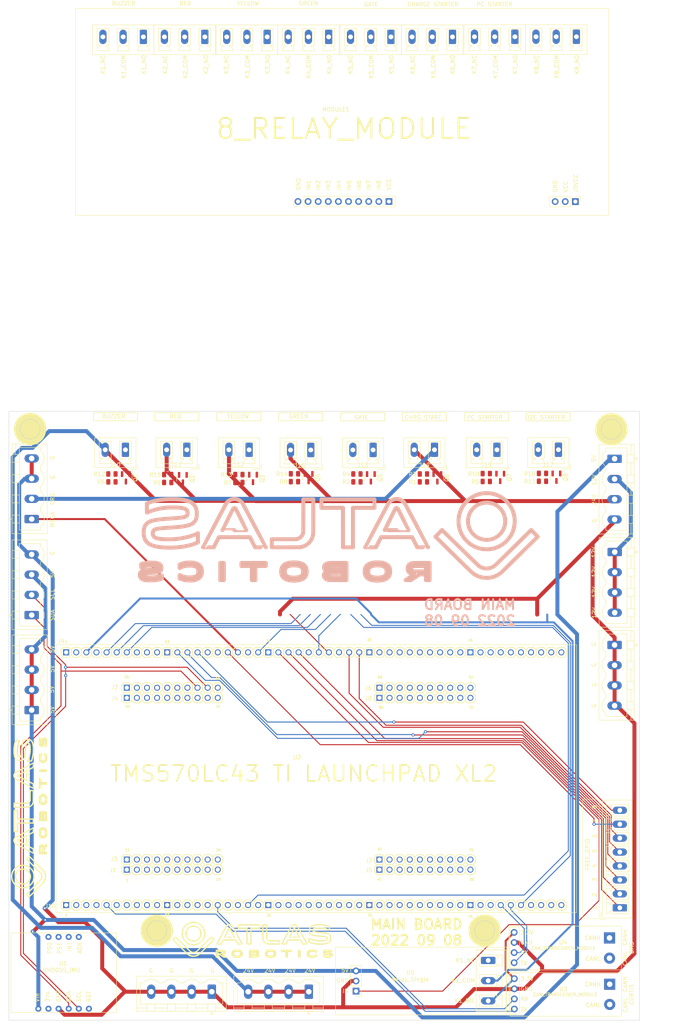
<source format=kicad_pcb>
(kicad_pcb (version 20211014) (generator pcbnew)
  (layers (0 "F.Cu" signal) (31 "B.Cu" signal) (34 "B.Paste" user) (35 "F.Paste" user) (36 "B.SilkS" user "B.Silkscreen") (37 "F.SilkS" user "F.Silkscreen") (38 "B.Mask" user) (39 "F.Mask" user) (44 "Edge.Cuts" user))
  (net 0 "")
  (net 1 "+5V")
  (net 3 "N2HET2_14{slash}MIBSPI2SIMO")
  (net 4 "GND")
  (net 5 "/SARJ START")
  (net 6 "MIBSPI3NCS_2{slash}I2C1_SDA{slash}N2HET1_27{slash}NTZ1_2")
  (net 7 "MIBSPI3NCS_3{slash}I2C1_SCL{slash}N2HET1_29{slash}NTZ1_1")
  (net 8 "DCAN1RX")
  (net 9 "N2HET2_0")
  (net 10 "N2HET2_1{slash}N2HET1_NDIS")
  (net 11 "N2HET2_6")
  (net 12 "N2HET2_7{slash}MIBSPI2NCS_0")
  (net 13 "N2HET2_9")
  (net 14 "N2HET2_10")
  (net 15 "N2HET2_8")
  (net 16 "N2HET2_13{slash}MIBSPI2SOMI")
  (net 18 "+24V")
  (net 19 "/RED ALARM")
  (net 21 "/YELLOW ALARM")
  (net 23 "/GREEN ALARM")
  (net 25 "/TRANSCEIVER_ON_OFF")
  (net 27 "/BUZZER ALARM")
  (net 30 "/PC_ON_HEADER_GND")
  (net 31 "/PC_ON_HEADER")
  (net 35 "DCAN1TX")
  (net 36 "/CANH_BMS")
  (net 37 "/CANL_BMS")
  (net 38 "GIOB_3{slash}DCAN4RX")
  (net 39 "GIOB_2{slash}DCAN4TX")
  (net 40 "/CANH_CURTIS")
  (net 41 "/CANL_CURTIS")
  (net 42 "N2HET2_2{slash}N2HET2_NDIS")
  (net 43 "+12V")
  (net 132 "DCAN2RX")
  (net 133 "DCAN2TX")
  (net 134 "N2HET2_4")
  (net 136 "N2HET2_3{slash}MIBSPI2CLK")
  (net 139 "N2HET2_23")
  (net 140 "N2HET2_11")
  (net 141 "N2HET2_22")
  (net 198 "/KAPI_KUMANDA_SW1")
  (net 199 "/KAPI_KUMANDA_SW2")
  (net 201 "AD2IN_23")
  (net 202 "AD2IN_24")
  (net 203 "+3V3")
  (net 243 "/SWITCH_FREE")
  (net 244 "Net-(Q8-Pad2)")
  (net 245 "+3.3V")
  (net 246 "Net-(Q1-Pad2)")
  (net 247 "Net-(Q2-Pad2)")
  (net 248 "Net-(Q3-Pad2)")
  (net 249 "Net-(Q4-Pad2)")
  (net 250 "Net-(Q5-Pad2)")
  (net 251 "Net-(Q6-Pad2)")
  (net 252 "Net-(Q7-Pad2)")
  (footprint "Resistor_SMD:R_0805_2012Metric" (layer "F.Cu") (at 119.7356 34.2392)
    (fp_text reference "R1")
    (fp_text value "10R")
  )
  (footprint "atlas:can_transiever_module" (layer "F.Cu") (at 155.0044 158.6372)
    (fp_text reference "U4")
    (fp_text value "CAN_TRANSCEIVER_MODULE")
  )
  (footprint "Connector_Phoenix_MC_HighVoltage:PhoenixContact_MCV_1,5_2-G-5.08_1x02_P5.08mm_Vertical" (layer "F.Cu") (at 107.0864 26.2128 180)
    (fp_text reference "J13")
    (fp_text value "Conn_01x02")
  )
  (footprint "Package_TO_SOT_SMD:SOT-23" (layer "F.Cu") (at 44.958 33.2232 -90)
    (fp_text reference "Q1")
    (fp_text value "PJA3406")
  )
  (footprint "Package_TO_SOT_SMD:SOT-23" (layer "F.Cu") (at 90.8812 33.1724 -90)
    (fp_text reference "Q4")
    (fp_text value "PJA3406")
  )
  (footprint "Resistor_SMD:R_0805_2012Metric" (layer "F.Cu") (at 149.6568 32.1056)
    (fp_text reference "R16")
    (fp_text value "10K")
  )
  (footprint "Resistor_SMD:R_0805_2012Metric" (layer "F.Cu") (at 73.3552 34.3916)
    (fp_text reference "R7")
    (fp_text value "10R")
  )
  (footprint "Connector_Phoenix_MC_HighVoltage:PhoenixContact_MCV_1,5_2-G-5.08_1x02_P5.08mm_Vertical" (layer "F.Cu") (at 60.2821 26.1815 180)
    (fp_text reference "J11")
    (fp_text value "Conn_01x02")
  )
  (footprint "atlas:can_transiever_module" (layer "F.Cu") (at 155.0552 170.2704)
    (fp_text reference "U3")
    (fp_text value "CAN_TRANSCEIVER_MODULE")
  )
  (footprint "Connector_Phoenix_MSTB:PhoenixContact_MSTBVA_2,5_4-G-5,08_1x04_P5.08mm_Vertical" (layer "F.Cu") (at 21.2852 91.5924 90)
    (fp_text reference "J5" hide)
    (fp_text value "5V" hide)
  )
  (footprint "Connector_Phoenix_MC_HighVoltage:PhoenixContact_MCV_1,5_2-G-5.08_1x02_P5.08mm_Vertical" (layer "F.Cu") (at 138.2093 26.1815 180)
    (fp_text reference "J15")
    (fp_text value "Conn_01x02")
  )
  (footprint "Resistor_SMD:R_0805_2012Metric" (layer "F.Cu") (at 119.7356 32.258)
    (fp_text reference "R3")
    (fp_text value "10K")
  )
  (footprint "Package_TO_SOT_SMD:SOT-23" (layer "F.Cu") (at 106.5276 33.2232 -90)
    (fp_text reference "Q5")
    (fp_text value "PJA3406")
  )
  (footprint "atlas:IMU_BNO055" (layer "F.Cu") (at 16.1058 147.575)
    (fp_text reference "U1")
    (fp_text value "BNO055_IMU")
  )
  (footprint "Package_TO_SOT_SMD:SOT-23" (layer "F.Cu") (at 59.2836 33.4264 -90)
    (fp_text reference "Q2")
    (fp_text value "PJA3406")
  )
  (footprint "Connector_Phoenix_MSTB:PhoenixContact_MSTBVA_2,5_4-G-5,08_1x04_P5.08mm_Vertical" (layer "F.Cu") (at 21.2852 43.5864 90)
    (fp_text reference "J1" hide)
    (fp_text value "MEGA_SARJ" hide)
  )
  (footprint "Connector_Phoenix_MSTB:PhoenixContact_MSTBVA_2,5_4-G-5,08_1x04_P5.08mm_Vertical" (layer "F.Cu") (at 167.7811 28.448 -90)
    (fp_text reference "J2" hide)
    (fp_text value "POWER" hide)
  )
  (footprint "Resistor_SMD:R_0805_2012Metric" (layer "F.Cu") (at 103.0224 32.258)
    (fp_text reference "R4")
    (fp_text value "10K")
  )
  (footprint "atlas:8_RELAY_MODULE" (layer "F.Cu") (at 98.242 -51.4508)
    (fp_text reference "MODULE1")
    (fp_text value "8_RELAY_MODULE")
  )
  (footprint "Resistor_SMD:R_0805_2012Metric" (layer "F.Cu") (at 135.5344 32.1564)
    (fp_text reference "R10")
    (fp_text value "10K")
  )
  (footprint "Package_TO_SOT_SMD:SOT-23" (layer "F.Cu") (at 123.2408 33.2232 -90)
    (fp_text reference "Q6")
    (fp_text value "PJA3406")
  )
  (footprint "Resistor_SMD:R_0805_2012Metric" (layer "F.Cu") (at 41.4528 32.258)
    (fp_text reference "R12")
    (fp_text value "10K")
  )
  (footprint "Connector_Phoenix_MC:PhoenixContact_MCV_1,5_8-G-3.5_1x08_P3.50mm_Vertical" (layer "F.Cu") (at 169.0953 141.2645 90)
    (fp_text reference "J4" hide)
    (fp_text value "FREE_GPIO")
  )
  (footprint "Package_TO_SOT_SMD:SOT-23" (layer "F.Cu") (at 139.0396 33.1216 -90)
    (fp_text reference "Q7")
    (fp_text value "PJA3406")
  )
  (footprint "Connector_Phoenix_MC_HighVoltage:PhoenixContact_MCV_1,5_2-G-5.08_1x02_P5.08mm_Vertical" (layer "F.Cu") (at 75.9285 26.1815 180)
    (fp_text reference "J12")
    (fp_text value "Conn_01x02")
  )
  (footprint "Connector_Phoenix_MC_HighVoltage:PhoenixContact_MCV_1,5_2-G-5.08_1x02_P5.08mm_Vertical" (layer "F.Cu") (at 153.67 26.162 180)
    (fp_text reference "J17")
    (fp_text value "Conn_01x02")
  )
  (footprint "Resistor_SMD:R_0805_2012Metric" (layer "F.Cu") (at 87.3252 34.1884)
    (fp_text reference "R8")
    (fp_text value "10R")
  )
  (footprint "Connector_Phoenix_MSTB:PhoenixContact_MSTBVA_2,5_4-G-5,08_1x04_P5.08mm_Vertical" (layer "F.Cu") (at 66.548 162.3568 180)
    (fp_text reference "J9" hide)
    (fp_text value "GND" hide)
  )
  (footprint "Connector_Phoenix_MSTB:PhoenixContact_MSTBVA_2,5_4-G-5,08_1x04_P5.08mm_Vertical" (layer "F.Cu") (at 167.8131 51.8668 -90)
    (fp_text reference "J6" hide)
    (fp_text value "12V" hide)
  )
  (footprint "Resistor_SMD:R_0805_2012Metric" (layer "F.Cu") (at 73.3552 32.4104)
    (fp_text reference "R13")
    (fp_text value "10K")
  )
  (footprint "Connector_Phoenix_MC_HighVoltage:PhoenixContact_MCV_1,5_2-G-5.08_1x02_P5.08mm_Vertical" (layer "F.Cu") (at 122.5121 26.1815 180)
    (fp_text reference "J14")
    (fp_text value "Conn_01x02")
  )
  (footprint "Package_TO_SOT_SMD:SOT-23" (layer "F.Cu") (at 153.162 33.0708 -90)
    (fp_text reference "Q8")
    (fp_text value "PJA3406")
  )
  (footprint "Resistor_SMD:R_0805_2012Metric" (layer "F.Cu") (at 87.3252 32.2072)
    (fp_text reference "R14")
    (fp_text value "10K")
  )
  (footprint "Connector_Phoenix_MSTB:PhoenixContact_MSTBVA_2,5_4-G-5,08_1x04_P5.08mm_Vertical" (layer "F.Cu") (at 21.2852 67.7164 90)
    (fp_text reference "J3" hide)
    (fp_text value "I2C" hide)
  )
  (footprint "Connector_Phoenix_MSTB:PhoenixContact_MSTBVA_2,5_4-G-5,08_1x04_P5.08mm_Vertical" (layer "F.Cu") (at 167.7811 75.2348 -90)
    (fp_text reference "J8" hide)
    (fp_text value "GND" hide)
  )
  (footprint "Resistor_SMD:R_0805_2012Metric" (layer "F.Cu") (at 149.6568 34.0868)
    (fp_text reference "R11")
    (fp_text value "10R")
  )
  (footprint "atlas:TI_Eval_Board" (layer "F.Cu") (at 29.9466 77.0782)
    (fp_text reference "U2")
    (fp_text value "TMS570LC43")
  )
  (footprint "atlas:Relay_Single" (layer "F.Cu") (at 118.5672 159.258)
    (fp_text reference "U5")
    (fp_text value "Relay_Single")
  )
  (footprint "Resistor_SMD:R_0805_2012Metric" (layer "F.Cu") (at 135.5344 34.1376)
    (fp_text reference "R5")
    (fp_text value "10R")
  )
  (footprint "Connector_Phoenix_MC_HighVoltage:PhoenixContact_MCV_1,5_2-G-5.08_1x02_P5.08mm_Vertical" (layer "F.Cu") (at 44.8389 26.1815 180)
    (fp_text reference "J10")
    (fp_text value "Conn_01x02")
  )
  (footprint "Resistor_SMD:R_0805_2012Metric" (layer "F.Cu") (at 55.4736 34.3916)
    (fp_text reference "R9")
    (fp_text value "10R")
  )
  (footprint "Resistor_SMD:R_0805_2012Metric" (layer "F.Cu") (at 41.4528 34.2392)
    (fp_text reference "R6")
    (fp_text value "10R")
  )
  (footprint "Resistor_SMD:R_0805_2012Metric" (layer "F.Cu") (at 55.4736 32.4104)
    (fp_text reference "R15")
    (fp_text value "10K")
  )
  (footprint "Connector_Phoenix_MC_HighVoltage:PhoenixContact_MCV_1,5_2-G-5.08_1x02_P5.08mm_Vertical" (layer "F.Cu") (at 91.4225 26.2323 180)
    (fp_text reference "J16")
    (fp_text value "Conn_01x02")
  )
  (footprint "Resistor_SMD:R_0805_2012Metric" (layer "F.Cu") (at 103.0224 34.2392)
    (fp_text reference "R2")
    (fp_text value "10R")
  )
  (footprint "Package_TO_SOT_SMD:SOT-23" (layer "F.Cu") (at 76.9112 33.3756 -90)
    (fp_text reference "Q3")
    (fp_text value "PJA3406")
  )
  (footprint "Connector_Phoenix_MSTB:PhoenixContact_MSTBVA_2,5_4-G-5,08_1x04_P5.08mm_Vertical" (layer "F.Cu") (at 90.932 162.3568 180)
    (fp_text reference "J7" hide)
    (fp_text value "24V" hide)
  )
  (gr_line (start 100.770026 50.689175) (end 99.5172 50.689175) (layer "B.SilkS") (width 1))
  (gr_line (start 58.461542 55.040722) (end 58.672058 54.941225) (layer "B.SilkS") (width 1))
  (gr_curve (pts (xy 135.243221 48.798209) (xy 134.714591 48.740559) (xy 134.55871 48.708248) (xy 134.137411 48.568997)) (layer "B.SilkS") (width 1))
  (gr_line (start 99.5172 50.689175) (end 99.5172 45.729225) (layer "B.SilkS") (width 1))
  (gr_curve (pts (xy 142.584551 45.297925) (xy 142.657494 44.875703) (xy 142.670853 44.742024) (xy 142.681013 44.332635)) (layer "B.SilkS") (width 1))
  (gr_curve (pts (xy 60.367854 54.528433) (xy 59.698861 54.584924) (xy 59.136071 54.72192) (xy 58.672058 54.941225)) (layer "B.SilkS") (width 1))
  (gr_curve (pts (xy 58.461542 55.474993) (xy 58.461542 55.713843) (xy 58.468474 55.905814) (xy 58.476941 55.901596)) (layer "B.SilkS") (width 1))
  (gr_line (start 89.491291 47.117988) (end 89.545864 46.920434) (layer "B.SilkS") (width 1))
  (gr_curve (pts (xy 136.116092 58.34995) (xy 136.155626 58.34024) (xy 136.303502 58.321021) (xy 136.444702 58.307241)) (layer "B.SilkS") (width 1))
  (gr_curve (pts (xy 140.026359 53.002276) (xy 139.66612 53.353857) (xy 139.19921 53.811343) (xy 138.988779 54.018914)) (layer "B.SilkS") (width 1))
  (gr_curve (pts (xy 60.476244 42.055115) (xy 60.477566 42.536466) (xy 60.346452 42.778422) (xy 59.99163 42.948681)) (layer "B.SilkS") (width 1))
  (gr_curve (pts (xy 138.365013 50.637708) (xy 138.432789 50.607064) (xy 138.52983 50.56548) (xy 138.580662 50.545295)) (layer "B.SilkS") (width 1))
  (gr_curve (pts (xy 96.200298 57.146009) (xy 96.370817 57.118659) (xy 96.669746 57.111301) (xy 97.961439 57.102657)) (layer "B.SilkS") (width 1))
  (gr_curve (pts (xy 63.138396 56.296066) (xy 63.190289 56.485164) (xy 63.189334 57.050282) (xy 63.136809 57.239354)) (layer "B.SilkS") (width 1))
  (gr_line (start 50.246312 40.832824) (end 50.246312 39.680236) (layer "B.SilkS") (width 1))
  (gr_curve (pts (xy 137.594835 50.915095) (xy 137.703851 50.88525) (xy 137.794606 50.855953) (xy 137.85156 50.832217)) (layer "B.SilkS") (width 1))
  (gr_curve (pts (xy 88.878111 57.996499) (xy 88.661494 58.117942) (xy 88.339009 58.216291) (xy 87.985057 58.26885)) (layer "B.SilkS") (width 1))
  (gr_curve (pts (xy 61.768172 58.21791) (xy 61.468296 58.269072) (xy 60.699428 58.280582) (xy 60.34324 58.239235)) (layer "B.SilkS") (width 1))
  (gr_line (start 77.500353 57.148408) (end 77.500353 58.924953) (layer "B.SilkS") (width 1))
  (gr_curve (pts (xy 131.700635 41.57026) (xy 131.731126 41.530724) (xy 131.766871 41.477786) (xy 131.780066 41.452619)) (layer "B.SilkS") (width 1))
  (gr_curve (pts (xy 87.132726 59.054512) (xy 87.172263 59.057237) (xy 87.366348 59.053189) (xy 87.564029 59.045648)) (layer "B.SilkS") (width 1))
  (gr_line (start 99.5172 57.092259) (end 97.961439 57.102657) (layer "B.SilkS") (width 1))
  (gr_curve (pts (xy 51.838005 58.994084) (xy 52.660613 58.930105) (xy 53.463875 58.766013) (xy 53.927756 58.567186)) (layer "B.SilkS") (width 1))
  (gr_curve (pts (xy 59.99163 42.948681) (xy 59.511305 43.17916) (xy 58.599385 43.299164) (xy 56.181813 43.450035)) (layer "B.SilkS") (width 1))
  (gr_curve (pts (xy 50.289129 49.434611) (xy 50.529299 49.674781) (xy 50.774063 49.844043) (xy 51.139709 50.022814)) (layer "B.SilkS") (width 1))
  (gr_curve (pts (xy 131.14673 45.513576) (xy 131.123553 45.428856) (xy 131.096446 45.331812) (xy 131.086508 45.297925)) (layer "B.SilkS") (width 1))
  (gr_line (start 99.517194 55.348474) (end 97.889552 55.356835) (layer "B.SilkS") (width 1))
  (gr_line (start 146.826708 46.338309) (end 147.206663 46.724116) (layer "B.SilkS") (width 1))
  (gr_line (start 81.628506 50.68917) (end 81.628506 49.672535) (layer "B.SilkS") (width 1))
  (gr_curve (pts (xy 61.542258 59.014536) (xy 62.995365 58.881607) (xy 63.757082 58.383044) (xy 64.005015 57.402607)) (layer "B.SilkS") (width 1))
  (gr_curve (pts (xy 50.533837 44.448162) (xy 50.341117 44.57376) (xy 49.985948 44.936729) (xy 49.867137 45.129504)) (layer "B.SilkS") (width 1))
  (gr_line (start 75.313048 55.371864) (end 74.008877 55.371864) (layer "B.SilkS") (width 1))
  (gr_line (start 89.551526 42.787143) (end 89.557188 38.653851) (layer "B.SilkS") (width 1))
  (gr_line (start 69.131079 54.611954) (end 69.572648 54.611954) (layer "B.SilkS") (width 1))
  (gr_curve (pts (xy 141.693162 54.679944) (xy 142.087984 54.293737) (xy 142.554889 53.836251) (xy 142.730731 53.663309)) (layer "B.SilkS") (width 1))
  (gr_curve (pts (xy 134.935151 55.934751) (xy 134.844782 55.915384) (xy 134.762066 55.891728) (xy 134.751334 55.882165)) (layer "B.SilkS") (width 1))
  (gr_line (start 120.897361 50.682111) (end 120.897361 50.682111) (layer "B.SilkS") (width 1))
  (gr_line (start 118.772056 57.487292) (end 117.692982 58.206411) (layer "B.SilkS") (width 1))
  (gr_curve (pts (xy 51.006192 58.996872) (xy 51.4072 58.99973) (xy 51.781506 58.99846) (xy 51.837987 58.994094)) (layer "B.SilkS") (width 1))
  (gr_curve (pts (xy 133.127798 57.78975) (xy 133.184279 57.819111) (xy 133.248972 57.850425) (xy 133.271565 57.859344)) (layer "B.SilkS") (width 1))
  (gr_curve (pts (xy 64.335438 50.682106) (xy 64.335438 50.685995) (xy 64.943977 50.68917) (xy 65.687747 50.68917)) (layer "B.SilkS") (width 1))
  (gr_curve (pts (xy 70.773068 39.018587) (xy 70.570386 39.169656) (xy 70.310772 39.439671) (xy 70.185767 39.629417)) (layer "B.SilkS") (width 1))
  (gr_curve (pts (xy 133.785015 50.953999) (xy 134.181882 51.055777) (xy 134.206012 51.060653) (xy 134.616809 51.122063)) (layer "B.SilkS") (width 1))
  (gr_line (start 74.008877 55.371864) (end 74.008877 54.991909) (layer "B.SilkS") (width 1))
  (gr_curve (pts (xy 105.748555 58.502623) (xy 106.197066 58.820813) (xy 106.900168 59.01185) (xy 107.72217 59.038864)) (layer "B.SilkS") (width 1))
  (gr_line (start 97.879281 56.373375) (end 99.517194 56.380678) (layer "B.SilkS") (width 1))
  (gr_curve (pts (xy 50.246312 54.579635) (xy 49.748429 54.641981) (xy 49.217712 54.760631) (xy 48.940725 54.871515)) (layer "B.SilkS") (width 1))
  (gr_curve (pts (xy 132.66569 47.763844) (xy 132.488565 47.62166) (xy 132.108226 47.241779) (xy 131.976067 47.075049)) (layer "B.SilkS") (width 1))
  (gr_line (start 123.136015 48.391928) (end 122.75606 48.021151) (layer "B.SilkS") (width 1))
  (gr_curve (pts (xy 123.136015 48.391928) (xy 123.344991 48.595855) (xy 123.733346 48.976662) (xy 123.99903 49.238166)) (layer "B.SilkS") (width 1))
  (gr_curve (pts (xy 88.693622 50.674507) (xy 88.878397 50.65371) (xy 89.281447 50.56017) (xy 89.47527 50.493124)) (layer "B.SilkS") (width 1))
  (gr_line (start 118.848685 56.743085) (end 120.383908 56.75007) (layer "B.SilkS") (width 1))
  (gr_curve (pts (xy 128.74262 42.515021) (xy 128.729418 42.577148) (xy 128.710881 42.660328) (xy 128.701403 42.699864)) (layer "B.SilkS") (width 1))
  (gr_line (start 74.008877 54.611954) (end 77.058784 54.611954) (layer "B.SilkS") (width 1))
  (gr_curve (pts (xy 48.82121 55.700471) (xy 48.828116 55.700471) (xy 48.918548 55.668718) (xy 49.022164 55.629912)) (layer "B.SilkS") (width 1))
  (gr_line (start 121.287579 56.768459) (end 121.287579 58.924958) (layer "B.SilkS") (width 1))
  (gr_curve (pts (xy 139.535683 38.248186) (xy 139.068054 37.929956) (xy 138.334163 37.573843) (xy 137.831023 37.421017)) (layer "B.SilkS") (width 1))
  (gr_curve (pts (xy 137.985058 57.853211) (xy 138.133797 57.789563) (xy 138.178273 57.76779) (xy 138.210978 57.742623)) (layer "B.SilkS") (width 1))
  (gr_curve (pts (xy 51.493674 58.287691) (xy 51.117275 58.30989) (xy 50.344758 58.28822) (xy 50.061468 58.24754)) (layer "B.SilkS") (width 1))
  (gr_curve (pts (xy 128.619171 43.203046) (xy 128.533634 43.78899) (xy 128.534822 44.467935) (xy 128.622425 45.072013)) (layer "B.SilkS") (width 1))
  (gr_curve (pts (xy 116.130625 55.043103) (xy 115.957982 55.213812) (xy 115.890209 55.334436) (xy 115.821243 55.593746)) (layer "B.SilkS") (width 1))
  (gr_curve (pts (xy 50.615987 41.820519) (xy 51.83287 41.276687) (xy 53.518858 40.876552) (xy 55.278136 40.714053)) (layer "B.SilkS") (width 1))
  (gr_curve (pts (xy 57.106029 48.64547) (xy 56.520789 48.694217) (xy 54.951556 48.689222) (xy 54.230693 48.636315)) (layer "B.SilkS") (width 1))
  (gr_curve (pts (xy 86.783579 58.299745) (xy 86.090347 58.272028) (xy 85.534008 58.089465) (xy 85.239727 57.793134)) (layer "B.SilkS") (width 1))
  (gr_curve (pts (xy 108.885127 54.508936) (xy 108.583391 54.481199) (xy 107.722511 54.481602) (xy 107.444908 54.509465)) (layer "B.SilkS") (width 1))
  (gr_curve (pts (xy 137.153264 37.234263) (xy 136.580245 37.106493) (xy 136.360038 37.085393) (xy 135.612907 37.086655)) (layer "B.SilkS") (width 1))
  (gr_curve (pts (xy 136.393357 51.150852) (xy 136.779275 51.1055) (xy 136.91066 51.083642) (xy 137.173804 51.021018)) (layer "B.SilkS") (width 1))
  (gr_curve (pts (xy 137.831023 37.421017) (xy 137.785838 37.407285) (xy 137.740091 37.387939) (xy 137.72936 37.378006)) (layer "B.SilkS") (width 1))
  (gr_line (start 108.523156 59.046519) (end 108.523156 59.046378) (layer "B.SilkS") (width 1))
  (gr_curve (pts (xy 147.492022 48.993614) (xy 148.312487 48.193287) (xy 148.459489 48.046056) (xy 148.459489 48.024644)) (layer "B.SilkS") (width 1))
  (gr_line (start 120.383903 58.924958) (end 120.383903 58.206125) (layer "B.SilkS") (width 1))
  (gr_curve (pts (xy 142.441073 45.985952) (xy 142.47105 45.897539) (xy 142.52883 45.620462) (xy 142.584551 45.297925)) (layer "B.SilkS") (width 1))
  (gr_curve (pts (xy 88.553523 54.603275) (xy 87.886693 54.462483) (xy 86.764254 54.444364) (xy 86.054477 54.562932)) (layer "B.SilkS") (width 1))
  (gr_curve (pts (xy 139.325131 41.262812) (xy 139.477295 41.467488) (xy 139.682839 41.778323) (xy 139.714068 41.850983)) (layer "B.SilkS") (width 1))
  (gr_curve (pts (xy 128.868305 46.201609) (xy 128.880608 46.246795) (xy 128.899013 46.299809) (xy 128.909207 46.319425)) (layer "B.SilkS") (width 1))
  (gr_line (start 77.058784 54.611954) (end 80.108692 54.611954) (layer "B.SilkS") (width 1))
  (gr_line (start 78.804524 55.371864) (end 77.500353 55.371864) (layer "B.SilkS") (width 1))
  (gr_curve (pts (xy 52.065298 48.058524) (xy 51.825398 47.834109) (xy 51.724734 47.576672) (xy 51.725404 47.189275)) (layer "B.SilkS") (width 1))
  (gr_curve (pts (xy 70.185767 39.629417) (xy 70.111286 39.742471) (xy 64.335438 50.654449) (xy 64.335438 50.682106)) (layer "B.SilkS") (width 1))
  (gr_line (start 89.545864 46.920434) (end 89.551526 42.787143) (layer "B.SilkS") (width 1))
  (gr_curve (pts (xy 140.244248 38.790881) (xy 140.148234 38.709913) (xy 140.065054 38.638857) (xy 140.059405 38.63298)) (layer "B.SilkS") (width 1))
  (gr_line (start 104.72361 40.769274) (end 102.022849 40.769274) (layer "B.SilkS") (width 1))
  (gr_curve (pts (xy 72.455175 38.547525) (xy 71.886686 38.487849) (xy 71.243457 38.667982) (xy 70.773068 39.018587)) (layer "B.SilkS") (width 1))
  (gr_line (start 99.5172 40.769274) (end 96.816442 40.769274) (layer "B.SilkS") (width 1))
  (gr_curve (pts (xy 85.239727 57.793134) (xy 84.991263 57.542939) (xy 84.894076 57.254763) (xy 84.894076 56.768229)) (layer "B.SilkS") (width 1))
  (gr_line (start 120.383908 55.36972) (end 118.828148 55.377367) (layer "B.SilkS") (width 1))
  (gr_curve (pts (xy 139.326372 56.984986) (xy 139.497427 56.836488) (xy 139.663459 56.676553) (xy 140.358186 55.99106)) (layer "B.SilkS") (width 1))
  (gr_curve (pts (xy 137.728333 57.96414) (xy 137.818699 57.924881) (xy 137.934227 57.874962) (xy 137.985058 57.853211)) (layer "B.SilkS") (width 1))
  (gr_curve (pts (xy 95.563616 56.686655) (xy 95.709806 56.724009) (xy 95.713505 56.737712) (xy 95.585153 56.766435)) (layer "B.SilkS") (width 1))
  (gr_line (start 102.022849 45.729225) (end 102.022849 50.689175) (layer "B.SilkS") (width 1))
  (gr_curve (pts (xy 139.714068 41.850983) (xy 139.727827 41.882969) (xy 139.754724 41.932316) (xy 139.773864 41.960645)) (layer "B.SilkS") (width 1))
  (gr_curve (pts (xy 105.103565 50.678891) (xy 105.103565 50.684553) (xy 105.711233 50.68913) (xy 106.453942 50.689104)) (layer "B.SilkS") (width 1))
  (gr_line (start 115.944872 58.920109) (end 115.275836 58.914685) (layer "B.SilkS") (width 1))
  (gr_curve (pts (xy 132.306275 37.889893) (xy 132.21358 37.936563) (xy 131.827448 38.166105) (xy 131.710668 38.243961)) (layer "B.SilkS") (width 1))
  (gr_curve (pts (xy 126.472371 51.664747) (xy 126.518554 51.709932) (xy 126.985935 52.168895) (xy 127.510993 52.684665)) (layer "B.SilkS") (width 1))
  (gr_line (start 81.628506 48.6559) (end 84.68355 48.655635) (layer "B.SilkS") (width 1))
  (gr_curve (pts (xy 112.725639 40.932503) (xy 112.874187 40.781228) (xy 113.12833 40.780857) (xy 113.272668 40.93171)) (layer "B.SilkS") (width 1))
  (gr_curve (pts (xy 112.867744 38.539204) (xy 112.075259 38.593835) (xy 111.398211 38.977719) (xy 110.954497 39.624006)) (layer "B.SilkS") (width 1))
  (gr_curve (pts (xy 70.566573 43.684305) (xy 71.514957 41.763319) (xy 71.909133 40.984602) (xy 71.959906 40.93171)) (layer "B.SilkS") (width 1))
  (gr_line (start 120.383903 57.487292) (end 119.57798 57.487292) (layer "B.SilkS") (width 1))
  (gr_curve (pts (xy 110.015591 46.356949) (xy 110.019348 46.346365) (xy 110.613936 45.138577) (xy 111.336875 43.672957)) (layer "B.SilkS") (width 1))
  (gr_curve (pts (xy 117.055045 57.750841) (xy 116.8357 57.894414) (xy 116.345647 58.21501) (xy 115.966036 58.463282)) (layer "B.SilkS") (width 1))
  (gr_curve (pts (xy 87.985057 58.26885) (xy 87.804238 58.295703) (xy 87.27839 58.324587) (xy 87.132726 58.315668)) (layer "B.SilkS") (width 1))
  (gr_curve (pts (xy 60.197931 41.270255) (xy 60.402255 41.47568) (xy 60.475132 41.68119) (xy 60.476244 42.055115)) (layer "B.SilkS") (width 1))
  (gr_line (start 90.809527 38.653851) (end 92.061869 38.653851) (layer "B.SilkS") (width 1))
  (gr_curve (pts (xy 110.324614 56.000442) (xy 110.430027 56.201634) (xy 110.463941 56.349221) (xy 110.477503 56.665753)) (layer "B.SilkS") (width 1))
  (gr_curve (pts (xy 95.708255 57.381379) (xy 95.794819 57.258213) (xy 95.943163 57.187255) (xy 96.200298 57.146009)) (layer "B.SilkS") (width 1))
  (gr_curve (pts (xy 60.972517 55.26916) (xy 61.39489 55.26916) (xy 61.653314 55.2912) (xy 61.953013 55.35275)) (layer "B.SilkS") (width 1))
  (gr_curve (pts (xy 142.657476 50.424322) (xy 142.386373 50.688418) (xy 141.915677 51.149492) (xy 141.611485 51.448926)) (layer "B.SilkS") (width 1))
  (gr_line (start 119.327001 54.611954) (end 121.287585 54.611954) (layer "B.SilkS") (width 1))
  (gr_curve (pts (xy 136.137642 48.779384) (xy 136.008253 48.791396) (xy 135.898115 48.805498) (xy 135.892897 48.810721)) (layer "B.SilkS") (width 1))
  (gr_curve (pts (xy 142.164189 46.797207) (xy 142.194643 46.718134) (xy 142.231555 46.625712) (xy 142.246218 46.591824)) (layer "B.SilkS") (width 1))
  (gr_curve (pts (xy 58.650653 58.587043) (xy 58.99599 58.75512) (xy 59.532157 58.90535) (xy 60.042978 58.977161)) (layer "B.SilkS") (width 1))
  (gr_curve (pts (xy 73.894937 43.672608) (xy 74.624067 45.150827) (xy 75.220631 46.363859) (xy 75.220631 46.368233)) (layer "B.SilkS") (width 1))
  (gr_curve (pts (xy 134.51948 55.814324) (xy 134.410972 55.794586) (xy 133.999505 55.591259) (xy 133.815823 55.4666)) (layer "B.SilkS") (width 1))
  (gr_line (start 109.09541 48.142463) (end 108.449866 49.415744) (layer "B.SilkS") (width 1))
  (gr_curve (pts (xy 138.057022 48.129818) (xy 137.858032 48.252125) (xy 137.491536 48.43565) (xy 137.331784 48.492983)) (layer "B.SilkS") (width 1))
  (gr_curve (pts (xy 135.892897 48.810721) (xy 135.874853 48.828765) (xy 135.44799 48.820537) (xy 135.243303 48.798206)) (layer "B.SilkS") (width 1))
  (gr_line (start 80.129237 50.678886) (end 80.129237 50.678886) (layer "B.SilkS") (width 1))
  (gr_line (start 76.617216 57.148408) (end 76.617216 55.371864) (layer "B.SilkS") (width 1))
  (gr_curve (pts (xy 61.870865 54.559212) (xy 61.569261 54.514592) (xy 60.734265 54.497492) (xy 60.367854 54.528433)) (layer "B.SilkS") (width 1))
  (gr_curve (pts (xy 55.278136 40.714053) (xy 55.781786 40.667531) (xy 57.462364 40.661385) (xy 58.030242 40.703999)) (layer "B.SilkS") (width 1))
  (gr_line (start 48.808642 54.924392) (end 48.940725 54.871515) (layer "B.SilkS") (width 1))
  (gr_curve (pts (xy 139.85294 46.142408) (xy 139.454893 46.96867) (xy 138.841131 47.647877) (xy 138.057022 48.129818)) (layer "B.SilkS") (width 1))
  (gr_curve (pts (xy 138.560125 57.548736) (xy 138.565761 57.542175) (xy 138.635089 57.496595) (xy 138.71416 57.447456)) (layer "B.SilkS") (width 1))
  (gr_curve (pts (xy 116.904577 55.516538) (xy 117.110568 55.385902) (xy 117.112066 55.385794) (xy 118.828148 55.377367)) (layer "B.SilkS") (width 1))
  (gr_line (start 117.547723 49.415942) (end 116.902701 48.142711) (layer "B.SilkS") (width 1))
  (gr_curve (pts (xy 58.718265 57.793283) (xy 58.594011 57.73255) (xy 58.485415 57.679673) (xy 58.476943 57.675776)) (layer "B.SilkS") (width 1))
  (gr_curve (pts (xy 113.272668 40.93171) (xy 113.322983 40.984293) (xy 113.723007 41.774527) (xy 114.666001 43.684202)) (layer "B.SilkS") (width 1))
  (gr_line (start 85.125118 50.685889) (end 81.628506 50.68917) (layer "B.SilkS") (width 1))
  (gr_curve (pts (xy 119.327001 54.611954) (xy 117.262973 54.611954) (xy 117.100731 54.617854) (xy 116.753365 54.705518)) (layer "B.SilkS") (width 1))
  (gr_curve (pts (xy 140.265068 49.456889) (xy 140.270863 49.451227) (xy 140.358437 49.368063) (xy 140.459659 49.272048)) (layer "B.SilkS") (width 1))
  (gr_line (start 99.5172 45.729225) (end 99.5172 40.769274) (layer "B.SilkS") (width 1))
  (gr_line (start 50.246312 39.680236) (end 50.364406 39.627465) (layer "B.SilkS") (width 1))
  (gr_curve (pts (xy 134.675528 55.864782) (xy 134.644567 55.864782) (xy 134.614169 55.85658) (xy 134.60798 55.846579)) (layer "B.SilkS") (width 1))
  (gr_curve (pts (xy 134.60798 55.846579) (xy 134.601789 55.836578) (xy 134.561967 55.822052) (xy 134.51948 55.814324)) (layer "B.SilkS") (width 1))
  (gr_curve (pts (xy 63.136809 57.239354) (xy 62.98398 57.789422) (xy 62.577908 58.079758) (xy 61.768172 58.21791)) (layer "B.SilkS") (width 1))
  (gr_curve (pts (xy 137.579153 37.341626) (xy 137.547676 37.325433) (xy 137.436453 37.297406) (xy 137.153264 37.234263)) (layer "B.SilkS") (width 1))
  (gr_curve (pts (xy 105.27135 57.994374) (xy 105.362446 58.146462) (xy 105.593705 58.392762) (xy 105.748555 58.502623)) (layer "B.SilkS") (width 1))
  (gr_curve (pts (xy 138.395821 57.639793) (xy 138.480541 57.596279) (xy 138.554476 57.555303) (xy 138.560125 57.548736)) (layer "B.SilkS") (width 1))
  (gr_curve (pts (xy 136.77405 55.803171) (xy 136.753492 55.803171) (xy 136.551784 55.86328) (xy 136.496047 55.886015)) (layer "B.SilkS") (width 1))
  (gr_curve (pts (xy 107.321678 55.277841) (xy 107.579959 55.23382) (xy 108.093761 55.214135) (xy 108.512888 55.232206)) (layer "B.SilkS") (width 1))
  (gr_line (start 94.115681 39.711562) (end 94.115681 38.653851) (layer "B.SilkS") (width 1))
  (gr_curve (pts (xy 89.239317 55.828135) (xy 89.418141 56.05479) (xy 89.490751 56.280901) (xy 89.508303 56.665753)) (layer "B.SilkS") (width 1))
  (gr_curve (pts (xy 138.988779 54.018914) (xy 137.767809 55.223289) (xy 137.687008 55.29686) (xy 137.341208 55.519078)) (layer "B.SilkS") (width 1))
  (gr_line (start 121.287585 56.768454) (end 121.287579 56.768459) (layer "B.SilkS") (width 1))
  (gr_curve (pts (xy 143.69465 49.40761) (xy 143.395306 49.702705) (xy 142.928578 50.160225) (xy 142.657476 50.424322)) (layer "B.SilkS") (width 1))
  (gr_curve (pts (xy 131.465704 41.964241) (xy 131.495845 41.911343) (xy 131.548561 41.81723) (xy 131.582851 41.755104)) (layer "B.SilkS") (width 1))
  (gr_curve (pts (xy 141.144228 48.533377) (xy 141.320954 48.312129) (xy 141.639261 47.84796) (xy 141.750325 47.649539)) (layer "B.SilkS") (width 1))
  (gr_curve (pts (xy 112.998752 46.376173) (xy 111.150267 46.376173) (xy 110.011361 46.368844) (xy 110.015591 46.356938)) (layer "B.SilkS") (width 1))
  (gr_line (start 102.022849 50.689175) (end 100.770026 50.689175) (layer "B.SilkS") (width 1))
  (gr_line (start 121.287585 54.611954) (end 121.287585 56.768454) (layer "B.SilkS") (width 1))
  (gr_curve (pts (xy 137.471605 58.061499) (xy 137.522437 58.047211) (xy 137.637965 58.003399) (xy 137.728333 57.96414)) (layer "B.SilkS") (width 1))
  (gr_curve (pts (xy 134.450085 58.24721) (xy 134.481539 58.24721) (xy 134.514159 58.254089) (xy 134.522573 58.262503)) (layer "B.SilkS") (width 1))
  (gr_curve (pts (xy 142.567287 42.853892) (xy 142.528846 42.625625) (xy 142.456638 42.311221) (xy 142.409275 42.165864)) (layer "B.SilkS") (width 1))
  (gr_curve (pts (xy 137.173804 51.021018) (xy 137.218987 51.010276) (xy 137.288302 50.995116) (xy 137.327839 50.987355)) (layer "B.SilkS") (width 1))
  (gr_curve (pts (xy 132.536258 37.77372) (xy 132.443654 37.820554) (xy 132.340162 37.872833) (xy 132.306275 37.889893)) (layer "B.SilkS") (width 1))
  (gr_line (start 88.693612 50.674512) (end 88.693612 50.674512) (layer "B.SilkS") (width 1))
  (gr_curve (pts (xy 61.886126 39.791818) (xy 61.134445 39.080864) (xy 59.921515 38.730506) (xy 57.805841 38.613213)) (layer "B.SilkS") (width 1))
  (gr_curve (pts (xy 90.398121 56.768443) (xy 90.398121 56.225809) (xy 90.305456 55.862044) (xy 90.077435 55.509561)) (layer "B.SilkS") (width 1))
  (gr_curve (pts (xy 137.255957 58.126155) (xy 137.323732 58.104882) (xy 137.420774 58.075789) (xy 137.471605 58.061499)) (layer "B.SilkS") (width 1))
  (gr_curve (pts (xy 86.742503 59.039113) (xy 86.917591 59.044881) (xy 87.093192 59.051813) (xy 87.132726 59.054512)) (layer "B.SilkS") (width 1))
  (gr_curve (pts (xy 108.112396 59.05466) (xy 108.146284 59.057412) (xy 108.331127 59.053602) (xy 108.523156 59.046378)) (layer "B.SilkS") (width 1))
  (gr_curve (pts (xy 137.66233 37.359962) (xy 137.636189 37.359962) (xy 137.598767 37.351707) (xy 137.579153 37.341626)) (layer "B.SilkS") (width 1))
  (gr_curve (pts (xy 105.873743 56.768443) (xy 105.873743 56.445154) (xy 105.878796 56.392668) (xy 105.924006 56.246282)) (layer "B.SilkS") (width 1))
  (gr_curve (pts (xy 136.393357 55.915723) (xy 136.359469 55.92284) (xy 136.248561 55.94616) (xy 136.146897 55.967528)) (layer "B.SilkS") (width 1))
  (gr_curve (pts (xy 52.098961 54.547798) (xy 51.703898 54.517368) (xy 50.590825 54.5365) (xy 50.246312 54.579635)) (layer "B.SilkS") (width 1))
  (gr_curve (pts (xy 107.72217 59.038864) (xy 107.902907 59.044791) (xy 108.078508 59.051908) (xy 108.112396 59.05466)) (layer "B.SilkS") (width 1))
  (gr_curve (pts (xy 141.779676 40.670098) (xy 141.725907 40.576017) (xy 141.681915 40.4962) (xy 141.681915 40.492731)) (layer "B.SilkS") (width 1))
  (gr_line (start 120.383903 58.206125) (end 120.383903 57.487292) (layer "B.SilkS") (width 1))
  (gr_curve (pts (xy 115.046519 39.6296) (xy 114.920154 39.438491) (xy 114.660868 39.168497) (xy 114.459731 39.018579)) (layer "B.SilkS") (width 1))
  (gr_line (start 74.008877 54.991909) (end 74.008877 54.611954) (layer "B.SilkS") (width 1))
  (gr_curve (pts (xy 129.511655 40.579613) (xy 129.279822 40.985542) (xy 129.001986 41.615462) (xy 128.889009 41.9913)) (layer "B.SilkS") (width 1))
  (gr_line (start 87.564029 59.045648) (end 87.564029 59.045648) (layer "B.SilkS") (width 1))
  (gr_curve (pts (xy 49.35533 57.702935) (xy 49.35533 57.504265) (xy 49.416851 57.399014) (xy 49.582109 57.31554)) (layer "B.SilkS") (width 1))
  (gr_curve (pts (xy 110.116636 57.793547) (xy 109.88966 58.023695) (xy 109.523442 58.178212) (xy 109.015458 58.258153)) (layer "B.SilkS") (width 1))
  (gr_curve (pts (xy 51.139709 50.022814) (xy 51.604801 50.250208) (xy 52.117516 50.406341) (xy 52.821274 50.534889)) (layer "B.SilkS") (width 1))
  (gr_line (start 56.900646 50.749315) (end 56.900646 50.749315) (layer "B.SilkS") (width 1))
  (gr_curve (pts (xy 137.000972 58.206019) (xy 137.073437 58.183371) (xy 137.188181 58.147427) (xy 137.255957 58.126155)) (layer "B.SilkS") (width 1))
  (gr_line (start 77.428476 50.689016) (end 76.782932 49.415738) (layer "B.SilkS") (width 1))
  (gr_curve (pts (xy 107.444908 54.509465) (xy 106.842385 54.570242) (xy 106.404354 54.680521) (xy 106.038047 54.863649)) (layer "B.SilkS") (width 1))
  (gr_curve (pts (xy 139.9949 42.4534) (xy 140.062122 42.602537) (xy 140.160119 42.944199) (xy 140.224645 43.254384)) (layer "B.SilkS") (width 1))
  (gr_curve (pts (xy 75.220631 46.368233) (xy 75.220631 46.372599) (xy 73.875897 46.376171) (xy 72.232337 46.376171)) (layer "B.SilkS") (width 1))
  (gr_curve (pts (xy 60.983894 45.063985) (xy 61.473408 44.889339) (xy 61.78464 44.702422) (xy 62.077396 44.407271)) (layer "B.SilkS") (width 1))
  (gr_line (start 54.004773 58.534179) (end 53.927756 58.567186) (layer "B.SilkS") (width 1))
  (gr_curve (pts (xy 88.922492 48.085781) (xy 88.630405 48.366975) (xy 88.310082 48.537412) (xy 87.92388 48.617123)) (layer "B.SilkS") (width 1))
  (gr_curve (pts (xy 132.696498 40.468617) (xy 133.283593 39.996947) (xy 134.149198 39.609153) (xy 134.822192 39.5163)) (layer "B.SilkS") (width 1))
  (gr_curve (pts (xy 111.336875 43.672957) (xy 112.335521 41.648397) (xy 112.669172 40.990005) (xy 112.725639 40.932503)) (layer "B.SilkS") (width 1))
  (gr_curve (pts (xy 52.821274 50.534889) (xy 53.84538 50.721952) (xy 55.48114 50.807933) (xy 56.900646 50.749315)) (layer "B.SilkS") (width 1))
  (gr_curve (pts (xy 137.341208 55.519078) (xy 137.247591 55.579239) (xy 136.800535 55.803171) (xy 136.77405 55.803171)) (layer "B.SilkS") (width 1))
  (gr_curve (pts (xy 94.858504 56.146709) (xy 94.94471 56.377431) (xy 95.240813 56.604174) (xy 95.563616 56.686655)) (layer "B.SilkS") (width 1))
  (gr_line (start 124.415246 46.334835) (end 124.77686 46.691538) (layer "B.SilkS") (width 1))
  (gr_line (start 92.061869 38.653851) (end 92.061869 42.86497) (layer "B.SilkS") (width 1))
  (gr_curve (pts (xy 138.426627 40.379014) (xy 138.670649 40.560602) (xy 139.163457 41.045346) (xy 139.325131 41.262812)) (layer "B.SilkS") (width 1))
  (gr_curve (pts (xy 94.793096 55.560636) (xy 94.765743 55.766379) (xy 94.786773 55.954698) (xy 94.858504 56.146709)) (layer "B.SilkS") (width 1))
  (gr_curve (pts (xy 89.978576 58.163316) (xy 90.273825 57.779614) (xy 90.398121 57.366372) (xy 90.398121 56.768443)) (layer "B.SilkS") (width 1))
  (gr_curve (pts (xy 48.510428 57.992016) (xy 48.612052 58.430209) (xy 48.94681 58.716533) (xy 49.527449 58.86189)) (layer "B.SilkS") (width 1))
  (gr_line (start 86.783579 58.29974) (end 86.783579 58.29974) (layer "B.SilkS") (width 1))
  (gr_curve (pts (xy 84.811923 55.008813) (xy 84.562823 55.178297) (xy 84.333479 55.452747) (xy 84.196941 55.744751)) (layer "B.SilkS") (width 1))
  (gr_curve (pts (xy 136.496047 55.886015) (xy 136.473452 55.895223) (xy 136.427245 55.908611) (xy 136.393357 55.915723)) (layer "B.SilkS") (width 1))
  (gr_curve (pts (xy 136.146897 55.967528) (xy 135.941271 56.010753) (xy 135.341937 56.024297) (xy 135.185568 55.98925)) (layer "B.SilkS") (width 1))
  (gr_curve (pts (xy 55.298684 38.613039) (xy 53.315949 38.721486) (xy 51.604479 39.073342) (xy 50.364406 39.627465)) (layer "B.SilkS") (width 1))
  (gr_curve (pts (xy 49.51241 56.512734) (xy 48.890642 56.637556) (xy 48.624929 56.840023) (xy 48.510163 57.276424)) (layer "B.SilkS") (width 1))
  (gr_line (start 76.617216 55.371864) (end 75.313048 55.371864) (layer "B.SilkS") (width 1))
  (gr_curve (pts (xy 131.259927 56.357704) (xy 131.790049 56.878192) (xy 132.130747 57.183712) (xy 132.316551 57.305222)) (layer "B.SilkS") (width 1))
  (gr_curve (pts (xy 89.508303 56.665753) (xy 89.537548 57.306989) (xy 89.331358 57.74239) (xy 88.878111 57.996499)) (layer "B.SilkS") (width 1))
  (gr_curve (pts (xy 138.71416 57.447456) (xy 138.871423 57.349727) (xy 139.139457 57.147252) (xy 139.326372 56.984986)) (layer "B.SilkS") (width 1))
  (gr_line (start 99.517194 56.380678) (end 99.517194 55.864576) (layer "B.SilkS") (width 1))
  (gr_curve (pts (xy 85.261267 55.742786) (xy 85.626024 55.380931) (xy 86.208465 55.226134) (xy 87.204611 55.226303)) (layer "B.SilkS") (width 1))
  (gr_line (start 48.808642 55.31243) (end 48.808642 54.924392) (layer "B.SilkS") (width 1))
  (gr_curve (pts (xy 117.404192 57.480537) (xy 117.44512 57.488184) (xy 117.38374 57.5357) (xy 117.055045 57.750841)) (layer "B.SilkS") (width 1))
  (gr_line (start 63.062075 48.293751) (end 63.062075 49.452185) (layer "B.SilkS") (width 1))
  (gr_curve (pts (xy 131.582851 41.755104) (xy 131.617138 41.692977) (xy 131.670142 41.609797) (xy 131.700635 41.57026)) (layer "B.SilkS") (width 1))
  (gr_curve (pts (xy 60.34324 58.239235) (xy 59.747086 58.170041) (xy 59.158804 58.008595) (xy 58.718265 57.793283)) (layer "B.SilkS") (width 1))
  (gr_curve (pts (xy 95.700252 55.823034) (xy 95.706708 55.680868) (xy 95.714513 55.654412) (xy 95.770157 55.585644)) (layer "B.SilkS") (width 1))
  (gr_curve (pts (xy 53.997339 57.75428) (xy 53.993238 57.75428) (xy 53.921617 57.782559) (xy 53.838168 57.817124)) (layer "B.SilkS") (width 1))
  (gr_curve (pts (xy 128.701403 42.699864) (xy 128.68529 42.767095) (xy 128.662094 42.909002) (xy 128.619171 43.203046)) (layer "B.SilkS") (width 1))
  (gr_curve (pts (xy 49.424947 46.967707) (xy 49.425476 48.07995) (xy 49.690208 48.83569) (xy 50.289129 49.434611)) (layer "B.SilkS") (width 1))
  (gr_curve (pts (xy 53.008149 55.792892) (xy 53.009472 56.158372) (xy 52.788521 56.241811) (xy 51.622367 56.316082)) (layer "B.SilkS") (width 1))
  (gr_curve (pts (xy 114.666001 43.684202) (xy 115.393517 45.157505) (xy 115.988756 46.365915) (xy 115.988756 46.369559)) (layer "B.SilkS") (width 1))
  (gr_curve (pts (xy 145.243196 51.200273) (xy 145.411489 51.037782) (xy 145.901323 50.557725) (xy 146.331715 50.133479)) (layer "B.SilkS") (width 1))
  (gr_curve (pts (xy 72.496889 40.919883) (xy 72.555364 40.972455) (xy 72.823512 41.500434) (xy 73.894937 43.672608)) (layer "B.SilkS") (width 1))
  (gr_curve (pts (xy 131.710668 38.243961) (xy 131.514795 38.374549) (xy 131.023215 38.749315) (xy 130.981567 38.799806)) (layer "B.SilkS") (width 1))
  (gr_curve (pts (xy 117.116344 57.439733) (xy 117.24735 57.45709) (xy 117.376882 57.475441) (xy 117.404192 57.480537)) (layer "B.SilkS") (width 1))
  (gr_curve (pts (xy 136.444702 58.307241) (xy 136.585899 58.293456) (xy 136.710206 58.274316) (xy 136.720937 58.264693)) (layer "B.SilkS") (width 1))
  (gr_line (start 108.449866 49.415744) (end 107.804323 50.689022) (layer "B.SilkS") (width 1))
  (gr_curve (pts (xy 140.224645 43.254384) (xy 140.320591 43.715605) (xy 140.319427 44.549778) (xy 140.222264 45.010391)) (layer "B.SilkS") (width 1))
  (gr_curve (pts (xy 87.564029 59.045656) (xy 88.757082 58.999888) (xy 89.56086 58.706169) (xy 89.978576 58.163316)) (layer "B.SilkS") (width 1))
  (gr_curve (pts (xy 110.954497 39.624006) (xy 110.886025 39.723736) (xy 105.103565 50.649252) (xy 105.103565 50.678891)) (layer "B.SilkS") (width 1))
  (gr_curve (pts (xy 87.204611 55.226303) (xy 87.830263 55.226406) (xy 88.259436 55.283233) (xy 88.615181 55.413065)) (layer "B.SilkS") (width 1))
  (gr_line (start 69.572648 54.611954) (end 69.572648 56.768454) (layer "B.SilkS") (width 1))
  (gr_line (start 96.079048 56.320842) (end 96.079048 56.320842) (layer "B.SilkS") (width 1))
  (gr_curve (pts (xy 111.3693 56.777285) (xy 111.369829 56.200269) (xy 111.271518 55.832157) (xy 111.018748 55.466516)) (layer "B.SilkS") (width 1))
  (gr_line (start 118.192743 50.689175) (end 117.547723 49.415942) (layer "B.SilkS") (width 1))
  (gr_curve (pts (xy 53.889796 55.875046) (xy 53.887944 55.007853) (xy 53.402725 54.648226) (xy 52.098961 54.547798)) (layer "B.SilkS") (width 1))
  (gr_line (start 68.689511 54.611954) (end 69.131079 54.611954) (layer "B.SilkS") (width 1))
  (gr_line (start 63.062075 49.452185) (end 62.800214 49.57021) (layer "B.SilkS") (width 1))
  (gr_curve (pts (xy 129.705664 54.834987) (xy 130.17305 55.294068) (xy 130.589237 55.702024) (xy 130.630525 55.741561)) (layer "B.SilkS") (width 1))
  (gr_curve (pts (xy 133.494389 57.95869) (xy 133.594351 58.004415) (xy 133.685034 58.041827) (xy 133.695911 58.041827)) (layer "B.SilkS") (width 1))
  (gr_line (start 98.329559 54.611954) (end 100.400339 54.611954) (layer "B.SilkS") (width 1))
  (gr_curve (pts (xy 58.476943 57.675776) (xy 58.468477 57.671887) (xy 58.461545 57.854608) (xy 58.461545 58.081845)) (layer "B.SilkS") (width 1))
  (gr_curve (pts (xy 134.751334 55.882165) (xy 134.740592 55.872614) (xy 134.70649 55.864782) (xy 134.675528 55.864782)) (layer "B.SilkS") (width 1))
  (gr_line (start 124.041369 46.720063) (end 124.415246 46.334835) (layer "B.SilkS") (width 1))
  (gr_curve (pts (xy 53.838168 57.817124) (xy 53.269658 58.052593) (xy 52.35004 58.237171) (xy 51.493674 58.287691)) (layer "B.SilkS") (width 1))
  (gr_curve (pts (xy 132.511655 54.272483) (xy 132.014632 53.783382) (xy 131.57563 53.353148) (xy 131.536096 53.316411)) (layer "B.SilkS") (width 1))
  (gr_curve (pts (xy 114.459731 39.018579) (xy 114.020944 38.691527) (xy 113.39449 38.502893) (xy 112.867744 38.539204)) (layer "B.SilkS") (width 1))
  (gr_curve (pts (xy 131.525825 49.884477) (xy 131.968523 50.199754) (xy 132.598764 50.544795) (xy 133.014837 50.699676)) (layer "B.SilkS") (width 1))
  (gr_curve (pts (xy 95.62002 54.705217) (xy 95.133194 54.828618) (xy 94.851709 55.119803) (xy 94.793096 55.560636)) (layer "B.SilkS") (width 1))
  (gr_curve (pts (xy 60.042978 58.977161) (xy 60.270676 59.00917) (xy 61.316031 59.035226) (xy 61.54226 59.014528)) (layer "B.SilkS") (width 1))
  (gr_curve (pts (xy 130.962411 43.619318) (xy 131.028845 43.166814) (xy 131.030544 43.158745) (xy 131.14495 42.751202)) (layer "B.SilkS") (width 1))
  (gr_curve (pts (xy 62.756261 41.672948) (xy 62.652235 40.851686) (xy 62.376531 40.255652) (xy 61.886126 39.791818)) (layer "B.SilkS") (width 1))
  (gr_line (start 58.650653 58.587043) (end 58.461545 58.495) (layer "B.SilkS") (width 1))
  (gr_line (start 89.557188 38.653851) (end 90.809527 38.653851) (layer "B.SilkS") (width 1))
  (gr_curve (pts (xy 133.695911 58.041827) (xy 133.717343 58.041827) (xy 133.856889 58.083726) (xy 134.052011 58.148753)) (layer "B.SilkS") (width 1))
  (gr_curve (pts (xy 58.810689 45.501569) (xy 59.693836 45.397707) (xy 60.508036 45.233763) (xy 60.983894 45.063985)) (layer "B.SilkS") (width 1))
  (gr_curve (pts (xy 128.909207 46.319425) (xy 128.919394 46.339031) (xy 128.927754 46.368117) (xy 128.927754 46.384039)) (layer "B.SilkS") (width 1))
  (gr_curve (pts (xy 134.522573 58.262503) (xy 134.583676 58.323606) (xy 135.923938 58.397162) (xy 136.116092 58.349958)) (layer "B.SilkS") (width 1))
  (gr_line (start 72.233745 48.142582) (end 68.330098 48.142706) (layer "B.SilkS") (width 1))
  (gr_line (start 76.617216 58.924953) (end 76.617216 57.148408) (layer "B.SilkS") (width 1))
  (gr_curve (pts (xy 134.616809 51.122063) (xy 134.987602 51.177493) (xy 136.023795 51.194289) (xy 136.393354 51.15086)) (layer "B.SilkS") (width 1))
  (gr_curve (pts (xy 141.386087 40.050441) (xy 141.074164 39.610616) (xy 140.612744 39.101624) (xy 140.244248 38.790881)) (layer "B.SilkS") (width 1))
  (gr_curve (pts (xy 138.026135 50.771328) (xy 138.176212 50.722121) (xy 138.192722 50.71561) (xy 138.365013 50.637708)) (layer "B.SilkS") (width 1))
  (gr_curve (pts (xy 130.962493 44.64991) (xy 130.934167 44.423789) (xy 130.934116 43.812022) (xy 130.962411 43.619318)) (layer "B.SilkS") (width 1))
  (gr_curve (pts (xy 53.720449 56.522756) (xy 53.843695 56.350827) (xy 53.890423 56.172091) (xy 53.889796 55.875046)) (layer "B.SilkS") (width 1))
  (gr_line (start 102.022849 40.769274) (end 102.022849 45.729225) (layer "B.SilkS") (width 1))
  (gr_curve (pts (xy 49.582109 57.31554) (xy 49.727564 57.242074) (xy 50.171945 57.192996) (xy 51.375905 57.117436)) (layer "B.SilkS") (width 1))
  (gr_line (start 81.628506 49.672535) (end 81.628506 48.6559) (layer "B.SilkS") (width 1))
  (gr_line (start 107.804323 50.689022) (end 106.453942 50.689104) (layer "B.SilkS") (width 1))
  (gr_curve (pts (xy 133.148335 50.751236) (xy 133.208382 50.776318) (xy 133.689011 50.92938) (xy 133.785015 50.953999)) (layer "B.SilkS") (width 1))
  (gr_curve (pts (xy 128.742607 45.739501) (xy 128.75581 45.80163) (xy 128.784443 45.912536) (xy 128.806263 45.98596)) (layer "B.SilkS") (width 1))
  (gr_curve (pts (xy 142.409275 42.165864) (xy 142.381669 42.081144) (xy 142.335279 41.937894) (xy 142.306188 41.847525)) (layer "B.SilkS") (width 1))
  (gr_line (start 99.517194 55.864576) (end 99.517194 55.348474) (layer "B.SilkS") (width 1))
  (gr_line (start 77.058784 58.924953) (end 76.617216 58.924953) (layer "B.SilkS") (width 1))
  (gr_curve (pts (xy 133.014837 50.699676) (xy 133.065668 50.718594) (xy 133.125742 50.741801) (xy 133.148335 50.751236)) (layer "B.SilkS") (width 1))
  (gr_curve (pts (xy 96.120238 55.398901) (xy 96.243664 55.369538) (xy 96.471502 55.364122) (xy 97.889552 55.356835)) (layer "B.SilkS") (width 1))
  (gr_curve (pts (xy 78.778856 50.689098) (xy 79.521566 50.689141) (xy 80.129237 50.684548) (xy 80.129237 50.678886)) (layer "B.SilkS") (width 1))
  (gr_curve (pts (xy 92.040067 47.275526) (xy 92.054725 47.141428) (xy 92.061869 45.696453) (xy 92.061869 42.86497)) (layer "B.SilkS") (width 1))
  (gr_line (start 69.244043 46.369635) (end 69.244043 46.369635) (layer "B.SilkS") (width 1))
  (gr_curve (pts (xy 137.72936 37.378006) (xy 137.718618 37.368084) (xy 137.688466 37.359962) (xy 137.66233 37.359962)) (layer "B.SilkS") (width 1))
  (gr_curve (pts (xy 136.804834 58.247204) (xy 136.840243 58.247204) (xy 136.928506 58.228657) (xy 137.000972 58.206019)) (layer "B.SilkS") (width 1))
  (gr_curve (pts (xy 128.701655 45.55466) (xy 128.710995 45.594194) (xy 128.729415 45.677374) (xy 128.742607 45.739501)) (layer "B.SilkS") (width 1))
  (gr_line (start 69.572648 56.768454) (end 69.572648 58.924953) (layer "B.SilkS") (width 1))
  (gr_curve (pts (xy 57.805841 38.613213) (xy 57.319323 38.586242) (xy 55.790573 38.586133) (xy 55.298684 38.613039)) (layer "B.SilkS") (width 1))
  (gr_line (start 94.115681 40.769274) (end 94.115681 39.711562) (layer "B.SilkS") (width 1))
  (gr_line (start 94.115681 38.653851) (end 100.770026 38.653851) (layer "B.SilkS") (width 1))
  (gr_line (start 51.837987 58.994094) (end 51.837987 58.994094) (layer "B.SilkS") (width 1))
  (gr_line (start 120.383908 56.75007) (end 120.383908 56.059894) (layer "B.SilkS") (width 1))
  (gr_curve (pts (xy 136.773391 48.67636) (xy 136.553295 48.726501) (xy 136.346846 48.759955) (xy 136.137642 48.779384)) (layer "B.SilkS") (width 1))
  (gr_curve (pts (xy 56.900646 50.749304) (xy 59.194718 50.65457) (xy 61.350128 50.223786) (xy 62.800214 49.57021)) (layer "B.SilkS") (width 1))
  (gr_curve (pts (xy 129.113341 46.879366) (xy 129.633552 48.096743) (xy 130.458546 49.124395) (xy 131.525825 49.884477)) (layer "B.SilkS") (width 1))
  (gr_line (start 115.275836 58.914685) (end 115.966036 58.463282) (layer "B.SilkS") (width 1))
  (gr_curve (pts (xy 128.660761 53.811364) (xy 128.768073 53.915277) (xy 129.23828 54.375908) (xy 129.705664 54.834987)) (layer "B.SilkS") (width 1))
  (gr_curve (pts (xy 142.196288 41.544588) (xy 142.185493 41.519161) (xy 142.152407 41.438302) (xy 142.122755 41.36488)) (layer "B.SilkS") (width 1))
  (gr_line (start 116.613905 58.925533) (end 115.944872 58.920109) (layer "B.SilkS") (width 1))
  (gr_curve (pts (xy 127.510993 52.684665) (xy 128.036056 53.200436) (xy 128.553451 53.707449) (xy 128.660761 53.811364)) (layer "B.SilkS") (width 1))
  (gr_line (start 99.5172 57.650299) (end 99.5172 57.092259) (layer "B.SilkS") (width 1))
  (gr_curve (pts (xy 61.953013 55.35275) (xy 62.655534 55.497043) (xy 62.992772 55.765415) (xy 63.138396 56.296066)) (layer "B.SilkS") (width 1))
  (gr_curve (pts (xy 74.278275 39.624012) (xy 73.85423 39.006572) (xy 73.211208 38.626887) (xy 72.455175 38.547525)) (layer "B.SilkS") (width 1))
  (gr_line (start 77.500353 58.924953) (end 77.058784 58.924953) (layer "B.SilkS") (width 1))
  (gr_curve (pts (xy 62.851562 47.247137) (xy 61.614275 47.904338) (xy 59.330312 48.460203) (xy 57.106029 48.64547)) (layer "B.SilkS") (width 1))
  (gr_curve (pts (xy 142.348273 46.283754) (xy 142.389739 46.148203) (xy 142.431498 46.014191) (xy 142.441073 45.985952)) (layer "B.SilkS") (width 1))
  (gr_curve (pts (xy 105.924006 56.246282) (xy 106.088526 55.713599) (xy 106.520287 55.414432) (xy 107.321678 55.277841)) (layer "B.SilkS") (width 1))
  (gr_curve (pts (xy 136.02367 39.471958) (xy 136.542301 39.520546) (xy 136.692609 39.550976) (xy 137.115603 39.69301)) (layer "B.SilkS") (width 1))
  (gr_curve (pts (xy 134.137411 48.568997) (xy 133.586099 48.386774) (xy 133.132703 48.138729) (xy 132.66569 47.763844)) (layer "B.SilkS") (width 1))
  (gr_curve (pts (xy 51.779945 55.248028) (xy 52.756334 55.289785) (xy 53.00667 55.400841) (xy 53.008149 55.792892)) (layer "B.SilkS") (width 1))
  (gr_line (start 68.330098 48.142706) (end 67.685076 49.415937) (layer "B.SilkS") (width 1))
  (gr_curve (pts (xy 58.769607 55.755848) (xy 59.419016 55.432435) (xy 60.15805 55.26916) (xy 60.972517 55.26916)) (layer "B.SilkS") (width 1))
  (gr_curve (pts (xy 140.358186 55.99106) (xy 140.697604 55.656153) (xy 141.298343 55.066153) (xy 141.693162 54.679944)) (layer "B.SilkS") (width 1))
  (gr_line (start 97.848481 58.20059) (end 99.5172 58.208342) (layer "B.SilkS") (width 1))
  (gr_curve (pts (xy 52.213343 46.224477) (xy 52.632401 46.012122) (xy 53.540729 45.896171) (xy 56.089391 45.729682)) (layer "B.SilkS") (width 1))
  (gr_curve (pts (xy 130.563014 52.36476) (xy 130.067355 51.878088) (xy 129.609649 51.429075) (xy 129.545893 51.366945)) (layer "B.SilkS") (width 1))
  (gr_curve (pts (xy 54.004773 58.144229) (xy 54.004773 57.929757) (xy 54.001413 57.75428) (xy 53.997339 57.75428)) (layer "B.SilkS") (width 1))
  (gr_curve (pts (xy 89.47527 50.493124) (xy 90.892243 50.002978) (xy 91.876933 48.767663) (xy 92.040067 47.275526)) (layer "B.SilkS") (width 1))
  (gr_curve (pts (xy 97.848481 58.20059) (xy 96.471925 58.194214) (xy 96.157989 58.187573) (xy 96.055421 58.162718)) (layer "B.SilkS") (width 1))
  (gr_curve (pts (xy 119.545052 50.689175) (xy 120.288822 50.689188) (xy 120.897361 50.686) (xy 120.897361 50.682111)) (layer "B.SilkS") (width 1))
  (gr_curve (pts (xy 95.008306 58.485983) (xy 95.201007 58.67934) (xy 95.442577 58.78882) (xy 95.851144 58.867959)) (layer "B.SilkS") (width 1))
  (gr_curve (pts (xy 95.770157 55.585644) (xy 95.847402 55.490204) (xy 95.936726 55.442558) (xy 96.120238 55.398901)) (layer "B.SilkS") (width 1))
  (gr_curve (pts (xy 142.730731 53.663309) (xy 143.945703 52.468376) (xy 144.982385 51.452088) (xy 145.243196 51.200273)) (layer "B.SilkS") (width 1))
  (gr_curve (pts (xy 56.181813 43.450035) (xy 52.758694 43.66366) (xy 51.357699 43.911246) (xy 50.533837 44.448162)) (layer "B.SilkS") (width 1))
  (gr_curve (pts (xy 104.973869 56.778571) (xy 104.974927 57.29785) (xy 105.058387 57.638829) (xy 105.27135 57.994374)) (layer "B.SilkS") (width 1))
  (gr_line (start 117.692982 58.206411) (end 116.613905 58.925533) (layer "B.SilkS") (width 1))
  (gr_curve (pts (xy 131.780066 41.452619) (xy 131.874813 41.27189) (xy 132.404297 40.703369) (xy 132.696498 40.468617)) (layer "B.SilkS") (width 1))
  (gr_line (start 120.383908 56.059894) (end 120.383908 55.36972) (layer "B.SilkS") (width 1))
  (gr_curve (pts (xy 51.725404 47.189275) (xy 51.726198 46.704643) (xy 51.884905 46.390908) (xy 52.213343 46.224477)) (layer "B.SilkS") (width 1))
  (gr_curve (pts (xy 50.271976 41.974099) (xy 50.286105 41.967881) (xy 50.440902 41.898764) (xy 50.615987 41.820519)) (layer "B.SilkS") (width 1))
  (gr_curve (pts (xy 96.055421 58.162712) (xy 95.858658 58.11504) (xy 95.750793 58.040861) (xy 95.686173 57.908787)) (layer "B.SilkS") (width 1))
  (gr_line (start 76.137389 48.14246) (end 72.233745 48.142582) (layer "B.SilkS") (width 1))
  (gr_line (start 100.400334 58.926702) (end 98.238699 58.919214) (layer "B.SilkS") (width 1))
  (gr_line (start 96.816442 40.769274) (end 94.115681 40.769274) (layer "B.SilkS") (width 1))
  (gr_curve (pts (xy 140.459659 49.272048) (xy 140.70802 49.036461) (xy 140.9568 48.768022) (xy 141.144228 48.533377)) (layer "B.SilkS") (width 1))
  (gr_line (start 119.57798 57.487292) (end 118.772056 57.487292) (layer "B.SilkS") (width 1))
  (gr_curve (pts (xy 132.71726 37.688569) (xy 132.710301 37.688569) (xy 132.628863 37.726886) (xy 132.536258 37.77372)) (layer "B.SilkS") (width 1))
  (gr_curve (pts (xy 128.889009 41.9913) (xy 128.786639 42.33185) (xy 128.765306 42.408175) (xy 128.74262 42.515021)) (layer "B.SilkS") (width 1))
  (gr_curve (pts (xy 108.523156 59.046519) (xy 109.862408 58.995621) (xy 110.669199 58.654332) (xy 111.088014 57.961531)) (layer "B.SilkS") (width 1))
  (gr_curve (pts (xy 87.132726 58.315668) (xy 87.081894 58.312546) (xy 86.924779 58.305402) (xy 86.783579 58.29974)) (layer "B.SilkS") (width 1))
  (gr_curve (pts (xy 133.815823 55.4666) (xy 133.548589 55.285236) (xy 133.436673 55.182763) (xy 132.511655 54.272483)) (layer "B.SilkS") (width 1))
  (gr_curve (pts (xy 128.806263 45.98596) (xy 128.828091 46.059382) (xy 128.856002 46.156426) (xy 128.868305 46.201609)) (layer "B.SilkS") (width 1))
  (gr_line (start 68.689511 58.924953) (end 68.689511 56.768454) (layer "B.SilkS") (width 1))
  (gr_curve (pts (xy 141.611485 51.448926) (xy 140.901949 52.147368) (xy 140.811488 52.236014) (xy 140.026359 53.002276)) (layer "B.SilkS") (width 1))
  (gr_curve (pts (xy 138.210978 57.742623) (xy 138.227912 57.729579) (xy 138.311102 57.683309) (xy 138.395821 57.639793)) (layer "B.SilkS") (width 1))
  (gr_curve (pts (xy 140.159997 45.278726) (xy 140.14989 45.284971) (xy 140.141635 45.309675) (xy 140.141635 45.33362)) (layer "B.SilkS") (width 1))
  (gr_line (start 112.999054 48.142587) (end 109.09541 48.142463) (layer "B.SilkS") (width 1))
  (gr_line (start 107.424368 38.653851) (end 107.424368 39.711562) (layer "B.SilkS") (width 1))
  (gr_curve (pts (xy 111.088014 57.961531) (xy 111.283483 57.638197) (xy 111.368721 57.279327) (xy 111.3693 56.777285)) (layer "B.SilkS") (width 1))
  (gr_curve (pts (xy 95.638517 57.633154) (xy 95.644972 57.491208) (xy 95.653995 57.458572) (xy 95.708255 57.381379)) (layer "B.SilkS") (width 1))
  (gr_curve (pts (xy 116.753365 54.705518) (xy 116.47125 54.776718) (xy 116.313598 54.862181) (xy 116.130625 55.043103)) (layer "B.SilkS") (width 1))
  (gr_line (start 68.689511 56.768454) (end 68.689511 54.611954) (layer "B.SilkS") (width 1))
  (gr_curve (pts (xy 71.959906 40.93171) (xy 72.098522 40.787305) (xy 72.343428 40.78191) (xy 72.496889 40.919883)) (layer "B.SilkS") (width 1))
  (gr_line (start 99.5172 58.208342) (end 99.5172 57.650299) (layer "B.SilkS") (width 1))
  (gr_curve (pts (xy 98.329559 54.611954) (xy 96.147543 54.611954) (xy 95.962883 54.618304) (xy 95.62002 54.705217)) (layer "B.SilkS") (width 1))
  (gr_curve (pts (xy 49.867137 45.129504) (xy 49.567801 45.615189) (xy 49.424595 46.210504) (xy 49.424947 46.967707)) (layer "B.SilkS") (width 1))
  (gr_curve (pts (xy 72.232337 46.376171) (xy 70.588775 46.376171) (xy 69.244043 46.373234) (xy 69.244043 46.369635)) (layer "B.SilkS") (width 1))
  (gr_curve (pts (xy 134.052011 58.148753) (xy 134.236418 58.21021) (xy 134.386013 58.24721) (xy 134.450085 58.24721)) (layer "B.SilkS") (width 1))
  (gr_line (start 100.400339 56.769332) (end 100.400334 58.926702) (layer "B.SilkS") (width 1))
  (gr_curve (pts (xy 80.129237 50.678899) (xy 80.129237 50.649228) (xy 74.346747 39.723712) (xy 74.278275 39.624012)) (layer "B.SilkS") (width 1))
  (gr_curve (pts (xy 137.85156 50.832217) (xy 137.874156 50.822798) (xy 137.95271 50.795403) (xy 138.026135 50.771328)) (layer "B.SilkS") (width 1))
  (gr_curve (pts (xy 108.512888 55.232206) (xy 109.484043 55.274076) (xy 110.075432 55.524846) (xy 110.324614 56.000442)) (layer "B.SilkS") (width 1))
  (gr_curve (pts (xy 51.622367 56.316082) (xy 50.188696 56.407393) (xy 49.905811 56.433756) (xy 49.51241 56.512734)) (layer "B.SilkS") (width 1))
  (gr_curve (pts (xy 133.271565 57.859344) (xy 133.29416 57.86826) (xy 133.394426 57.912964) (xy 133.494389 57.95869)) (layer "B.SilkS") (width 1))
  (gr_line (start 63.062075 47.135318) (end 63.062075 48.293751) (layer "B.SilkS") (width 1))
  (gr_curve (pts (xy 135.185568 55.98925) (xy 135.138205 55.978641) (xy 135.025519 55.954114) (xy 134.935151 55.934751)) (layer "B.SilkS") (width 1))
  (gr_curve (pts (xy 142.306188 41.847525) (xy 142.255616 41.690439) (xy 142.240387 41.648458) (xy 142.196288 41.544588)) (layer "B.SilkS") (width 1))
  (gr_curve (pts (xy 86.054477 54.562932) (xy 85.558929 54.645715) (xy 85.107497 54.807708) (xy 84.811923 55.008813)) (layer "B.SilkS") (width 1))
  (gr_curve (pts (xy 54.230693 48.636315) (xy 53.043923 48.54922) (xy 52.408648 48.379709) (xy 52.065298 48.058524)) (layer "B.SilkS") (width 1))
  (gr_curve (pts (xy 142.122755 41.36488) (xy 142.050064 41.184879) (xy 141.898759 40.878473) (xy 141.779676 40.670098)) (layer "B.SilkS") (width 1))
  (gr_line (start 107.752978 58.29974) (end 107.752978 58.29974) (layer "B.SilkS") (width 1))
  (gr_line (start 107.424368 40.769274) (end 104.72361 40.769274) (layer "B.SilkS") (width 1))
  (gr_line (start 62.851562 47.247137) (end 63.062075 47.135318) (layer "B.SilkS") (width 1))
  (gr_curve (pts (xy 140.141635 45.33362) (xy 140.141635 45.357564) (xy 140.132586 45.405544) (xy 140.121553 45.440233)) (layer "B.SilkS") (width 1))
  (gr_curve (pts (xy 131.300503 45.934607) (xy 131.258702 45.832944) (xy 131.216488 45.731278) (xy 131.206693 45.708688)) (layer "B.SilkS") (width 1))
  (gr_curve (pts (xy 95.686173 57.908787) (xy 95.637593 57.809488) (xy 95.631981 57.77704) (xy 95.638517 57.633154)) (layer "B.SilkS") (width 1))
  (gr_curve (pts (xy 139.773864 41.960645) (xy 139.803923 42.005137) (xy 139.90846 42.234618) (xy 139.956231 42.360978)) (layer "B.SilkS") (width 1))
  (gr_curve (pts (xy 139.974728 45.851176) (xy 139.953561 45.895658) (xy 139.93626 45.940468) (xy 139.93626 45.950755)) (layer "B.SilkS") (width 1))
  (gr_curve (pts (xy 141.681915 40.492731) (xy 141.681915 40.481778) (xy 141.514822 40.231966) (xy 141.386087 40.050441)) (layer "B.SilkS") (width 1))
  (gr_curve (pts (xy 130.981567 38.799806) (xy 130.975905 38.806658) (xy 130.88293 38.894452) (xy 130.774922 38.994917)) (layer "B.SilkS") (width 1))
  (gr_curve (pts (xy 106.01239 57.525434) (xy 105.895574 57.288145) (xy 105.873743 57.168945) (xy 105.873743 56.768443)) (layer "B.SilkS") (width 1))
  (gr_line (start 122.75606 48.021151) (end 123.211773 47.563221) (layer "B.SilkS") (width 1))
  (gr_curve (pts (xy 97.879281 56.373375) (xy 96.265336 56.366178) (xy 96.238991 56.365411) (xy 96.079048 56.320842)) (layer "B.SilkS") (width 1))
  (gr_curve (pts (xy 136.720937 58.264693) (xy 136.73168 58.255063) (xy 136.769422 58.247204) (xy 136.804834 58.247204)) (layer "B.SilkS") (width 1))
  (gr_curve (pts (xy 132.632276 57.514999) (xy 132.701485 57.564122) (xy 132.818185 57.634025) (xy 132.89161 57.670344)) (layer "B.SilkS") (width 1))
  (gr_curve (pts (xy 133.322608 37.449751) (xy 133.115259 37.517516) (xy 133.008249 37.55878) (xy 132.856962 37.629321)) (layer "B.SilkS") (width 1))
  (gr_line (start 67.685076 49.415937) (end 67.040056 50.68917) (layer "B.SilkS") (width 1))
  (gr_line (start 121.287579 58.924958) (end 120.83574 58.924958) (layer "B.SilkS") (width 1))
  (gr_curve (pts (xy 115.821243 55.593746) (xy 115.76118 55.819578) (xy 115.761291 56.242443) (xy 115.821468 56.466829)) (layer "B.SilkS") (width 1))
  (gr_curve (pts (xy 132.316551 57.305222) (xy 132.344787 57.32369) (xy 132.390097 57.358345) (xy 132.417241 57.382239)) (layer "B.SilkS") (width 1))
  (gr_curve (pts (xy 109.015458 58.258153) (xy 108.788964 58.293798) (xy 108.274276 58.326209) (xy 108.102125 58.315668)) (layer "B.SilkS") (width 1))
  (gr_curve (pts (xy 88.615181 55.413065) (xy 88.91601 55.522851) (xy 89.089481 55.638217) (xy 89.239317 55.828135)) (layer "B.SilkS") (width 1))
  (gr_curve (pts (xy 123.99903 49.238166) (xy 124.379252 49.612406) (xy 126.030596 51.232531) (xy 126.472371 51.664747)) (layer "B.SilkS") (width 1))
  (gr_curve (pts (xy 146.331715 50.133479) (xy 146.762105 49.709235) (xy 147.284244 49.196295) (xy 147.492022 48.993614)) (layer "B.SilkS") (width 1))
  (gr_line (start 76.782932 49.415738) (end 76.137389 48.14246) (layer "B.SilkS") (width 1))
  (gr_curve (pts (xy 137.327839 50.987355) (xy 137.367375 50.979603) (xy 137.422827 50.965845) (xy 137.451068 50.95682)) (layer "B.SilkS") (width 1))
  (gr_curve (pts (xy 137.331784 48.492983) (xy 137.099554 48.576332) (xy 136.843789 48.660324) (xy 136.773391 48.67636)) (layer "B.SilkS") (width 1))
  (gr_curve (pts (xy 62.077396 44.407271) (xy 62.457253 44.024297) (xy 62.652576 43.59817) (xy 62.747054 42.946311)) (layer "B.SilkS") (width 1))
  (gr_curve (pts (xy 129.545893 51.366945) (xy 129.482136 51.304818) (xy 128.982031 50.814985) (xy 128.43455 50.278425)) (layer "B.SilkS") (width 1))
  (gr_curve (pts (xy 49.527449 58.86189) (xy 49.952367 58.968265) (xy 50.202983 58.991141) (xy 51.006192 58.996872)) (layer "B.SilkS") (width 1))
  (gr_curve (pts (xy 110.477503 56.665753) (xy 110.499808 57.186302) (xy 110.396208 57.510067) (xy 110.116636 57.793547)) (layer "B.SilkS") (width 1))
  (gr_line (start 80.108692 55.371864) (end 78.804524 55.371864) (layer "B.SilkS") (width 1))
  (gr_line (start 58.461545 58.495) (end 58.461545 58.081845) (layer "B.SilkS") (width 1))
  (gr_curve (pts (xy 140.059405 38.63298) (xy 140.038344 38.611073) (xy 139.654439 38.329001) (xy 139.535683 38.248186)) (layer "B.SilkS") (width 1))
  (gr_line (start 116.902701 48.142711) (end 112.999054 48.142587) (layer "B.SilkS") (width 1))
  (gr_curve (pts (xy 140.222264 45.010391) (xy 140.210331 45.066872) (xy 140.195586 45.147797) (xy 140.189477 45.190229)) (layer "B.SilkS") (width 1))
  (gr_curve (pts (xy 94.736266 57.681126) (xy 94.720894 58.054024) (xy 94.794334 58.271284) (xy 95.008306 58.485983)) (layer "B.SilkS") (width 1))
  (gr_curve (pts (xy 140.121553 45.440233) (xy 140.052595 45.65676) (xy 140.008502 45.78017) (xy 139.974728 45.851176)) (layer "B.SilkS") (width 1))
  (gr_curve (pts (xy 84.152126 57.699752) (xy 84.275345 58.007484) (xy 84.515796 58.314469) (xy 84.783954 58.506422)) (layer "B.SilkS") (width 1))
  (gr_curve (pts (xy 116.655183 56.158528) (xy 116.624497 55.884769) (xy 116.722747 55.631851) (xy 116.904577 55.516538)) (layer "B.SilkS") (width 1))
  (gr_curve (pts (xy 117.151989 56.690909) (xy 116.824638 56.599313) (xy 116.6882 56.453105) (xy 116.655183 56.158528)) (layer "B.SilkS") (width 1))
  (gr_curve (pts (xy 58.030242 40.703999) (xy 59.263483 40.796515) (xy 59.889339 40.960004) (xy 60.197931 41.270255)) (layer "B.SilkS") (width 1))
  (gr_line (start 135.243303 48.798206) (end 135.243303 48.798206) (layer "B.SilkS") (width 1))
  (gr_curve (pts (xy 130.774922 38.994917) (xy 130.566219 39.189047) (xy 130.264398 39.515599) (xy 130.074572 39.752647)) (layer "B.SilkS") (width 1))
  (gr_line (start 80.108692 54.611954) (end 80.108692 54.991909) (layer "B.SilkS") (width 1))
  (gr_curve (pts (xy 95.851144 58.867959) (xy 96.071163 58.910576) (xy 96.133515 58.911915) (xy 98.238699 58.919214)) (layer "B.SilkS") (width 1))
  (gr_curve (pts (xy 139.956231 42.360978) (xy 139.964777 42.383574) (xy 139.982186 42.425158) (xy 139.9949 42.4534)) (layer "B.SilkS") (width 1))
  (gr_curve (pts (xy 132.486517 57.425684) (xy 132.49747 57.425684) (xy 132.563066 57.465877) (xy 132.632276 57.514999)) (layer "B.SilkS") (width 1))
  (gr_curve (pts (xy 84.196941 55.744751) (xy 83.944071 56.285549) (xy 83.924674 57.131718) (xy 84.152126 57.699752)) (layer "B.SilkS") (width 1))
  (gr_curve (pts (xy 111.018748 55.466516) (xy 110.637037 54.914349) (xy 109.952269 54.607022) (xy 108.885127 54.508936)) (layer "B.SilkS") (width 1))
  (gr_curve (pts (xy 124.041369 46.720063) (xy 123.835734 46.931938) (xy 123.462418 47.311359) (xy 123.211773 47.563221)) (layer "B.SilkS") (width 1))
  (gr_curve (pts (xy 90.077435 55.509561) (xy 89.783248 55.054792) (xy 89.283013 54.7573) (xy 88.553523 54.603275)) (layer "B.SilkS") (width 1))
  (gr_line (start 61.54226 59.014528) (end 61.54226 59.014528) (layer "B.SilkS") (width 1))
  (gr_line (start 100.400339 54.611954) (end 100.400339 56.769332) (layer "B.SilkS") (width 1))
  (gr_line (start 58.461542 55.474993) (end 58.461542 55.040722) (layer "B.SilkS") (width 1))
  (gr_curve (pts (xy 142.681013 44.332635) (xy 142.695142 43.762892) (xy 142.673949 43.487243) (xy 142.567287 42.853892)) (layer "B.SilkS") (width 1))
  (gr_line (start 119.545052 50.689175) (end 118.192743 50.689175) (layer "B.SilkS") (width 1))
  (gr_curve (pts (xy 146.457025 46.697737) (xy 146.025545 47.117247) (xy 144.478595 48.634794) (xy 143.69465 49.40761)) (layer "B.SilkS") (width 1))
  (gr_curve (pts (xy 95.585153 56.766435) (xy 95.196607 56.853387) (xy 94.895858 57.070396) (xy 94.79112 57.339379)) (layer "B.SilkS") (width 1))
  (gr_curve (pts (xy 62.747054 42.946311) (xy 62.788226 42.662233) (xy 62.793261 41.965124) (xy 62.756261 41.672948)) (layer "B.SilkS") (width 1))
  (gr_curve (pts (xy 58.476941 55.901596) (xy 58.485407 55.89739) (xy 58.617112 55.831794) (xy 58.769607 55.755848)) (layer "B.SilkS") (width 1))
  (gr_line (start 77.500353 55.371864) (end 77.500353 57.148408) (layer "B.SilkS") (width 1))
  (gr_curve (pts (xy 56.089391 45.729682) (xy 57.600381 45.630977) (xy 57.983212 45.598888) (xy 58.810689 45.501569)) (layer "B.SilkS") (width 1))
  (gr_curve (pts (xy 131.206693 45.708688) (xy 131.196903 45.686092) (xy 131.169916 45.598296) (xy 131.14673 45.513576)) (layer "B.SilkS") (width 1))
  (gr_curve (pts (xy 105.55819 55.195961) (xy 105.149761 55.5847) (xy 104.972374 56.065138) (xy 104.973869 56.778571)) (layer "B.SilkS") (width 1))
  (gr_line (start 69.572648 58.924953) (end 69.131079 58.924953) (layer "B.SilkS") (width 1))
  (gr_curve (pts (xy 134.822192 39.5163) (xy 135.317947 39.4479) (xy 135.640019 39.436015) (xy 136.02367 39.471958)) (layer "B.SilkS") (width 1))
  (gr_curve (pts (xy 48.510163 57.276424) (xy 48.468727 57.433994) (xy 48.468883 57.812737) (xy 48.510428 57.992016)) (layer "B.SilkS") (width 1))
  (gr_line (start 136.393354 51.15086) (end 136.393354 51.15086) (layer "B.SilkS") (width 1))
  (gr_curve (pts (xy 89.491291 47.117988) (xy 89.38156 47.515207) (xy 89.207448 47.811453) (xy 88.922492 48.085781)) (layer "B.SilkS") (width 1))
  (gr_line (start 146.457025 46.697737) (end 146.826708 46.338309) (layer "B.SilkS") (width 1))
  (gr_curve (pts (xy 128.622425 45.072013) (xy 128.661615 45.342226) (xy 128.684687 45.48277) (xy 128.701655 45.55466)) (layer "B.SilkS") (width 1))
  (gr_line (start 67.040056 50.68917) (end 65.687747 50.68917) (layer "B.SilkS") (width 1))
  (gr_curve (pts (xy 120.897361 50.6821) (xy 120.897361 50.654052) (xy 115.120973 39.742193) (xy 115.046519 39.6296)) (layer "B.SilkS") (width 1))
  (gr_curve (pts (xy 87.92388 48.617123) (xy 87.748057 48.65341) (xy 87.582512 48.655379) (xy 84.68355 48.655635)) (layer "B.SilkS") (width 1))
  (gr_curve (pts (xy 48.808642 55.31243) (xy 48.808642 55.525854) (xy 48.814305 55.700471) (xy 48.82121 55.700471)) (layer "B.SilkS") (width 1))
  (gr_line (start 78.778856 50.689098) (end 77.428476 50.689016) (layer "B.SilkS") (width 1))
  (gr_line (start 96.055421 58.162718) (end 96.055421 58.162718) (layer "B.SilkS") (width 1))
  (gr_curve (pts (xy 126.099756 47.984506) (xy 125.815149 47.704265) (xy 125.482432 47.37896) (xy 125.360383 47.261609)) (layer "B.SilkS") (width 1))
  (gr_line (start 100.770026 38.653851) (end 107.424368 38.653851) (layer "B.SilkS") (width 1))
  (gr_line (start 69.131079 58.924953) (end 68.689511 58.924953) (layer "B.SilkS") (width 1))
  (gr_line (start 80.108692 54.991909) (end 80.108692 55.371864) (layer "B.SilkS") (width 1))
  (gr_line (start 54.004773 58.144229) (end 54.004773 58.534179) (layer "B.SilkS") (width 1))
  (gr_curve (pts (xy 131.976067 47.075049) (xy 131.710084 46.739488) (xy 131.453007 46.305508) (xy 131.300503 45.934607)) (layer "B.SilkS") (width 1))
  (gr_line (start 107.424368 39.711562) (end 107.424368 40.769274) (layer "B.SilkS") (width 1))
  (gr_curve (pts (xy 84.894076 56.768229) (xy 84.894076 56.285129) (xy 84.992969 56.008951) (xy 85.261267 55.742786)) (layer "B.SilkS") (width 1))
  (gr_curve (pts (xy 51.375905 57.117436) (xy 52.96258 57.017858) (xy 53.455099 56.892932) (xy 53.720449 56.522756)) (layer "B.SilkS") (width 1))
  (gr_curve (pts (xy 128.927754 46.384039) (xy 128.927754 46.407746) (xy 129.041245 46.710654) (xy 129.113341 46.879366)) (layer "B.SilkS") (width 1))
  (gr_curve (pts (xy 131.14495 42.751202) (xy 131.207891 42.526991) (xy 131.3658 42.139567) (xy 131.465704 41.964241)) (layer "B.SilkS") (width 1))
  (gr_curve (pts (xy 49.022164 55.629912) (xy 49.78858 55.342855) (xy 50.781688 55.205332) (xy 51.779945 55.248028)) (layer "B.SilkS") (width 1))
  (gr_curve (pts (xy 128.43455 50.278425) (xy 127.468159 49.331318) (xy 127.187389 49.055466) (xy 126.099756 47.984506)) (layer "B.SilkS") (width 1))
  (gr_curve (pts (xy 63.749311 55.532754) (xy 63.405951 55.001973) (xy 62.823606 54.700163) (xy 61.870865 54.559212)) (layer "B.SilkS") (width 1))
  (gr_line (start 136.116092 58.349958) (end 136.116092 58.349958) (layer "B.SilkS") (width 1))
  (gr_curve (pts (xy 137.115603 39.69301) (xy 137.588742 39.851884) (xy 138.025082 40.080201) (xy 138.426627 40.379014)) (layer "B.SilkS") (width 1))
  (gr_curve (pts (xy 133.518021 37.381975) (xy 133.495426 37.3915) (xy 133.407494 37.422009) (xy 133.322608 37.449751)) (layer "B.SilkS") (width 1))
  (gr_line (start 117.151989 56.690909) (end 117.151989 56.690909) (layer "B.SilkS") (width 1))
  (gr_line (start 120.83574 58.924958) (end 120.383903 58.924958) (layer "B.SilkS") (width 1))
  (gr_curve (pts (xy 94.79112 57.339379) (xy 94.757356 57.426089) (xy 94.743122 57.514782) (xy 94.736266 57.681126)) (layer "B.SilkS") (width 1))
  (gr_curve (pts (xy 69.244043 46.369659) (xy 69.244043 46.366061) (xy 69.839181 45.157664) (xy 70.566573 43.684305)) (layer "B.SilkS") (width 1))
  (gr_curve (pts (xy 125.360383 47.261609) (xy 125.238336 47.144256) (xy 124.97575 46.887724) (xy 124.77686 46.691538)) (layer "B.SilkS") (width 1))
  (gr_curve (pts (xy 84.783954 58.506422) (xy 85.21119 58.812243) (xy 85.949419 59.013028) (xy 86.742503 59.039113)) (layer "B.SilkS") (width 1))
  (gr_curve (pts (xy 132.417241 57.382239) (xy 132.444387 57.406131) (xy 132.47556 57.425684) (xy 132.486517 57.425684)) (layer "B.SilkS") (width 1))
  (gr_curve (pts (xy 138.580662 50.545295) (xy 138.76759 50.471074) (xy 139.28248 50.182472) (xy 139.545955 50.004238)) (layer "B.SilkS") (width 1))
  (gr_curve (pts (xy 139.545955 50.004238) (xy 139.80387 49.829764) (xy 140.162172 49.557044) (xy 140.265068 49.456889)) (layer "B.SilkS") (width 1))
  (gr_curve (pts (xy 96.079048 56.320842) (xy 95.784294 56.238702) (xy 95.687171 56.111064) (xy 95.700252 55.823034)) (layer "B.SilkS") (width 1))
  (gr_curve (pts (xy 135.612907 37.086655) (xy 134.796962 37.087978) (xy 134.547885 37.116431) (xy 133.853579 37.287228)) (layer "B.SilkS") (width 1))
  (gr_curve (pts (xy 64.005015 57.402607) (xy 64.166501 56.764016) (xy 64.064822 56.020484) (xy 63.749311 55.532754)) (layer "B.SilkS") (width 1))
  (gr_curve (pts (xy 108.102125 58.315668) (xy 108.051293 58.312546) (xy 107.894178 58.305402) (xy 107.752978 58.29974)) (layer "B.SilkS") (width 1))
  (gr_curve (pts (xy 137.451068 50.95682) (xy 137.479307 50.947797) (xy 137.544003 50.929012) (xy 137.594835 50.915095)) (layer "B.SilkS") (width 1))
  (gr_curve (pts (xy 106.038047 54.863649) (xy 105.823633 54.97084) (xy 105.717467 55.044362) (xy 105.55819 55.195961)) (layer "B.SilkS") (width 1))
  (gr_curve (pts (xy 131.086508 45.297925) (xy 131.038786 45.135201) (xy 130.993917 44.900751) (xy 130.962493 44.64991)) (layer "B.SilkS") (width 1))
  (gr_curve (pts (xy 131.536096 53.316411) (xy 131.49656 53.279671) (xy 131.058672 52.85143) (xy 130.563014 52.36476)) (layer "B.SilkS") (width 1))
  (gr_curve (pts (xy 115.821468 56.466829) (xy 115.970473 57.022377) (xy 116.399641 57.34483) (xy 117.116344 57.439733)) (layer "B.SilkS") (width 1))
  (gr_line (start 110.015591 46.356938) (end 110.015591 46.356938) (layer "B.SilkS") (width 1))
  (gr_curve (pts (xy 107.752978 58.299745) (xy 106.868444 58.264379) (xy 106.238132 57.983981) (xy 106.01239 57.525434)) (layer "B.SilkS") (width 1))
  (gr_curve (pts (xy 140.189477 45.190229) (xy 140.183365 45.23266) (xy 140.170109 45.272485) (xy 140.159997 45.278726)) (layer "B.SilkS") (width 1))
  (gr_curve (pts (xy 132.89161 57.670344) (xy 132.965034 57.706661) (xy 133.071317 57.760395) (xy 133.127798 57.78975)) (layer "B.SilkS") (width 1))
  (gr_curve (pts (xy 115.988756 46.369559) (xy 115.988756 46.37321) (xy 114.643254 46.376173) (xy 112.998752 46.376173)) (layer "B.SilkS") (width 1))
  (gr_curve (pts (xy 132.856962 37.629321) (xy 132.787075 37.661907) (xy 132.724208 37.688569) (xy 132.71726 37.688569)) (layer "B.SilkS") (width 1))
  (gr_curve (pts (xy 130.074572 39.752647) (xy 129.925982 39.938202) (xy 129.627776 40.376288) (xy 129.511655 40.579613)) (layer "B.SilkS") (width 1))
  (gr_curve (pts (xy 148.459489 48.024644) (xy 148.459489 48.003874) (xy 148.122807 47.654365) (xy 147.206663 46.724116)) (layer "B.SilkS") (width 1))
  (gr_curve (pts (xy 141.750325 47.649539) (xy 141.86924 47.437094) (xy 142.103766 46.954097) (xy 142.164189 46.797207)) (layer "B.SilkS") (width 1))
  (gr_curve (pts (xy 85.125118 50.685889) (xy 87.048252 50.684037) (xy 88.654078 50.678957) (xy 88.693612 50.674512)) (layer "B.SilkS") (width 1))
  (gr_curve (pts (xy 130.630525 55.741561) (xy 130.671814 55.781097) (xy 130.955045 56.058362) (xy 131.259927 56.357704)) (layer "B.SilkS") (width 1))
  (gr_curve (pts (xy 142.246218 46.591824) (xy 142.260876 46.557937) (xy 142.306805 46.419306) (xy 142.348273 46.283754)) (layer "B.SilkS") (width 1))
  (gr_curve (pts (xy 139.93626 45.950755) (xy 139.93626 45.961047) (xy 139.898766 46.047285) (xy 139.85294 46.142408)) (layer "B.SilkS") (width 1))
  (gr_curve (pts (xy 118.848685 56.743085) (xy 117.340464 56.736206) (xy 117.310622 56.735307) (xy 117.151989 56.690909)) (layer "B.SilkS") (width 1))
  (gr_curve (pts (xy 50.061468 58.24754) (xy 49.538945 58.172473) (xy 49.355481 58.030976) (xy 49.35533 57.702935)) (layer "B.SilkS") (width 1))
  (gr_curve (pts (xy 133.853579 37.287228) (xy 133.6704 37.332286) (xy 133.56572 37.361845) (xy 133.518021 37.381975)) (layer "B.SilkS") (width 1))
  (gr_curve (pts (xy 50.246312 40.832824) (xy 50.246312 41.747237) (xy 50.25163 41.983076) (xy 50.271976 41.974099)) (layer "B.SilkS") (width 1))
  (gr_curve (pts (xy 73.22133 151.898776) (xy 73.462339 151.923087) (xy 73.637551 151.967198) (xy 73.784074 152.040449)) (layer "F.SilkS") (width 0.32))
  (gr_curve (pts (xy 62.685287 150.476589) (xy 62.52654 150.517301) (xy 62.516888 150.519251) (xy 62.352569 150.543815)) (layer "F.SilkS") (width 0.32))
  (gr_line (start 96.100768 145.967084) (end 96.100768 146.428119) (layer "F.SilkS") (width 0.32))
  (gr_curve (pts (xy 61.95413 144.929652) (xy 62.280508 144.930181) (xy 62.380139 144.941562) (xy 62.657861 145.009881)) (layer "F.SilkS") (width 0.32))
  (gr_curve (pts (xy 20.106735 128.783268) (xy 20.191485 128.701014) (xy 20.343253 128.551687) (xy 20.443998 128.451429)) (layer "F.SilkS") (width 0.32))
  (gr_curve (pts (xy 24.379753 104.768726) (xy 24.124316 104.833321) (xy 23.826903 104.792649) (xy 23.631811 104.666445)) (layer "F.SilkS") (width 0.32))
  (gr_curve (pts (xy 94.643374 152.445008) (xy 94.644115 152.098131) (xy 94.838203 151.95428) (xy 95.359708 151.914109)) (layer "F.SilkS") (width 0.32))
  (gr_line (start 88.867254 149.352072) (end 87.305795 149.352023) (layer "F.SilkS") (width 0.32))
  (gr_curve (pts (xy 95.373174 149.318399) (xy 95.469134 149.228633) (xy 95.509399 149.125659) (xy 95.509131 148.9707)) (layer "F.SilkS") (width 0.32))
  (gr_line (start 73.229546 146.402699) (end 73.229546 145.979615) (layer "F.SilkS") (width 0.32))
  (gr_line (start 24.986753 125.544669) (end 24.988923 125.812282) (layer "F.SilkS") (width 0.32))
  (gr_curve (pts (xy 20.205793 98.936699) (xy 20.65069 98.936911) (xy 20.952986 99.042803) (xy 21.192554 99.282372)) (layer "F.SilkS") (width 0.32))
  (gr_line (start 21.690264 111.218415) (end 21.690264 111.218415) (layer "F.SilkS") (width 0.32))
  (gr_curve (pts (xy 61.10796 153.280646) (xy 61.071813 153.264942) (xy 61.025602 153.244975) (xy 61.00527 153.236274)) (layer "F.SilkS") (width 0.32))
  (gr_line (start 24.259773 118.351296) (end 24.255613 118.9736) (layer "F.SilkS") (width 0.32))
  (gr_curve (pts (xy 92.061997 153.390684) (xy 92.300458 153.363006) (xy 92.535771 153.298428) (xy 92.711987 153.212303)) (layer "F.SilkS") (width 0.32))
  (gr_curve (pts (xy 77.0599 153.375226) (xy 77.610523 153.372675) (xy 77.736097 153.370019) (xy 77.777124 153.360077)) (layer "F.SilkS") (width 0.32))
  (gr_curve (pts (xy 23.625325 125.928551) (xy 23.573071 126.010947) (xy 23.573027 126.011547) (xy 23.569657 126.697979)) (layer "F.SilkS") (width 0.32))
  (gr_curve (pts (xy 59.350191 146.640942) (xy 59.379267 146.568941) (xy 59.439789 146.446379) (xy 59.487422 146.363029)) (layer "F.SilkS") (width 0.32))
  (gr_curve (pts (xy 21.99828 135.811314) (xy 22.277657 135.5275) (xy 22.313115 135.491315) (xy 22.61962 135.177264)) (layer "F.SilkS") (width 0.32))
  (gr_curve (pts (xy 20.930463 133.621777) (xy 20.935268 133.570021) (xy 20.940909 133.525966) (xy 20.942998 133.523879)) (layer "F.SilkS") (width 0.32))
  (gr_curve (pts (xy 77.777124 153.360075) (xy 77.85583 153.341006) (xy 77.898976 153.311334) (xy 77.924824 153.258505)) (layer "F.SilkS") (width 0.32))
  (gr_line (start 76.392413 152.931893) (end 76.392413 153.155109) (layer "F.SilkS") (width 0.32))
  (gr_curve (pts (xy 23.79261 133.140781) (xy 23.784863 133.104633) (xy 23.775401 133.071547) (xy 23.771576 133.067254)) (layer "F.SilkS") (width 0.32))
  (gr_curve (pts (xy 72.794138 152.187872) (xy 72.405676 152.20462) (xy 72.16912 152.304928) (xy 72.069447 152.495167)) (layer "F.SilkS") (width 0.32))
  (gr_curve (pts (xy 23.250564 99.265245) (xy 23.275502 99.066092) (xy 23.322962 98.853805) (xy 23.367316 98.74301)) (layer "F.SilkS") (width 0.32))
  (gr_curve (pts (xy 77.924824 153.258505) (xy 77.944256 153.218785) (xy 77.9465 153.205806) (xy 77.943886 153.148251)) (layer "F.SilkS") (width 0.32))
  (gr_curve (pts (xy 59.107 151.560313) (xy 58.621012 151.08234) (xy 58.206339 150.675825) (xy 58.102014 150.575099)) (layer "F.SilkS") (width 0.32))
  (gr_curve (pts (xy 24.604366 134.258053) (xy 24.588662 134.2942) (xy 24.568695 134.340411) (xy 24.559994 134.360743)) (layer "F.SilkS") (width 0.32))
  (gr_curve (pts (xy 18.204406 131.753002) (xy 18.183247 131.765058) (xy 18.145602 131.786145) (xy 18.120751 131.799861)) (layer "F.SilkS") (width 0.32))
  (gr_curve (pts (xy 72.069447 152.495167) (xy 72.027282 152.575643) (xy 72.013716 152.634678) (xy 72.008292 152.761291)) (layer "F.SilkS") (width 0.32))
  (gr_rect (start 145.542 18.894434) (end 156.6164 16.862434) (layer "F.SilkS") (width 0.15) (fill none))
  (gr_curve (pts (xy 73.899871 153.496039) (xy 73.720466 153.623315) (xy 73.439226 153.69973) (xy 73.110425 153.710535)) (layer "F.SilkS") (width 0.32))
  (gr_line (start 89.125262 149.861365) (end 88.867254 149.352072) (layer "F.SilkS") (width 0.32))
  (gr_line (start 91.079207 149.923074) (end 90.974463 149.875864) (layer "F.SilkS") (width 0.32))
  (gr_curve (pts (xy 60.188749 151.2959) (xy 60.332845 151.436533) (xy 60.519609 151.619527) (xy 60.603781 151.702555)) (layer "F.SilkS") (width 0.32))
  (gr_curve (pts (xy 80.503566 152.426244) (xy 80.432036 152.516906) (xy 80.402992 152.60735) (xy 80.395972 152.761291)) (layer "F.SilkS") (width 0.32))
  (gr_curve (pts (xy 23.882121 125.828793) (xy 23.772617 125.816519) (xy 23.67145 125.855819) (xy 23.625325 125.928551)) (layer "F.SilkS") (width 0.32))
  (gr_line (start 77.767674 152.623327) (end 77.767674 152.623327) (layer "F.SilkS") (width 0.32))
  (gr_curve (pts (xy 60.976484 149.346917) (xy 61.05608 149.39584) (xy 61.202678 149.46925) (xy 61.266579 149.492183)) (layer "F.SilkS") (width 0.32))
  (gr_rect (start 130.048 18.8976) (end 141.1224 16.8656) (layer "F.SilkS") (width 0.15) (fill none))
  (gr_line (start 24.832381 100.768629) (end 24.676401 100.768629) (layer "F.SilkS") (width 0.32))
  (gr_curve (pts (xy 21.192554 99.282372) (xy 21.288622 99.37844) (xy 21.356327 99.476345) (xy 21.427835 99.622604)) (layer "F.SilkS") (width 0.32))
  (gr_curve (pts (xy 60.38502 145.394264) (xy 60.572071 145.266972) (xy 60.865628 145.124527) (xy 61.066884 145.063397)) (layer "F.SilkS") (width 0.32))
  (gr_curve (pts (xy 63.889324 145.692957) (xy 63.972805 145.770609) (xy 64.093534 145.901229) (xy 64.169464 145.996049)) (layer "F.SilkS") (width 0.32))
  (gr_line (start 72.561129 149.351975) (end 70.999671 149.352025) (layer "F.SilkS") (width 0.32))
  (gr_curve (pts (xy 61.744236 149.606743) (xy 61.795992 149.611548) (xy 61.840047 149.617189) (xy 61.842134 149.619278)) (layer "F.SilkS") (width 0.32))
  (gr_curve (pts (xy 18.146917 99.413115) (xy 17.929385 99.899868) (xy 17.769331 100.574263) (xy 17.704331 101.277975)) (layer "F.SilkS") (width 0.32))
  (gr_line (start 68.368101 153.089907) (end 68.045732 153.089907) (layer "F.SilkS") (width 0.32))
  (gr_curve (pts (xy 23.222496 122.144683) (xy 23.246807 121.903674) (xy 23.290918 121.728462) (xy 23.364169 121.581939)) (layer "F.SilkS") (width 0.32))
  (gr_curve (pts (xy 61.398904 153.377397) (xy 61.369918 153.368338) (xy 61.32402 153.353961) (xy 61.29691 153.345452)) (layer "F.SilkS") (width 0.32))
  (gr_curve (pts (xy 24.615516 98.570891) (xy 24.790793 98.611541) (xy 24.905323 98.745444) (xy 24.963466 98.9777)) (layer "F.SilkS") (width 0.32))
  (gr_curve (pts (xy 24.714404 103.304016) (xy 24.686726 103.065555) (xy 24.622148 102.830242) (xy 24.536023 102.654026)) (layer "F.SilkS") (width 0.32))
  (gr_curve (pts (xy 21.718431 101.926979) (xy 21.680538 102.844607) (xy 21.508224 103.706771) (xy 21.246794 104.286806)) (layer "F.SilkS") (width 0.32))
  (gr_curve (pts (xy 18.15772 136.089195) (xy 18.094885 136.068967) (xy 18.078093 136.062875) (xy 18.036545 136.045235)) (layer "F.SilkS") (width 0.32))
  (gr_curve (pts (xy 63.408866 148.925009) (xy 63.515259 148.790785) (xy 63.61809 148.617193) (xy 63.679092 148.468833)) (layer "F.SilkS") (width 0.32))
  (gr_curve (pts (xy 61.510918 153.400867) (xy 61.506621 153.397015) (xy 61.491524 153.393871) (xy 61.477359 153.393871)) (layer "F.SilkS") (width 0.32))
  (gr_line (start 24.278073 110.166861) (end 23.567455 110.166861) (layer "F.SilkS") (width 0.32))
  (gr_curve (pts (xy 63.204686 153.065263) (xy 63.200305 153.065263) (xy 63.174066 153.081341) (xy 63.146382 153.100989)) (layer "F.SilkS") (width 0.32))
  (gr_curve (pts (xy 17.27055 125.185328) (xy 17.194106 125.134782) (xy 17.086109 125.031067) (xy 17.026141 124.950613)) (layer "F.SilkS") (width 0.32))
  (gr_curve (pts (xy 72.152638 153.212409) (xy 72.243429 153.304468) (xy 72.389916 153.366275) (xy 72.59311 153.398251)) (layer "F.SilkS") (width 0.32))
  (gr_line (start 68.04573 152.518947) (end 68.04573 152.795018) (layer "F.SilkS") (width 0.32))
  (gr_line (start 17.726419 121.056164) (end 17.726419 122.136467) (layer "F.SilkS") (width 0.32))
  (gr_curve (pts (xy 21.427835 99.622604) (xy 21.518793 99.808641) (xy 21.581246 100.013727) (xy 21.632665 100.29523)) (layer "F.SilkS") (width 0.32))
  (gr_curve (pts (xy 63.194631 151.803983) (xy 63.39344 151.608343) (xy 63.569041 151.436249) (xy 63.584854 151.421554)) (layer "F.SilkS") (width 0.32))
  (gr_line (start 66.914584 149.120278) (end 67.096869 149.30345) (layer "F.SilkS") (width 0.32))
  (gr_curve (pts (xy 24.023803 98.971684) (xy 24.073732 98.722977) (xy 24.154719 98.616692) (xy 24.329279 98.570785)) (layer "F.SilkS") (width 0.32))
  (gr_curve (pts (xy 60.988839 150.403521) (xy 60.928808 150.383838) (xy 60.922204 150.381234) (xy 60.853288 150.350073)) (layer "F.SilkS") (width 0.32))
  (gr_curve (pts (xy 24.471971 117.422127) (xy 24.415193 117.424709) (xy 24.402139 117.428318) (xy 24.371261 117.450022)) (layer "F.SilkS") (width 0.32))
  (gr_curve (pts (xy 60.224789 148.475292) (xy 60.224789 148.479409) (xy 60.239786 148.513904) (xy 60.258117 148.551953)) (layer "F.SilkS") (width 0.32))
  (gr_curve (pts (xy 95.648931 152.941964) (xy 95.014261 152.902133) (xy 94.817253 152.852163) (xy 94.711113 152.704092)) (layer "F.SilkS") (width 0.32))
  (gr_curve (pts (xy 24.48902 102.557497) (xy 24.487465 102.554111) (xy 24.560553 102.551338) (xy 24.651448 102.551338)) (layer "F.SilkS") (width 0.32))
  (gr_curve (pts (xy 59.554699 150.67456) (xy 59.838513 150.953937) (xy 59.874698 150.989395) (xy 60.188749 151.2959)) (layer "F.SilkS") (width 0.32))
  (gr_line (start 69.821344 153.663033) (end 69.553731 153.665203) (layer "F.SilkS") (width 0.32))
  (gr_curve (pts (xy 24.498611 112.827571) (xy 24.621703 112.876858) (xy 24.744497 112.973039) (xy 24.821279 113.080302)) (layer "F.SilkS") (width 0.32))
  (gr_line (start 68.04573 152.242878) (end 68.04573 152.518947) (layer "F.SilkS") (width 0.32))
  (gr_curve (pts (xy 64.628191 148.648605) (xy 64.628191 148.658088) (xy 64.582795 148.779251) (xy 64.553956 148.846736)) (layer "F.SilkS") (width 0.32))
  (gr_curve (pts (xy 96.100768 146.428119) (xy 96.100768 146.793885) (xy 96.098641 146.88822) (xy 96.090502 146.884629)) (layer "F.SilkS") (width 0.32))
  (gr_line (start 23.415473 111.210197) (end 23.263491 111.210197) (layer "F.SilkS") (width 0.32))
  (gr_curve (pts (xy 78.282054 152.319244) (xy 78.292996 152.401541) (xy 78.284584 152.476869) (xy 78.255891 152.553673)) (layer "F.SilkS") (width 0.32))
  (gr_curve (pts (xy 20.775481 128.421126) (xy 20.857052 128.504717) (xy 21.009375 128.660059) (xy 21.113976 128.766332)) (layer "F.SilkS") (width 0.32))
  (gr_curve (pts (xy 74.209745 152.806418) (xy 74.209322 153.01413) (xy 74.175938 153.150521) (xy 74.090753 153.292739)) (layer "F.SilkS") (width 0.32))
  (gr_curve (pts (xy 96.670809 152.375178) (xy 96.668046 152.375178) (xy 96.631874 152.362477) (xy 96.590427 152.346955)) (layer "F.SilkS") (width 0.32))
  (gr_curve (pts (xy 19.422866 135.255626) (xy 19.445459 135.250853) (xy 19.477829 135.244955) (xy 19.494801 135.242511)) (layer "F.SilkS") (width 0.32))
  (gr_curve (pts (xy 96.100768 151.926844) (xy 96.299921 151.951782) (xy 96.512208 151.999242) (xy 96.623003 152.043596)) (layer "F.SilkS") (width 0.32))
  (gr_line (start 88.723488 153.664971) (end 88.546861 153.664971) (layer "F.SilkS") (width 0.32))
  (gr_line (start 68.668034 152.245937) (end 68.04573 152.242878) (layer "F.SilkS") (width 0.32))
  (gr_curve (pts (xy 60.313666 146.835383) (xy 60.308162 146.848177) (xy 60.297403 146.867916) (xy 60.289747 146.879248)) (layer "F.SilkS") (width 0.32))
  (gr_curve (pts (xy 19.799012 135.141224) (xy 19.803129 135.141224) (xy 19.837624 135.126227) (xy 19.875673 135.107896)) (layer "F.SilkS") (width 0.32))
  (gr_line (start 81.485861 153.414886) (end 81.485861 153.414886) (layer "F.SilkS") (width 0.32))
  (gr_line (start 57.46861 148.630313) (end 57.616483 148.774085) (layer "F.SilkS") (width 0.32))
  (gr_curve (pts (xy 19.53788 136.200541) (xy 19.368991 136.229718) (xy 19.315519 136.235061) (xy 19.151764 136.239125)) (layer "F.SilkS") (width 0.32))
  (gr_line (start 24.413627 126.675543) (end 24.413627 126.997912) (layer "F.SilkS") (width 0.32))
  (gr_curve (pts (xy 23.805721 133.625479) (xy 23.823011 133.543229) (xy 23.828429 133.303495) (xy 23.81441 133.240947)) (layer "F.SilkS") (width 0.32))
  (gr_curve (pts (xy 21.690269 111.218415) (xy 21.678401 111.218415) (xy 17.308195 108.905419) (xy 17.268315 108.87803)) (layer "F.SilkS") (width 0.32))
  (gr_curve (pts (xy 60.258117 148.551953) (xy 60.417336 148.882458) (xy 60.66284 149.154141) (xy 60.976484 149.346917)) (layer "F.SilkS") (width 0.32))
  (gr_curve (pts (xy 81.502292 153.710635) (xy 81.432256 153.712942) (xy 81.362016 153.715715) (xy 81.346202 153.716795)) (layer "F.SilkS") (width 0.32))
  (gr_line (start 24.989391 119.326854) (end 24.126443 119.326856) (layer "F.SilkS") (width 0.32))
  (gr_curve (pts (xy 24.965893 117.507178) (xy 24.98294 117.595185) (xy 24.983476 117.620126) (xy 24.986395 118.4622)) (layer "F.SilkS") (width 0.32))
  (gr_line (start 78.55302 146.402699) (end 77.472716 146.402699) (layer "F.SilkS") (width 0.32))
  (gr_curve (pts (xy 18.240756 103.357218) (xy 18.433296 103.357747) (xy 18.530079 103.305301) (xy 18.598182 103.163372)) (layer "F.SilkS") (width 0.32))
  (gr_curve (pts (xy 23.670675 98.775586) (xy 23.555852 99.082152) (xy 23.500843 99.479395) (xy 23.517921 99.878698)) (layer "F.SilkS") (width 0.32))
  (gr_curve (pts (xy 24.371261 117.450022) (xy 24.321995 117.484648) (xy 24.293612 117.543985) (xy 24.277113 117.646839)) (layer "F.SilkS") (width 0.32))
  (gr_curve (pts (xy 17.268312 123.548519) (xy 17.308204 123.52113) (xy 21.678411 121.208146) (xy 21.690266 121.208146)) (layer "F.SilkS") (width 0.32))
  (gr_curve (pts (xy 81.485861 153.414888) (xy 81.763154 153.403801) (xy 81.98569 153.330776) (xy 82.103402 153.212243)) (layer "F.SilkS") (width 0.32))
  (gr_curve (pts (xy 63.947083 152.391614) (xy 63.930567 152.407429) (xy 63.817275 152.518335) (xy 63.695322 152.638071)) (layer "F.SilkS") (width 0.32))
  (gr_line (start 16.88025 116.812993) (end 17.303335 116.812993) (layer "F.SilkS") (width 0.32))
  (gr_curve (pts (xy 24.738608 122.267911) (xy 24.724461 121.914098) (xy 24.612302 121.661973) (xy 24.428883 121.571676)) (layer "F.SilkS") (width 0.32))
  (gr_curve (pts (xy 23.605316 123.574219) (xy 23.384449 123.421535) (xy 23.261519 123.147628) (xy 23.222284 122.720771)) (layer "F.SilkS") (width 0.32))
  (gr_curve (pts (xy 62.657861 145.009881) (xy 62.731133 145.027904) (xy 62.773005 145.039728) (xy 62.792084 145.04778)) (layer "F.SilkS") (width 0.32))
  (gr_curve (pts (xy 21.201465 135.272747) (xy 21.199201 135.275065) (xy 21.165935 135.310095) (xy 21.127529 135.350584)) (layer "F.SilkS") (width 0.32))
  (gr_curve (pts (xy 91.368334 147.857898) (xy 91.216392 147.704709) (xy 91.138262 147.534258) (xy 91.100471 147.273514)) (layer "F.SilkS") (width 0.32))
  (gr_line (start 75.390153 150.37066) (end 75.390153 148.38668) (layer "F.SilkS") (width 0.32))
  (gr_curve (pts (xy 23.300797 117.414728) (xy 23.350157 117.219998) (xy 23.466631 117.107404) (xy 23.642964 117.083959)) (layer "F.SilkS") (width 0.32))
  (gr_line (start 68.045732 153.37744) (end 68.045732 153.664973) (layer "F.SilkS") (width 0.32))
  (gr_line (start 24.988693 127.501016) (end 24.988693 127.681752) (layer "F.SilkS") (width 0.32))
  (gr_line (start 81.173681 153.713249) (end 81.173681 153.713249) (layer "F.SilkS") (width 0.32))
  (gr_curve (pts (xy 92.052151 151.906363) (xy 92.319748 151.928959) (xy 92.544864 151.983758) (xy 92.73047 152.07148)) (layer "F.SilkS") (width 0.32))
  (gr_curve (pts (xy 17.650555 130.971382) (xy 17.812927 130.878649) (xy 18.064895 130.767515) (xy 18.21523 130.722324)) (layer "F.SilkS") (width 0.32))
  (gr_curve (pts (xy 69.747043 152.112231) (xy 69.8161 152.180515) (xy 69.843209 152.228764) (xy 69.870796 152.332488)) (layer "F.SilkS") (width 0.32))
  (gr_curve (pts (xy 63.974087 151.040894) (xy 64.172351 150.846225) (xy 64.355433 150.66662) (xy 64.380936 150.641768)) (layer "F.SilkS") (width 0.32))
  (gr_line (start 88.723488 151.939771) (end 88.723488 152.802371) (layer "F.SilkS") (width 0.32))
  (gr_curve (pts (xy 24.424709 132.219631) (xy 24.444359 132.247314) (xy 24.47232 132.293994) (xy 24.486847 132.323364)) (layer "F.SilkS") (width 0.32))
  (gr_curve (pts (xy 66.599681 149.790256) (xy 66.447592 149.939952) (xy 65.787054 150.588002) (xy 65.610344 150.760889)) (layer "F.SilkS") (width 0.32))
  (gr_curve (pts (xy 21.719204 132.426054) (xy 21.729237 132.450073) (xy 21.790462 132.642325) (xy 21.800309 132.680726)) (layer "F.SilkS") (width 0.32))
  (gr_curve (pts (xy 94.507016 149.549516) (xy 94.981724 149.514678) (xy 95.235834 149.446873) (xy 95.373174 149.318399)) (layer "F.SilkS") (width 0.32))
  (gr_curve (pts (xy 17.570315 134.537371) (xy 17.642951 134.63498) (xy 17.836848 134.832103) (xy 17.923835 134.896773)) (layer "F.SilkS") (width 0.32))
  (gr_curve (pts (xy 63.716616 148.378465) (xy 63.720532 148.369427) (xy 63.731326 148.334308) (xy 63.740601 148.30042)) (layer "F.SilkS") (width 0.32))
  (gr_curve (pts (xy 24.340799 132.093341) (xy 24.348186 132.104635) (xy 24.362048 132.122759) (xy 24.371605 132.133617)) (layer "F.SilkS") (width 0.32))
  (gr_curve (pts (xy 21.879051 133.724063) (xy 21.86091 133.87843) (xy 21.852167 133.930984) (xy 21.827117 134.036242)) (layer "F.SilkS") (width 0.32))
  (gr_curve (pts (xy 60.289747 146.879248) (xy 60.277724 146.897045) (xy 60.235909 146.988837) (xy 60.2168 147.039381)) (layer "F.SilkS") (width 0.32))
  (gr_curve (pts (xy 60.46924 146.600115) (xy 60.408375 146.681985) (xy 60.326157 146.806319) (xy 60.313666 146.835383)) (layer "F.SilkS") (width 0.32))
  (gr_curve (pts (xy 93.763536 148.386863) (xy 93.15914 148.347381) (xy 93.006008 148.334545) (xy 92.675017 148.295617)) (layer "F.SilkS") (width 0.32))
  (gr_curve (pts (xy 19.470511 99.113575) (xy 19.664785 98.993841) (xy 19.902911 98.936558) (xy 20.205793 98.936699)) (layer "F.SilkS") (width 0.32))
  (gr_curve (pts (xy 19.966003 109.254973) (xy 19.967749 109.254973) (xy 19.969178 108.717079) (xy 19.969178 108.059655)) (layer "F.SilkS") (width 0.32))
  (gr_curve (pts (xy 61.066884 145.063397) (xy 61.084958 145.057904) (xy 61.103256 145.050165) (xy 61.107549 145.046192)) (layer "F.SilkS") (width 0.32))
  (gr_curve (pts (xy 22.884033 136.259013) (xy 22.40606 136.745001) (xy 21.999545 137.159674) (xy 21.898819 137.263999)) (layer "F.SilkS") (width 0.32))
  (gr_curve (pts (xy 61.789825 145.883773) (xy 61.582372 145.903208) (xy 61.522249 145.91538) (xy 61.353052 145.972194)) (layer "F.SilkS") (width 0.32))
  (gr_curve (pts (xy 23.422235 113.091489) (xy 23.490029 112.991849) (xy 23.599809 112.900112) (xy 23.71661 112.845497)) (layer "F.SilkS") (width 0.32))
  (gr_curve (pts (xy 21.688513 114.644169) (xy 21.680194 114.718079) (xy 21.642778 114.879299) (xy 21.615959 114.956828)) (layer "F.SilkS") (width 0.32))
  (gr_curve (pts (xy 17.791394 107.950683) (xy 17.733632 108.006129) (xy 17.731474 108.104091) (xy 17.786663 108.165476)) (layer "F.SilkS") (width 0.32))
  (gr_curve (pts (xy 21.69155 127.525665) (xy 21.680331 127.525665) (xy 17.315587 125.215109) (xy 17.27055 125.185328)) (layer "F.SilkS") (width 0.32))
  (gr_curve (pts (xy 60.109435 147.396743) (xy 60.071056 147.581232) (xy 60.071522 147.914901) (xy 60.110387 148.099146)) (layer "F.SilkS") (width 0.32))
  (gr_curve (pts (xy 23.57827 117.614815) (xy 23.566525 117.664186) (xy 23.564359 117.755321) (xy 23.561444 118.322541)) (layer "F.SilkS") (width 0.32))
  (gr_curve (pts (xy 94.996033 152.412147) (xy 94.995504 152.558339) (xy 95.083884 152.591714) (xy 95.550346 152.621423)) (layer "F.SilkS") (width 0.32))
  (gr_curve (pts (xy 21.784748 134.204654) (xy 21.77281 134.248261) (xy 21.761091 134.284563) (xy 21.751597 134.307344)) (layer "F.SilkS") (width 0.32))
  (gr_curve (pts (xy 23.642964 117.083959) (xy 23.725261 117.073017) (xy 23.800589 117.081429) (xy 23.877393 117.110122)) (layer "F.SilkS") (width 0.32))
  (gr_curve (pts (xy 60.468744 152.888984) (xy 60.400322 152.829585) (xy 60.333909 152.765611) (xy 60.056018 152.491414)) (layer "F.SilkS") (width 0.32))
  (gr_line (start 23.567455 109.813607) (end 24.278073 109.813607) (layer "F.SilkS") (width 0.32))
  (gr_line (start 24.278073 109.813607) (end 24.988691 109.813607) (layer "F.SilkS") (width 0.32))
  (gr_line (start 21.879054 133.724062) (end 21.879054 133.724062) (layer "F.SilkS") (width 0.32))
  (gr_line (start 85.552406 152.243735) (end 85.552406 152.954353) (layer "F.SilkS") (width 0.32))
  (gr_line (start 20.108356 138.049385) (end 19.954033 137.897403) (layer "F.SilkS") (width 0.32))
  (gr_line (start 76.392413 148.38668) (end 76.392413 150.37066) (layer "F.SilkS") (width 0.32))
  (gr_curve (pts (xy 20.937993 133.264009) (xy 20.914933 133.052557) (xy 20.902009 132.990204) (xy 20.846309 132.821685)) (layer "F.SilkS") (width 0.32))
  (gr_curve (pts (xy 23.026275 134.762232) (xy 23.508025 134.273844) (xy 23.537454 134.241523) (xy 23.626341 134.103203)) (layer "F.SilkS") (width 0.32))
  (gr_curve (pts (xy 24.085011 114.970041) (xy 24.341505 114.981739) (xy 24.515666 114.899263) (xy 24.617309 114.717965)) (layer "F.SilkS") (width 0.32))
  (gr_curve (pts (xy 93.356881 149.553178) (xy 93.590977 149.572677) (xy 94.21867 149.570679) (xy 94.507016 149.549516)) (layer "F.SilkS") (width 0.32))
  (gr_curve (pts (xy 16.528198 132.181223) (xy 16.546931 132.144182) (xy 16.567843 132.102785) (xy 16.574667 132.08923)) (layer "F.SilkS") (width 0.32))
  (gr_curve (pts (xy 17.686749 135.878591) (xy 17.649117 135.857083) (xy 17.61719 135.839486) (xy 17.615802 135.839486)) (layer "F.SilkS") (width 0.32))
  (gr_line (start 24.738606 113.880152) (end 24.738606 113.880152) (layer "F.SilkS") (width 0.32))
  (gr_curve (pts (xy 20.137593 136.032396) (xy 20.105963 136.044577) (xy 20.068995 136.059342) (xy 20.055439 136.065207)) (layer "F.SilkS") (width 0.32))
  (gr_curve (pts (xy 64.70225 148.39079) (xy 64.696969 148.415642) (xy 64.685516 148.460004) (xy 64.676788 148.489374)) (layer "F.SilkS") (width 0.32))
  (gr_line (start 85.744337 149.351974) (end 85.48612 149.861285) (layer "F.SilkS") (width 0.32))
  (gr_curve (pts (xy 23.773116 133.765139) (xy 23.776799 133.756101) (xy 23.782154 133.737618) (xy 23.784999 133.724063)) (layer "F.SilkS") (width 0.32))
  (gr_curve (pts (xy 84.68775 150.370629) (xy 84.390666 150.370646) (xy 84.147598 150.368809) (xy 84.147598 150.366544)) (layer "F.SilkS") (width 0.32))
  (gr_curve (pts (xy 24.115944 126.706194) (xy 24.113192 126.102906) (xy 24.112833 126.090969) (xy 24.095073 126.027516)) (layer "F.SilkS") (width 0.32))
  (gr_curve (pts (xy 61.26281 152.302621) (xy 61.300256 152.326685) (xy 61.479079 152.416258) (xy 61.489673 152.416258)) (layer "F.SilkS") (width 0.32))
  (gr_line (start 76.392413 153.378327) (end 77.0599 153.375226) (layer "F.SilkS") (width 0.32))
  (gr_curve (pts (xy 23.764623 133.036931) (xy 23.764623 133.024547) (xy 23.761342 133.012388) (xy 23.757341 133.009912)) (layer "F.SilkS") (width 0.32))
  (gr_curve (pts (xy 24.819759 121.466142) (xy 24.947035 121.645547) (xy 25.02345 121.926787) (xy 25.034255 122.255588)) (layer "F.SilkS") (width 0.32))
  (gr_line (start 72.193056 148.637765) (end 72.193056 148.637765) (layer "F.SilkS") (width 0.32))
  (gr_line (start 76.039157 152.802723) (end 76.039157 151.939771) (layer "F.SilkS") (width 0.32))
  (gr_line (start 23.947047 117.598339) (end 23.947047 117.598339) (layer "F.SilkS") (width 0.32))
  (gr_line (start 84.155816 152.243735) (end 84.155816 152.091753) (layer "F.SilkS") (width 0.32))
  (gr_curve (pts (xy 20.846309 132.821685) (xy 20.773419 132.60116) (xy 20.674201 132.419801) (xy 20.524247 132.232996)) (layer "F.SilkS") (width 0.32))
  (gr_curve (pts (xy 21.69858 132.372655) (xy 21.706147 132.392987) (xy 21.71543 132.417017) (xy 21.719204 132.426054)) (layer "F.SilkS") (width 0.32))
  (gr_curve (pts (xy 23.947047 117.598339) (xy 23.914191 117.480438) (xy 23.863135 117.441589) (xy 23.747923 117.446821)) (layer "F.SilkS") (width 0.32))
  (gr_curve (pts (xy 82.285711 153.497559) (xy 82.114817 153.619887) (xy 81.819525 153.700201) (xy 81.502292 153.710635)) (layer "F.SilkS") (width 0.32))
  (gr_curve (pts (xy 65.75939 149.288792) (xy 65.873233 149.176696) (xy 66.00632 149.046574) (xy 66.05514 148.999633)) (layer "F.SilkS") (width 0.32))
  (gr_curve (pts (xy 23.715824 113.271227) (xy 23.571082 113.41713) (xy 23.509163 113.650106) (xy 23.509231 114.048565)) (layer "F.SilkS") (width 0.32))
  (gr_line (start 72.819346 149.861287) (end 72.561129 149.351975) (layer "F.SilkS") (width 0.32))
  (gr_curve (pts (xy 80.75322 152.260216) (xy 80.632889 152.30413) (xy 80.5635 152.350277) (xy 80.503566 152.426244)) (layer "F.SilkS") (width 0.32))
  (gr_curve (pts (xy 77.951285 151.977077) (xy 78.146015 152.026437) (xy 78.258609 152.142911) (xy 78.282054 152.319244)) (layer "F.SilkS") (width 0.32))
  (gr_curve (pts (xy 21.813652 134.097856) (xy 21.810551 134.11367) (xy 21.805048 134.135851) (xy 21.801438 134.147147)) (layer "F.SilkS") (width 0.32))
  (gr_curve (pts (xy 73.849796 152.802367) (xy 73.849796 152.673051) (xy 73.847774 152.652057) (xy 73.82969 152.593503)) (layer "F.SilkS") (width 0.32))
  (gr_line (start 90.974463 148.949117) (end 91.058668 148.993845) (layer "F.SilkS") (width 0.32))
  (gr_curve (pts (xy 62.672964 152.28163) (xy 62.779857 152.209084) (xy 62.824624 152.168095) (xy 63.194631 151.803983)) (layer "F.SilkS") (width 0.32))
  (gr_curve (pts (xy 59.320778 146.712825) (xy 59.325096 146.702654) (xy 59.33833 146.670311) (xy 59.350191 146.640942)) (layer "F.SilkS") (width 0.32))
  (gr_curve (pts (xy 63.814328 147.542717) (xy 63.787755 147.361715) (xy 63.787075 147.358488) (xy 63.741313 147.195471)) (layer "F.SilkS") (width 0.32))
  (gr_line (start 19.954033 137.897403) (end 20.097805 137.74953) (layer "F.SilkS") (width 0.32))
  (gr_curve (pts (xy 18.699928 130.614389) (xy 18.934306 130.580174) (xy 19.205884 130.580649) (xy 19.447515 130.61569)) (layer "F.SilkS") (width 0.32))
  (gr_curve (pts (xy 59.644858 146.115166) (xy 59.769627 145.939236) (xy 59.954195 145.735639) (xy 60.101594 145.611342)) (layer "F.SilkS") (width 0.32))
  (gr_curve (pts (xy 58.102014 150.575099) (xy 58.034697 150.510103) (xy 57.838764 150.31808) (xy 57.666607 150.148381)) (layer "F.SilkS") (width 0.32))
  (gr_line (start 69.438212 149.352074) (end 69.180204 149.861367) (layer "F.SilkS") (width 0.32))
  (gr_curve (pts (xy 24.371605 132.133617) (xy 24.381162 132.144475) (xy 24.388983 132.156944) (xy 24.388983 132.161327)) (layer "F.SilkS") (width 0.32))
  (gr_curve (pts (xy 81.346202 153.716795) (xy 81.330388 153.717885) (xy 81.252754 153.716265) (xy 81.173681 153.713249)) (layer "F.SilkS") (width 0.32))
  (gr_line (start 20.675695 122.804884) (end 20.675745 124.366342) (layer "F.SilkS") (width 0.32))
  (gr_line (start 20.675745 124.366342) (end 20.675794 125.927801) (layer "F.SilkS") (width 0.32))
  (gr_curve (pts (xy 95.743409 150.104115) (xy 95.557372 150.195073) (xy 95.352286 150.257526) (xy 95.070783 150.308945)) (layer "F.SilkS") (width 0.32))
  (gr_curve (pts (xy 24.130138 121.156268) (xy 24.33785 121.156691) (xy 24.474241 121.190075) (xy 24.616459 121.27526)) (layer "F.SilkS") (width 0.32))
  (gr_curve (pts (xy 68.659819 152.792224) (xy 69.263107 152.789472) (xy 69.275044 152.789113) (xy 69.338497 152.771353)) (layer "F.SilkS") (width 0.32))
  (gr_curve (pts (xy 69.352755 153.070883) (xy 69.300353 153.077826) (xy 69.24854 153.085166) (xy 69.237616 153.087205)) (layer "F.SilkS") (width 0.32))
  (gr_curve (pts (xy 95.313956 148.584781) (xy 95.146332 148.499839) (xy 94.783001 148.453458) (xy 93.763536 148.386863)) (layer "F.SilkS") (width 0.32))
  (gr_line (start 24.986395 118.4622) (end 24.989391 119.326854) (layer "F.SilkS") (width 0.32))
  (gr_curve (pts (xy 19.875673 135.107896) (xy 20.206178 134.948677) (xy 20.477861 134.703173) (xy 20.670637 134.389529)) (layer "F.SilkS") (width 0.32))
  (gr_line (start 19.7104 119.97586) (end 17.726419 119.97586) (layer "F.SilkS") (width 0.32))
  (gr_curve (pts (xy 78.19597 153.489383) (xy 78.11889 153.566726) (xy 78.022262 153.610518) (xy 77.858835 153.642173)) (layer "F.SilkS") (width 0.32))
  (gr_curve (pts (xy 69.497947 151.977197) (xy 69.610793 152.005677) (xy 69.673854 152.039862) (xy 69.747043 152.112231)) (layer "F.SilkS") (width 0.32))
  (gr_curve (pts (xy 21.420405 134.985102) (xy 21.350615 135.088268) (xy 21.241527 135.231589) (xy 21.201465 135.272747)) (layer "F.SilkS") (width 0.32))
  (gr_curve (pts (xy 20.628567 138.550516) (xy 20.620259 138.550516) (xy 20.480456 138.415843) (xy 20.108356 138.049385)) (layer "F.SilkS") (width 0.32))
  (gr_curve (pts (xy 16.253372 133.411883) (xy 16.253901 133.085505) (xy 16.265282 132.985874) (xy 16.333601 132.708152)) (layer "F.SilkS") (width 0.32))
  (gr_curve (pts (xy 68.468492 151.939771) (xy 69.294104 151.939771) (xy 69.359 151.942131) (xy 69.497947 151.977197)) (layer "F.SilkS") (width 0.32))
  (gr_curve (pts (xy 23.60535 132.693049) (xy 23.532804 132.586156) (xy 23.491815 132.541389) (xy 23.127703 132.171382)) (layer "F.SilkS") (width 0.32))
  (gr_curve (pts (xy 71.664543 147.564173) (xy 71.265084 146.754349) (xy 71.131624 146.490992) (xy 71.109037 146.467991)) (layer "F.SilkS") (width 0.32))
  (gr_curve (pts (xy 25.024524 103.783623) (xy 24.971353 104.364866) (xy 24.771927 104.669553) (xy 24.379753 104.768726)) (layer "F.SilkS") (width 0.32))
  (gr_curve (pts (xy 64.643689 146.89151) (xy 64.684637 147.02773) (xy 64.69317 147.05826) (xy 64.702245 147.100998)) (layer "F.SilkS") (width 0.32))
  (gr_curve (pts (xy 24.744977 114.019811) (xy 24.743728 113.999478) (xy 24.740871 113.936632) (xy 24.738606 113.880152)) (layer "F.SilkS") (width 0.32))
  (gr_curve (pts (xy 24.354461 117.083168) (xy 24.389145 117.069663) (xy 24.424623 117.063969) (xy 24.49116 117.061227)) (layer "F.SilkS") (width 0.32))
  (gr_curve (pts (xy 80.721844 150.364793) (xy 80.647934 150.356474) (xy 80.486714 150.319058) (xy 80.409185 150.292239)) (layer "F.SilkS") (width 0.32))
  (gr_line (start 67.840348 150.367834) (end 67.840348 150.367834) (layer "F.SilkS") (width 0.32))
  (gr_curve (pts (xy 18.21523 130.722324) (xy 18.35145 130.681376) (xy 18.38198 130.672843) (xy 18.424718 130.663768)) (layer "F.SilkS") (width 0.32))
  (gr_line (start 79.875482 145.55653) (end 80.376418 145.55653) (layer "F.SilkS") (width 0.32))
  (gr_curve (pts (xy 92.808516 152.455628) (xy 92.80513 152.453946) (xy 92.752448 152.427707) (xy 92.69145 152.397329)) (layer "F.SilkS") (width 0.32))
  (gr_curve (pts (xy 24.394603 126.013258) (xy 24.401546 126.06566) (xy 24.408886 126.117473) (xy 24.410925 126.128397)) (layer "F.SilkS") (width 0.32))
  (gr_curve (pts (xy 80.777884 151.9363) (xy 81.044616 151.879983) (xy 81.493591 151.872735) (xy 81.777502 151.920163)) (layer "F.SilkS") (width 0.32))
  (gr_curve (pts (xy 77.751198 152.25455) (xy 77.701827 152.242805) (xy 77.610692 152.240639) (xy 77.043472 152.237724)) (layer "F.SilkS") (width 0.32))
  (gr_line (start 24.758693 133.613157) (end 24.758693 133.613157) (layer "F.SilkS") (width 0.32))
  (gr_curve (pts (xy 82.149246 150.369345) (xy 81.379992 150.368605) (xy 80.737662 150.366573) (xy 80.721848 150.364795)) (layer "F.SilkS") (width 0.32))
  (gr_line (start 69.1221 153.377554) (end 68.69047 153.089907) (layer "F.SilkS") (width 0.32))
  (gr_curve (pts (xy 59.136302 150.264719) (xy 59.244744 150.370357) (xy 59.433022 150.554787) (xy 59.554699 150.67456)) (layer "F.SilkS") (width 0.32))
  (gr_curve (pts (xy 95.952898 146.823197) (xy 95.466145 146.605665) (xy 94.79175 146.445611) (xy 94.088038 146.380611)) (layer "F.SilkS") (width 0.32))
  (gr_curve (pts (xy 80.409185 150.292239) (xy 79.842396 150.096181) (xy 79.44852 149.602055) (xy 79.383266 149.0052)) (layer "F.SilkS") (width 0.32))
  (gr_curve (pts (xy 64.380936 150.641768) (xy 64.406438 150.616917) (xy 64.60648 150.420984) (xy 64.825473 150.20636)) (layer "F.SilkS") (width 0.32))
  (gr_curve (pts (xy 61.218866 150.477718) (xy 61.20757 150.474109) (xy 61.181692 150.466595) (xy 61.161359 150.461028)) (layer "F.SilkS") (width 0.32))
  (gr_line (start 67.096869 149.30345) (end 66.944887 149.451761) (layer "F.SilkS") (width 0.32))
  (gr_curve (pts (xy 63.76469 148.21416) (xy 63.783778 148.14907) (xy 63.801726 148.05529) (xy 63.814296 147.954954)) (layer "F.SilkS") (width 0.32))
  (gr_line (start 24.988691 109.990234) (end 24.988691 110.166861) (layer "F.SilkS") (width 0.32))
  (gr_line (start 87.305795 149.352023) (end 85.744337 149.351974) (layer "F.SilkS") (width 0.32))
  (gr_line (start 21.69438 119.97586) (end 19.7104 119.97586) (layer "F.SilkS") (width 0.32))
  (gr_curve (pts (xy 69.377275 153.195326) (xy 69.465013 153.252755) (xy 69.661034 153.380994) (xy 69.812878 153.480303)) (layer "F.SilkS") (width 0.32))
  (gr_curve (pts (xy 63.806666 145.614912) (xy 63.808931 145.617653) (xy 63.846121 145.652771) (xy 63.889324 145.692957)) (layer "F.SilkS") (width 0.32))
  (gr_curve (pts (xy 18.597234 104.265542) (xy 18.483603 104.282011) (xy 18.204759 104.284025) (xy 18.087889 104.269225)) (layer "F.SilkS") (width 0.32))
  (gr_curve (pts (xy 24.520422 100.765656) (xy 24.520422 100.764015) (xy 24.531733 100.735367) (xy 24.545559 100.701987)) (layer "F.SilkS") (width 0.32))
  (gr_line (start 67.864997 153.664973) (end 67.684261 153.664973) (layer "F.SilkS") (width 0.32))
  (gr_line (start 85.552406 152.954353) (end 85.552406 153.664971) (layer "F.SilkS") (width 0.32))
  (gr_curve (pts (xy 77.858835 153.642173) (xy 77.770828 153.65922) (xy 77.745887 153.659756) (xy 76.903813 153.662675)) (layer "F.SilkS") (width 0.32))
  (gr_curve (pts (xy 63.566152 146.797031) (xy 63.552438 146.772181) (xy 63.531236 146.738909) (xy 63.519039 146.723094)) (layer "F.SilkS") (width 0.32))
  (gr_curve (pts (xy 18.720463 135.256578) (xy 18.904952 135.294957) (xy 19.238621 135.294491) (xy 19.422866 135.255626)) (layer "F.SilkS") (width 0.32))
  (gr_line (start 17.726419 119.97586) (end 17.726419 121.056164) (layer "F.SilkS") (width 0.32))
  (gr_line (start 75.390153 148.38668) (end 75.390153 146.402699) (layer "F.SilkS") (width 0.32))
  (gr_curve (pts (xy 23.55981 103.947925) (xy 23.617527 104.228934) (xy 23.724876 104.363829) (xy 23.937136 104.422079)) (layer "F.SilkS") (width 0.32))
  (gr_curve (pts (xy 92.739032 153.529807) (xy 92.600897 153.597038) (xy 92.38643 153.65713) (xy 92.182102 153.685854)) (layer "F.SilkS") (width 0.32))
  (gr_curve (pts (xy 22.943255 130.631025) (xy 22.984821 130.673949) (xy 23.169073 130.862032) (xy 23.352705 131.048986)) (layer "F.SilkS") (width 0.32))
  (gr_line (start 94.597384 153.508661) (end 94.597384 153.352681) (layer "F.SilkS") (width 0.32))
  (gr_line (start 17.303335 122.136467) (end 16.88025 122.136467) (layer "F.SilkS") (width 0.32))
  (gr_line (start 21.694378 105.982743) (end 21.185085 106.240751) (layer "F.SilkS") (width 0.32))
  (gr_curve (pts (xy 95.359708 151.914109) (xy 95.517734 151.901937) (xy 95.962963 151.90959) (xy 96.100768 151.926844)) (layer "F.SilkS") (width 0.32))
  (gr_curve (pts (xy 17.615802 135.839486) (xy 17.611421 135.839486) (xy 17.511496 135.772649) (xy 17.438886 135.721155)) (layer "F.SilkS") (width 0.32))
  (gr_curve (pts (xy 71.817494 145.944592) (xy 71.844883 145.984484) (xy 74.157867 150.354691) (xy 74.157867 150.366546)) (layer "F.SilkS") (width 0.32))
  (gr_line (start 16.88025 119.474731) (end 16.88025 116.812993) (layer "F.SilkS") (width 0.32))
  (gr_curve (pts (xy 96.252438 148.146791) (xy 96.372172 148.341065) (xy 96.429455 148.579191) (xy 96.429314 148.882073)) (layer "F.SilkS") (width 0.32))
  (gr_curve (pts (xy 18.560267 136.193635) (xy 18.46896 136.178259) (xy 18.343198 136.149375) (xy 18.285055 136.13043)) (layer "F.SilkS") (width 0.32))
  (gr_line (start 24.651448 102.551338) (end 24.81671 102.551338) (layer "F.SilkS") (width 0.32))
  (gr_curve (pts (xy 17.207493 133.576188) (xy 17.226928 133.783641) (xy 17.2391 133.843764) (xy 17.295914 134.012961)) (layer "F.SilkS") (width 0.32))
  (gr_curve (pts (xy 94.597384 153.352681) (xy 94.597384 153.266893) (xy 94.598728 153.196702) (xy 94.600357 153.196702)) (layer "F.SilkS") (width 0.32))
  (gr_curve (pts (xy 80.395972 152.761291) (xy 80.384274 153.017785) (xy 80.46675 153.191946) (xy 80.648048 153.293589)) (layer "F.SilkS") (width 0.32))
  (gr_curve (pts (xy 60.209402 148.43546) (xy 60.217868 148.453253) (xy 60.224789 148.471177) (xy 60.224789 148.475292)) (layer "F.SilkS") (width 0.32))
  (gr_curve (pts (xy 63.519039 146.723094) (xy 63.506842 146.707279) (xy 63.492544 146.686104) (xy 63.487266 146.676037)) (layer "F.SilkS") (width 0.32))
  (gr_line (start 86.074074 152.243735) (end 85.552406 152.243735) (layer "F.SilkS") (width 0.32))
  (gr_curve (pts (xy 86.11104 148.642283) (xy 86.11104 148.644029) (xy 86.648934 148.645458) (xy 87.306358 148.645458)) (layer "F.SilkS") (width 0.32))
  (gr_curve (pts (xy 20.170456 130.812057) (xy 20.657407 131.020141) (xy 21.068468 131.350139) (xy 21.372501 131.77705)) (layer "F.SilkS") (width 0.32))
  (gr_curve (pts (xy 24.265684 99.717082) (xy 24.225853 100.351752) (xy 24.175883 100.54876) (xy 24.027812 100.6549)) (layer "F.SilkS") (width 0.32))
  (gr_curve (pts (xy 21.965488 130.985077) (xy 21.940637 130.959575) (xy 21.744704 130.759533) (xy 21.53008 130.54054)) (layer "F.SilkS") (width 0.32))
  (gr_curve (pts (xy 20.670637 134.389529) (xy 20.71956 134.309933) (xy 20.79297 134.163335) (xy 20.815903 134.099434)) (layer "F.SilkS") (width 0.32))
  (gr_curve (pts (xy 60.603781 151.702555) (xy 61.092169 152.184305) (xy 61.12449 152.213734) (xy 61.26281 152.302621)) (layer "F.SilkS") (width 0.32))
  (gr_line (start 82.325873 149.557244) (end 83.54789 149.55735) (layer "F.SilkS") (width 0.32))
  (gr_line (start 80.721848 150.364795) (end 80.721848 150.364795) (layer "F.SilkS") (width 0.32))
  (gr_curve (pts (xy 23.937136 104.422079) (xy 24.012775 104.442836) (xy 24.238823 104.442454) (xy 24.314451 104.421444)) (layer "F.SilkS") (width 0.32))
  (gr_line (start 21.185085 106.240751) (end 20.675792 106.498759) (layer "F.SilkS") (width 0.32))
  (gr_line (start 79.374545 145.55653) (end 79.875482 145.55653) (layer "F.SilkS") (width 0.32))
  (gr_curve (pts (xy 82.241662 152.802281) (xy 82.241662 152.609041) (xy 82.202105 152.49857) (xy 82.094786 152.392104)) (layer "F.SilkS") (width 0.32))
  (gr_line (start 17.726419 116.812993) (end 17.726419 117.893297) (layer "F.SilkS") (width 0.32))
  (gr_curve (pts (xy 61.268157 150.489932) (xy 61.252343 150.486831) (xy 61.230162 150.481328) (xy 61.218866 150.477718)) (layer "F.SilkS") (width 0.32))
  (gr_line (start 17.726419 117.893297) (end 17.726419 118.9736) (layer "F.SilkS") (width 0.32))
  (gr_curve (pts (xy 25.034255 122.255588) (xy 25.036626 122.327883) (xy 25.039473 122.398123) (xy 25.040574 122.411679)) (layer "F.SilkS") (width 0.32))
  (gr_curve (pts (xy 61.266579 149.492183) (xy 61.359471 149.525523) (xy 61.461777 149.559119) (xy 61.489936 149.565534)) (layer "F.SilkS") (width 0.32))
  (gr_curve (pts (xy 24.397692 134.652384) (xy 24.358601 134.715289) (xy 24.277611 134.822503) (xy 24.212704 134.897269)) (layer "F.SilkS") (width 0.32))
  (gr_curve (pts (xy 24.617309 114.717965) (xy 24.665887 114.631318) (xy 24.705226 114.502324) (xy 24.72625 114.360743)) (layer "F.SilkS") (width 0.32))
  (gr_curve (pts (xy 87.200537 146.462943) (xy 87.177147 146.483972) (xy 87.069888 146.695163) (xy 86.641318 147.564033)) (layer "F.SilkS") (width 0.32))
  (gr_curve (pts (xy 20.832061 135.624411) (xy 20.743561 135.695102) (xy 20.557894 135.822425) (xy 20.478525 135.86685)) (layer "F.SilkS") (width 0.32))
  (gr_curve (pts (xy 23.526374 103.555727) (xy 23.526374 103.724676) (xy 23.53519 103.828046) (xy 23.55981 103.947925)) (layer "F.SilkS") (width 0.32))
  (gr_line (start 75.891282 150.37066) (end 75.390153 150.37066) (layer "F.SilkS") (width 0.32))
  (gr_line (start 16.88025 122.136467) (end 16.88025 119.474731) (layer "F.SilkS") (width 0.32))
  (gr_line (start 21.287724 111.818123) (end 21.694378 111.818123) (layer "F.SilkS") (width 0.32))
  (gr_curve (pts (xy 72.954334 153.716854) (xy 72.940779 153.717955) (xy 72.866842 153.716431) (xy 72.79003 153.713541)) (layer "F.SilkS") (width 0.32))
  (gr_curve (pts (xy 67.840348 150.36783) (xy 67.840348 150.356611) (xy 70.150904 145.991867) (xy 70.180685 145.94683)) (layer "F.SilkS") (width 0.32))
  (gr_curve (pts (xy 72.645242 151.898564) (xy 72.765936 151.887469) (xy 73.110288 151.887631) (xy 73.22133 151.898776)) (layer "F.SilkS") (width 0.32))
  (gr_curve (pts (xy 63.276783 145.250947) (xy 63.313861 145.269615) (xy 63.468314 145.361432) (xy 63.515026 145.392574)) (layer "F.SilkS") (width 0.32))
  (gr_curve (pts (xy 63.146382 153.100989) (xy 63.118699 153.120639) (xy 63.072019 153.1486) (xy 63.042649 153.163127)) (layer "F.SilkS") (width 0.32))
  (gr_line (start 21.688515 114.644165) (end 21.688515 114.644165) (layer "F.SilkS") (width 0.32))
  (gr_curve (pts (xy 70.999792 148.645459) (xy 71.739186 148.645459) (xy 72.194748 148.642527) (xy 72.193056 148.637765)) (layer "F.SilkS") (width 0.32))
  (gr_curve (pts (xy 60.123502 148.171081) (xy 60.125947 148.188054) (xy 60.131249 148.203984) (xy 60.135294 148.20648)) (layer "F.SilkS") (width 0.32))
  (gr_line (start 69.338497 152.771353) (end 69.338497 152.771353) (layer "F.SilkS") (width 0.32))
  (gr_curve (pts (xy 59.126888 147.828044) (xy 59.121236 147.600147) (xy 59.129713 147.489887) (xy 59.172378 147.236547)) (layer "F.SilkS") (width 0.32))
  (gr_line (start 61.752856 153.434973) (end 61.752856 153.434973) (layer "F.SilkS") (width 0.32))
  (gr_curve (pts (xy 24.723711 132.975749) (xy 24.748152 133.000191) (xy 24.777575 133.536295) (xy 24.758693 133.613157)) (layer "F.SilkS") (width 0.32))
  (gr_curve (pts (xy 23.352705 131.048986) (xy 23.536337 131.23594) (xy 23.699519 131.402415) (xy 23.715334 131.41893)) (layer "F.SilkS") (width 0.32))
  (gr_line (start 19.7104 118.9736) (end 21.69438 118.9736) (layer "F.SilkS") (width 0.32))
  (gr_curve (pts (xy 80.207862 153.360316) (xy 80.089763 153.206835) (xy 80.040044 153.041539) (xy 80.040044 152.802367)) (layer "F.SilkS") (width 0.32))
  (gr_curve (pts (xy 62.225232 152.46889) (xy 62.26138 152.461143) (xy 62.294466 152.451681) (xy 62.298759 152.447856)) (layer "F.SilkS") (width 0.32))
  (gr_line (start 72.79003 153.713541) (end 72.79003 153.713597) (layer "F.SilkS") (width 0.32))
  (gr_curve (pts (xy 19.972325 130.737822) (xy 19.981808 130.737822) (xy 20.102971 130.783218) (xy 20.170456 130.812057)) (layer "F.SilkS") (width 0.32))
  (gr_line (start 68.69047 153.089907) (end 68.368101 153.089907) (layer "F.SilkS") (width 0.32))
  (gr_curve (pts (xy 61.353052 145.972194) (xy 61.163796 146.035743) (xy 60.98926 146.12707) (xy 60.828642 146.246595)) (layer "F.SilkS") (width 0.32))
  (gr_curve (pts (xy 62.993358 150.37486) (xy 62.973026 150.382427) (xy 62.948996 150.39171) (xy 62.939959 150.395484)) (layer "F.SilkS") (width 0.32))
  (gr_curve (pts (xy 17.026145 107.475947) (xy 17.086572 107.394875) (xy 17.194578 107.291029) (xy 17.270477 107.241027)) (layer "F.SilkS") (width 0.32))
  (gr_line (start 23.3952 102.635543) (end 23.434999 102.551337) (layer "F.SilkS") (width 0.32))
  (gr_curve (pts (xy 20.865559 114.336272) (xy 20.880074 114.265943) (xy 20.880861 114.199725) (xy 20.880964 113.04014)) (layer "F.SilkS") (width 0.32))
  (gr_line (start 86.595742 152.091753) (end 86.595742 152.243735) (layer "F.SilkS") (width 0.32))
  (gr_curve (pts (xy 59.741602 149.508341) (xy 59.670911 149.419841) (xy 59.543588 149.234174) (xy 59.499163 149.154805)) (layer "F.SilkS") (width 0.32))
  (gr_curve (pts (xy 19.181618 103.997679) (xy 19.028429 104.149621) (xy 18.857978 104.227751) (xy 18.597234 104.265542)) (layer "F.SilkS") (width 0.32))
  (gr_curve (pts (xy 63.588963 150.048781) (xy 63.411884 150.174891) (xy 63.159787 150.312908) (xy 62.993358 150.37486)) (layer "F.SilkS") (width 0.32))
  (gr_curve (pts (xy 62.102004 149.614273) (xy 62.313456 149.591213) (xy 62.375809 149.578289) (xy 62.544328 149.522589)) (layer "F.SilkS") (width 0.32))
  (gr_curve (pts (xy 81.346202 153.421257) (xy 81.366535 153.420008) (xy 81.429381 153.417151) (xy 81.485861 153.414886)) (layer "F.SilkS") (width 0.32))
  (gr_line (start 88.501676 148.642844) (end 88.501676 148.642844) (layer "F.SilkS") (width 0.32))
  (gr_curve (pts (xy 24.126087 115.325969) (xy 23.909033 115.325969) (xy 23.763527 115.288903) (xy 23.622534 115.197694)) (layer "F.SilkS") (width 0.32))
  (gr_line (start 75.891282 145.55653) (end 78.55302 145.55653) (layer "F.SilkS") (width 0.32))
  (gr_line (start 24.126091 106.995779) (end 23.263491 106.995779) (layer "F.SilkS") (width 0.32))
  (gr_curve (pts (xy 16.470438 132.309505) (xy 16.483473 132.28155) (xy 16.494137 132.256403) (xy 16.494137 132.253624)) (layer "F.SilkS") (width 0.32))
  (gr_line (start 66.288549 148.771605) (end 66.433194 148.628924) (layer "F.SilkS") (width 0.32))
  (gr_curve (pts (xy 16.863995 102.289057) (xy 16.853207 102.094449) (xy 16.853163 101.482949) (xy 16.863925 101.286194)) (layer "F.SilkS") (width 0.32))
  (gr_curve (pts (xy 21.827117 134.036242) (xy 21.82282 134.054315) (xy 21.816756 134.082041) (xy 21.813652 134.097856)) (layer "F.SilkS") (width 0.32))
  (gr_line (start 84.147598 150.366544) (end 84.147598 150.366544) (layer "F.SilkS") (width 0.32))
  (gr_line (start 24.804023 125.553135) (end 24.984584 125.277055) (layer "F.SilkS") (width 0.32))
  (gr_curve (pts (xy 66.582745 148.783015) (xy 66.664999 148.867765) (xy 66.814326 149.019533) (xy 66.914584 149.120278)) (layer "F.SilkS") (width 0.32))
  (gr_curve (pts (xy 24.428883 121.571676) (xy 24.333968 121.52495) (xy 24.286288 121.516217) (xy 24.126087 121.516217)) (layer "F.SilkS") (width 0.32))
  (gr_curve (pts (xy 25.034355 113.863721) (xy 25.036662 113.933757) (xy 25.039435 114.003997) (xy 25.040515 114.019811)) (layer "F.SilkS") (width 0.32))
  (gr_curve (pts (xy 93.726568 147.475004) (xy 95.095815 147.560454) (xy 95.656213 147.659488) (xy 95.985758 147.874255)) (layer "F.SilkS") (width 0.32))
  (gr_curve (pts (xy 91.450947 151.918675) (xy 91.571588 151.900827) (xy 91.905587 151.893987) (xy 92.052151 151.906363)) (layer "F.SilkS") (width 0.32))
  (gr_line (start 67.684259 152.802371) (end 67.684259 151.939771) (layer "F.SilkS") (width 0.32))
  (gr_curve (pts (xy 60.150672 148.271083) (xy 60.178255 148.357694) (xy 60.195892 148.407058) (xy 60.209402 148.43546)) (layer "F.SilkS") (width 0.32))
  (gr_curve (pts (xy 24.602186 132.564476) (xy 24.620476 132.604461) (xy 24.635441 132.640734) (xy 24.635441 132.645085)) (layer "F.SilkS") (width 0.32))
  (gr_curve (pts (xy 24.701117 133.967109) (xy 24.692058 133.996095) (xy 24.677681 134.041993) (xy 24.669172 134.069103)) (layer "F.SilkS") (width 0.32))
  (gr_curve (pts (xy 16.938632 131.559347) (xy 16.941373 131.557082) (xy 16.976491 131.519892) (xy 17.016677 131.476689)) (layer "F.SilkS") (width 0.32))
  (gr_line (start 23.567455 108.770271) (end 23.567455 109.291939) (layer "F.SilkS") (width 0.32))
  (gr_curve (pts (xy 91.492024 153.382154) (xy 91.611974 153.402619) (xy 91.919522 153.407223) (xy 92.061997 153.390684)) (layer "F.SilkS") (width 0.32))
  (gr_line (start 90.974463 149.875864) (end 90.974463 149.41249) (layer "F.SilkS") (width 0.32))
  (gr_curve (pts (xy 61.489936 149.565534) (xy 61.577975 149.58559) (xy 61.660554 149.598972) (xy 61.744236 149.606743)) (layer "F.SilkS") (width 0.32))
  (gr_curve (pts (xy 64.317027 152.028985) (xy 64.130073 152.212617) (xy 63.963598 152.375799) (xy 63.947083 152.391614)) (layer "F.SilkS") (width 0.32))
  (gr_line (start 62.101972 149.614272) (end 62.101972 149.614272) (layer "F.SilkS") (width 0.32))
  (gr_curve (pts (xy 74.090753 153.292739) (xy 74.054314 153.353575) (xy 73.961811 153.452095) (xy 73.899871 153.496039)) (layer "F.SilkS") (width 0.32))
  (gr_curve (pts (xy 21.69438 126.984741) (xy 21.694385 127.282249) (xy 21.69311 127.525665) (xy 21.691554 127.525665)) (layer "F.SilkS") (width 0.32))
  (gr_curve (pts (xy 23.877393 117.110122) (xy 23.969682 117.144604) (xy 24.060379 117.263045) (xy 24.093372 117.392167)) (layer "F.SilkS") (width 0.32))
  (gr_curve (pts (xy 24.536023 102.654026) (xy 24.51173 102.604325) (xy 24.490579 102.560886) (xy 24.48902 102.557497)) (layer "F.SilkS") (width 0.32))
  (gr_line (start 20.62717 128.269144) (end 20.775481 128.421126) (layer "F.SilkS") (width 0.32))
  (gr_curve (pts (xy 56.815497 149.304847) (xy 56.815497 149.296539) (xy 56.95017 149.156736) (xy 57.316628 148.784636)) (layer "F.SilkS") (width 0.32))
  (gr_curve (pts (xy 23.917223 121.536323) (xy 23.704149 121.602131) (xy 23.584483 121.774835) (xy 23.529846 122.095391)) (layer "F.SilkS") (width 0.32))
  (gr_line (start 19.952644 128.932819) (end 20.106735 128.783268) (layer "F.SilkS") (width 0.32))
  (gr_curve (pts (xy 17.606157 132.245319) (xy 17.417489 132.480157) (xy 17.262371 132.826399) (xy 17.22523 133.095597)) (layer "F.SilkS") (width 0.32))
  (gr_line (start 67.684261 152.802373) (end 67.684259 152.802371) (layer "F.SilkS") (width 0.32))
  (gr_curve (pts (xy 24.53461 132.417839) (xy 24.546354 132.440432) (xy 24.55888 132.466309) (xy 24.562447 132.475346)) (layer "F.SilkS") (width 0.32))
  (gr_curve (pts (xy 61.64195 152.461279) (xy 61.655505 152.464126) (xy 61.699868 152.473454) (xy 61.740534 152.482001)) (layer "F.SilkS") (width 0.32))
  (gr_curve (pts (xy 17.791711 124.256976) (xy 17.731201 124.316395) (xy 17.731053 124.418052) (xy 17.791394 124.475787)) (layer "F.SilkS") (width 0.32))
  (gr_curve (pts (xy 24.733786 99.76419) (xy 24.742666 99.61363) (xy 24.733998 99.304623) (xy 24.717726 99.191307)) (layer "F.SilkS") (width 0.32))
  (gr_line (start 24.126091 127.681754) (end 23.263491 127.681754) (layer "F.SilkS") (width 0.32))
  (gr_line (start 89.38327 150.370658) (end 89.125262 149.861365) (layer "F.SilkS") (width 0.32))
  (gr_curve (pts (xy 24.126001 113.124351) (xy 23.932761 113.124351) (xy 23.82229 113.163908) (xy 23.715824 113.271227)) (layer "F.SilkS") (width 0.32))
  (gr_curve (pts (xy 59.222864 148.489371) (xy 59.210873 148.454005) (xy 59.187761 148.343175) (xy 59.165472 148.21416)) (layer "F.SilkS") (width 0.32))
  (gr_curve (pts (xy 69.338497 152.771353) (xy 69.469438 152.734715) (xy 69.524013 152.676232) (xy 69.53722 152.558401)) (layer "F.SilkS") (width 0.32))
  (gr_curve (pts (xy 90.943934 152.613416) (xy 90.923177 152.689055) (xy 90.923559 152.915103) (xy 90.944569 152.990731)) (layer "F.SilkS") (width 0.32))
  (gr_curve (pts (xy 80.630296 149.329302) (xy 80.747131 149.44178) (xy 80.87526 149.509955) (xy 81.029741 149.541839)) (layer "F.SilkS") (width 0.32))
  (gr_line (start 70.999671 149.352025) (end 69.438212 149.352074) (layer "F.SilkS") (width 0.32))
  (gr_curve (pts (xy 59.172378 147.236547) (xy 59.187754 147.14524) (xy 59.216638 147.019478) (xy 59.235583 146.961335)) (layer "F.SilkS") (width 0.32))
  (gr_curve (pts (xy 20.323353 129.310873) (xy 20.276412 129.262055) (xy 20.173799 129.15702) (xy 20.095325 129.077464)) (layer "F.SilkS") (width 0.32))
  (gr_curve (pts (xy 61.740534 152.482001) (xy 61.822784 152.499291) (xy 62.062518 152.504709) (xy 62.125066 152.49069)) (layer "F.SilkS") (width 0.32))
  (gr_curve (pts (xy 69.437462 152.301605) (xy 69.355066 152.249351) (xy 69.354466 152.249307) (xy 68.668034 152.245937)) (layer "F.SilkS") (width 0.32))
  (gr_curve (pts (xy 24.72625 114.360743) (xy 24.736991 114.288415) (xy 24.748545 114.078076) (xy 24.744977 114.019811)) (layer "F.SilkS") (width 0.32))
  (gr_curve (pts (xy 57.616483 148.774085) (xy 57.789075 148.941889) (xy 58.407855 149.548907) (xy 58.721433 149.858034)) (layer "F.SilkS") (width 0.32))
  (gr_curve (pts (xy 77.04758 152.64434) (xy 77.693158 152.641461) (xy 77.703696 152.641154) (xy 77.767674 152.623327)) (layer "F.SilkS") (width 0.32))
  (gr_curve (pts (xy 18.866437 131.551685) (xy 18.685435 131.578258) (xy 18.682208 131.578938) (xy 18.519191 131.6247)) (layer "F.SilkS") (width 0.32))
  (gr_curve (pts (xy 20.29442 99.856882) (xy 20.100567 99.857199) (xy 19.975073 99.920682) (xy 19.908501 100.052057)) (layer "F.SilkS") (width 0.32))
  (gr_line (start 20.272837 104.39155) (end 20.317565 104.307345) (layer "F.SilkS") (width 0.32))
  (gr_line (start 21.694351 121.748297) (end 21.694319 122.288449) (layer "F.SilkS") (width 0.32))
  (gr_curve (pts (xy 23.735867 100.36998) (xy 23.882059 100.370509) (xy 23.915434 100.282129) (xy 23.945143 99.815667)) (layer "F.SilkS") (width 0.32))
  (gr_curve (pts (xy 23.815134 135.309995) (xy 23.681171 135.445762) (xy 23.445171 135.686057) (xy 23.290687 135.843985)) (layer "F.SilkS") (width 0.32))
  (gr_curve (pts (xy 23.757341 133.009912) (xy 23.753341 133.007436) (xy 23.747531 132.991507) (xy 23.744439 132.974512)) (layer "F.SilkS") (width 0.32))
  (gr_line (start 77.472716 146.402699) (end 76.392413 146.402699) (layer "F.SilkS") (width 0.32))
  (gr_line (start 85.227902 150.370596) (end 84.68775 150.370629) (layer "F.SilkS") (width 0.32))
  (gr_curve (pts (xy 72.193056 148.637769) (xy 72.191554 148.633536) (xy 71.953718 148.150421) (xy 71.664543 147.564173)) (layer "F.SilkS") (width 0.32))
  (gr_line (start 21.69438 119.474731) (end 21.69438 119.97586) (layer "F.SilkS") (width 0.32))
  (gr_curve (pts (xy 21.690266 121.208146) (xy 21.692531 121.208146) (xy 21.694362 121.451213) (xy 21.694351 121.748297)) (layer "F.SilkS") (width 0.32))
  (gr_curve (pts (xy 19.94648 130.730403) (xy 19.954322 130.734478) (xy 19.965957 130.737822) (xy 19.972325 130.737822)) (layer "F.SilkS") (width 0.32))
  (gr_line (start 25.037261 122.575983) (end 25.037317 122.575983) (layer "F.SilkS") (width 0.32))
  (gr_curve (pts (xy 63.487266 146.676037) (xy 63.449368 146.603746) (xy 63.237574 146.376337) (xy 63.120694 146.282437)) (layer "F.SilkS") (width 0.32))
  (gr_curve (pts (xy 62.329082 152.440903) (xy 62.341466 152.440903) (xy 62.353625 152.437622) (xy 62.356101 152.433621)) (layer "F.SilkS") (width 0.32))
  (gr_curve (pts (xy 59.165472 148.21416) (xy 59.136295 148.045271) (xy 59.130952 147.991799) (xy 59.126888 147.828044)) (layer "F.SilkS") (width 0.32))
  (gr_curve (pts (xy 24.813103 117.170043) (xy 24.890446 117.247123) (xy 24.934238 117.343751) (xy 24.965893 117.507178)) (layer "F.SilkS") (width 0.32))
  (gr_curve (pts (xy 24.474627 134.525049) (xy 24.457221 134.558937) (xy 24.440831 134.588511) (xy 24.438204 134.59077)) (layer "F.SilkS") (width 0.32))
  (gr_curve (pts (xy 20.317565 104.307345) (xy 20.580445 103.81243) (xy 20.802791 102.898845) (xy 20.876898 102.009132)) (layer "F.SilkS") (width 0.32))
  (gr_curve (pts (xy 17.791394 124.475787) (xy 17.812427 124.495913) (xy 18.128521 124.655923) (xy 18.892391 125.033121)) (layer "F.SilkS") (width 0.32))
  (gr_rect (start 52.2224 18.8976) (end 63.2968 16.8656) (layer "F.SilkS") (width 0.15) (fill none))
  (gr_curve (pts (xy 16.494137 132.253624) (xy 16.494137 132.250841) (xy 16.509464 132.218265) (xy 16.528198 132.181223)) (layer "F.SilkS") (width 0.32))
  (gr_curve (pts (xy 24.582225 117.441189) (xy 24.542505 117.421757) (xy 24.529526 117.419513) (xy 24.471971 117.422127)) (layer "F.SilkS") (width 0.32))
  (gr_line (start 89.924194 150.370658) (end 89.38327 150.370658) (layer "F.SilkS") (width 0.32))
  (gr_curve (pts (xy 87.972664 147.568712) (xy 87.59331 146.800317) (xy 87.43564 146.488831) (xy 87.41533 146.467674)) (layer "F.SilkS") (width 0.32))
  (gr_curve (pts (xy 60.110387 148.099146) (xy 60.11516 148.121739) (xy 60.121058 148.154109) (xy 60.123502 148.171081)) (layer "F.SilkS") (width 0.32))
  (gr_line (start 83.54789 149.964004) (end 83.54789 150.370658) (layer "F.SilkS") (width 0.32))
  (gr_curve (pts (xy 24.519046 125.988738) (xy 24.576475 125.901) (xy 24.704714 125.704979) (xy 24.804023 125.553135)) (layer "F.SilkS") (width 0.32))
  (gr_curve (pts (xy 18.892432 107.393349) (xy 18.124037 107.772703) (xy 17.812551 107.930373) (xy 17.791394 107.950683)) (layer "F.SilkS") (width 0.32))
  (gr_curve (pts (xy 95.601823 153.410066) (xy 95.752383 153.418946) (xy 96.06139 153.410278) (xy 96.174706 153.394006)) (layer "F.SilkS") (width 0.32))
  (gr_line (start 80.376418 145.55653) (end 80.378682 147.209847) (layer "F.SilkS") (width 0.32))
  (gr_curve (pts (xy 23.509231 114.048565) (xy 23.509272 114.298825) (xy 23.532003 114.470495) (xy 23.583936 114.612793)) (layer "F.SilkS") (width 0.32))
  (gr_line (start 17.269696 99.312483) (end 17.290804 99.265245) (layer "F.SilkS") (width 0.32))
  (gr_curve (pts (xy 63.613011 146.880686) (xy 63.600955 146.859527) (xy 63.579868 146.821882) (xy 63.566152 146.797031)) (layer "F.SilkS") (width 0.32))
  (gr_line (start 78.55302 145.979615) (end 78.55302 146.402699) (layer "F.SilkS") (width 0.32))
  (gr_curve (pts (xy 16.834391 124.313818) (xy 16.856244 123.996824) (xy 17.009797 123.726005) (xy 17.268312 123.548519)) (layer "F.SilkS") (width 0.32))
  (gr_curve (pts (xy 24.085011 123.357721) (xy 24.293231 123.366643) (xy 24.422737 123.325203) (xy 24.536129 123.213375)) (layer "F.SilkS") (width 0.32))
  (gr_curve (pts (xy 88.124986 145.946757) (xy 88.154778 145.991978) (xy 90.465118 150.356769) (xy 90.465118 150.367832)) (layer "F.SilkS") (width 0.32))
  (gr_curve (pts (xy 23.652967 117.474783) (xy 23.614791 117.505681) (xy 23.595733 117.541411) (xy 23.57827 117.614815)) (layer "F.SilkS") (width 0.32))
  (gr_curve (pts (xy 23.290687 135.843985) (xy 23.136205 136.001914) (xy 22.95321 136.188676) (xy 22.884033 136.259013)) (layer "F.SilkS") (width 0.32))
  (gr_curve (pts (xy 60.056018 152.491414) (xy 59.920251 152.357451) (xy 59.679956 152.121451) (xy 59.522028 151.966967)) (layer "F.SilkS") (width 0.32))
  (gr_curve (pts (xy 17.751839 99.265245) (xy 18.117605 99.265245) (xy 18.21194 99.267372) (xy 18.208349 99.275511)) (layer "F.SilkS") (width 0.32))
  (gr_curve (pts (xy 19.792553 131.686921) (xy 19.751887 131.670201) (xy 19.711221 131.653315) (xy 19.702185 131.649397)) (layer "F.SilkS") (width 0.32))
  (gr_curve (pts (xy 16.387117 134.299129) (xy 16.381624 134.281055) (xy 16.373885 134.262757) (xy 16.369912 134.258464)) (layer "F.SilkS") (width 0.32))
  (gr_curve (pts (xy 24.486847 132.323364) (xy 24.501374 132.352734) (xy 24.522868 132.395247) (xy 24.53461 132.417839)) (layer "F.SilkS") (width 0.32))
  (gr_curve (pts (xy 92.202641 147.274462) (xy 92.394771 147.366654) (xy 92.759539 147.414655) (xy 93.726568 147.475004)) (layer "F.SilkS") (width 0.32))
  (gr_curve (pts (xy 59.487422 146.363029) (xy 59.50893 146.325397) (xy 59.526527 146.29347) (xy 59.526527 146.292082)) (layer "F.SilkS") (width 0.32))
  (gr_line (start 19.966564 106.864337) (end 19.966564 106.864337) (layer "F.SilkS") (width 0.32))
  (gr_curve (pts (xy 19.494801 135.242511) (xy 19.511774 135.240066) (xy 19.527704 135.234764) (xy 19.5302 135.230719)) (layer "F.SilkS") (width 0.32))
  (gr_curve (pts (xy 72.958443 153.421257) (xy 72.978776 153.420008) (xy 73.041622 153.417151) (xy 73.098102 153.414886)) (layer "F.SilkS") (width 0.32))
  (gr_line (start 91.582389 153.700801) (end 91.582389 153.700801) (layer "F.SilkS") (width 0.32))
  (gr_line (start 88.546861 153.664971) (end 88.370234 153.664971) (layer "F.SilkS") (width 0.32))
  (gr_curve (pts (xy 77.943886 153.148251) (xy 77.941304 153.091473) (xy 77.937695 153.078419) (xy 77.915991 153.047541)) (layer "F.SilkS") (width 0.32))
  (gr_curve (pts (xy 80.040044 152.802367) (xy 80.040044 152.585313) (xy 80.07711 152.439807) (xy 80.168319 152.298814)) (layer "F.SilkS") (width 0.32))
  (gr_curve (pts (xy 60.101594 145.611342) (xy 60.139999 145.578955) (xy 60.173271 145.550533) (xy 60.175531 145.548182)) (layer "F.SilkS") (width 0.32))
  (gr_curve (pts (xy 16.333601 132.708152) (xy 16.351624 132.63488) (xy 16.363448 132.593008) (xy 16.3715 132.573929)) (layer "F.SilkS") (width 0.32))
  (gr_line (start 24.81671 102.551338) (end 24.853527 102.626981) (layer "F.SilkS") (width 0.32))
  (gr_curve (pts (xy 24.438204 134.59077) (xy 24.43558 134.593025) (xy 24.417348 134.620756) (xy 24.397692 134.652384)) (layer "F.SilkS") (width 0.32))
  (gr_line (start 92.814675 153.49299) (end 92.739032 153.529807) (layer "F.SilkS") (width 0.32))
  (gr_curve (pts (xy 18.519191 131.6247) (xy 18.429506 131.649877) (xy 18.274537 131.71304) (xy 18.204406 131.753002)) (layer "F.SilkS") (width 0.32))
  (gr_curve (pts (xy 21.588439 136.229711) (xy 21.694077 136.121269) (xy 21.878507 135.932991) (xy 21.99828 135.811314)) (layer "F.SilkS") (width 0.32))
  (gr_line (start 23.263491 108.770271) (end 23.415473 108.770271) (layer "F.SilkS") (width 0.32))
  (gr_curve (pts (xy 18.087889 104.269225) (xy 17.759384 104.227614) (xy 17.520971 104.117333) (xy 17.335437 103.921171)) (layer "F.SilkS") (width 0.32))
  (gr_line (start 21.246794 104.286806) (end 21.199584 104.39155) (layer "F.SilkS") (width 0.32))
  (gr_curve (pts (xy 63.112389 145.170417) (xy 63.115172 145.170417) (xy 63.147748 145.185744) (xy 63.18479 145.204478)) (layer "F.SilkS") (width 0.32))
  (gr_curve (pts (xy 23.626341 134.103203) (xy 23.650405 134.065757) (xy 23.739978 133.886934) (xy 23.739978 133.87634)) (layer "F.SilkS") (width 0.32))
  (gr_line (start 16.88025 114.989595) (end 18.533567 114.987331) (layer "F.SilkS") (width 0.32))
  (gr_curve (pts (xy 19.961489 123.172957) (xy 19.957256 123.174459) (xy 19.474141 123.412295) (xy 18.887893 123.70147)) (layer "F.SilkS") (width 0.32))
  (gr_curve (pts (xy 16.3715 132.573929) (xy 16.37531 132.564891) (xy 16.387513 132.529718) (xy 16.39861 132.495763)) (layer "F.SilkS") (width 0.32))
  (gr_curve (pts (xy 17.999757 131.878747) (xy 17.927466 131.916645) (xy 17.700057 132.128439) (xy 17.606157 132.245319)) (layer "F.SilkS") (width 0.32))
  (gr_curve (pts (xy 80.402776 148.942185) (xy 80.446669 149.101073) (xy 80.516314 149.219571) (xy 80.630296 149.329302)) (layer "F.SilkS") (width 0.32))
  (gr_curve (pts (xy 19.640574 130.647382) (xy 19.656387 130.651118) (xy 19.689659 130.658486) (xy 19.71451 130.663763)) (layer "F.SilkS") (width 0.32))
  (gr_line (start 24.478829 118.9736) (end 24.702047 118.9736) (layer "F.SilkS") (width 0.32))
  (gr_line (start 17.726419 118.9736) (end 19.7104 118.9736) (layer "F.SilkS") (width 0.32))
  (gr_curve (pts (xy 96.083641 149.868834) (xy 95.987573 149.964902) (xy 95.889668 150.032607) (xy 95.743409 150.104115)) (layer "F.SilkS") (width 0.32))
  (gr_curve (pts (xy 61.489673 152.416258) (xy 61.497896 152.416258) (xy 61.578579 152.440302) (xy 61.600874 152.449396)) (layer "F.SilkS") (width 0.32))
  (gr_curve (pts (xy 61.058669 150.427877) (xy 61.04963 150.424109) (xy 61.018209 150.413151) (xy 60.988839 150.403521)) (layer "F.SilkS") (width 0.32))
  (gr_curve (pts (xy 23.747923 117.446821) (xy 23.691057 117.449403) (xy 23.680475 117.452525) (xy 23.652967 117.474783)) (layer "F.SilkS") (width 0.32))
  (gr_curve (pts (xy 24.717591 133.888654) (xy 24.717591 133.902817) (xy 24.710173 133.938123) (xy 24.701117 133.967109)) (layer "F.SilkS") (width 0.32))
  (gr_line (start 77.043472 152.237724) (end 76.392415 152.234379) (layer "F.SilkS") (width 0.32))
  (gr_line (start 77.014717 152.936053) (end 76.392413 152.931893) (layer "F.SilkS") (width 0.32))
  (gr_line (start 76.039157 151.939771) (end 76.867469 151.939771) (layer "F.SilkS") (width 0.32))
  (gr_line (start 19.961485 123.172957) (end 19.961485 123.172957) (layer "F.SilkS") (width 0.32))
  (gr_line (start 96.05353 145.945976) (end 96.100768 145.967084) (layer "F.SilkS") (width 0.32))
  (gr_line (start 20.675743 108.060218) (end 20.675694 109.621676) (layer "F.SilkS") (width 0.32))
  (gr_line (start 17.303335 116.812993) (end 17.726419 116.812993) (layer "F.SilkS") (width 0.32))
  (gr_curve (pts (xy 16.369912 134.258464) (xy 16.365943 134.254167) (xy 16.362695 134.242107) (xy 16.362695 134.231652)) (layer "F.SilkS") (width 0.32))
  (gr_curve (pts (xy 19.75918 135.156611) (xy 19.776973 135.148145) (xy 19.794897 135.141224) (xy 19.799012 135.141224)) (layer "F.SilkS") (width 0.32))
  (gr_curve (pts (xy 21.751597 134.307344) (xy 21.747829 134.316383) (xy 21.736871 134.347804) (xy 21.727241 134.377174)) (layer "F.SilkS") (width 0.32))
  (gr_line (start 23.434999 102.551337) (end 23.608707 102.551337) (layer "F.SilkS") (width 0.32))
  (gr_curve (pts (xy 60.175531 145.548182) (xy 60.183955 145.539419) (xy 60.337517 145.42659) (xy 60.38502 145.394264)) (layer "F.SilkS") (width 0.32))
  (gr_curve (pts (xy 20.097805 137.74953) (xy 20.265609 137.576938) (xy 20.872627 136.958158) (xy 21.181754 136.64458)) (layer "F.SilkS") (width 0.32))
  (gr_curve (pts (xy 59.333617 148.813873) (xy 59.321436 148.782243) (xy 59.306671 148.745275) (xy 59.300806 148.731719)) (layer "F.SilkS") (width 0.32))
  (gr_curve (pts (xy 18.202968 135.076266) (xy 18.220765 135.088289) (xy 18.312557 135.130104) (xy 18.363101 135.149213)) (layer "F.SilkS") (width 0.32))
  (gr_line (start 20.73621 104.39155) (end 20.272837 104.39155) (layer "F.SilkS") (width 0.32))
  (gr_curve (pts (xy 23.779348 102.557497) (xy 23.777666 102.560883) (xy 23.751427 102.613565) (xy 23.721049 102.674563)) (layer "F.SilkS") (width 0.32))
  (gr_line (start 86.595742 151.939771) (end 86.595742 152.091753) (layer "F.SilkS") (width 0.32))
  (gr_curve (pts (xy 64.750323 148.123795) (xy 64.734647 148.23188) (xy 64.725418 148.288098) (xy 64.718631 148.316854)) (layer "F.SilkS") (width 0.32))
  (gr_line (start 93.439034 150.394716) (end 93.439034 150.394716) (layer "F.SilkS") (width 0.32))
  (gr_line (start 23.567455 110.68853) (end 23.567455 111.210197) (layer "F.SilkS") (width 0.32))
  (gr_curve (pts (xy 79.383266 149.0052) (xy 79.377403 148.951561) (xy 79.374545 148.373571) (xy 79.374545 147.240978)) (layer "F.SilkS") (width 0.32))
  (gr_curve (pts (xy 24.717594 132.946754) (xy 24.717594 132.959336) (xy 24.720345 132.972384) (xy 24.723711 132.975749)) (layer "F.SilkS") (width 0.32))
  (gr_curve (pts (xy 24.717726 99.191307) (xy 24.687699 98.982298) (xy 24.6311 98.908913) (xy 24.499884 98.908852)) (layer "F.SilkS") (width 0.32))
  (gr_curve (pts (xy 21.472101 137.699406) (xy 21.302404 137.871562) (xy 21.097228 138.080418) (xy 21.016155 138.163529)) (layer "F.SilkS") (width 0.32))
  (gr_curve (pts (xy 24.095073 126.027516) (xy 24.058435 125.896575) (xy 23.999952 125.842) (xy 23.882121 125.828793)) (layer "F.SilkS") (width 0.32))
  (gr_curve (pts (xy 19.197975 99.380255) (xy 19.248214 99.303167) (xy 19.393401 99.161099) (xy 19.470511 99.113575)) (layer "F.SilkS") (width 0.32))
  (gr_rect (start 114.4524 18.8976) (end 125.5268 16.8656) (layer "F.SilkS") (width 0.15) (fill none))
  (gr_curve (pts (xy 17.026141 124.950613) (xy 16.895321 124.775098) (xy 16.819867 124.524516) (xy 16.834391 124.313818)) (layer "F.SilkS") (width 0.32))
  (gr_line (start 24.845584 100.737823) (end 24.832381 100.768629) (layer "F.SilkS") (width 0.32))
  (gr_curve (pts (xy 77.915991 153.047541) (xy 77.881365 152.998275) (xy 77.822028 152.969892) (xy 77.719174 152.953393)) (layer "F.SilkS") (width 0.32))
  (gr_curve (pts (xy 60.142639 148.228438) (xy 60.142639 148.238015) (xy 60.146258 148.257207) (xy 60.150672 148.271083)) (layer "F.SilkS") (width 0.32))
  (gr_line (start 20.675792 106.498759) (end 20.675743 108.060218) (layer "F.SilkS") (width 0.32))
  (gr_curve (pts (xy 24.126087 121.516217) (xy 23.996771 121.516217) (xy 23.975777 121.518239) (xy 23.917223 121.536323)) (layer "F.SilkS") (width 0.32))
  (gr_curve (pts (xy 18.498655 130.647281) (xy 18.525548 130.640836) (xy 18.582311 130.631558) (xy 18.699928 130.614389)) (layer "F.SilkS") (width 0.32))
  (gr_curve (pts (xy 91.444842 146.011717) (xy 91.745515 145.727335) (xy 92.230687 145.587192) (xy 93.076956 145.540275)) (layer "F.SilkS") (width 0.32))
  (gr_curve (pts (xy 92.987196 146.376589) (xy 92.4939 146.413596) (xy 92.243557 146.478991) (xy 92.12012 146.603092)) (layer "F.SilkS") (width 0.32))
  (gr_curve (pts (xy 24.678211 132.787525) (xy 24.702794 132.861287) (xy 24.717594 132.921125) (xy 24.717594 132.946754)) (layer "F.SilkS") (width 0.32))
  (gr_line (start 24.126443 119.326856) (end 23.263491 119.326856) (layer "F.SilkS") (width 0.32))
  (gr_curve (pts (xy 61.600874 152.449396) (xy 61.609912 152.453079) (xy 61.628395 152.458434) (xy 61.64195 152.461279)) (layer "F.SilkS") (width 0.32))
  (gr_curve (pts (xy 77.719174 152.953393) (xy 77.650966 152.942453) (xy 77.531394 152.93951) (xy 77.014717 152.936053)) (layer "F.SilkS") (width 0.32))
  (gr_curve (pts (xy 92.182102 153.685854) (xy 92.091022 153.698658) (xy 91.67288 153.70908) (xy 91.582389 153.700801)) (layer "F.SilkS") (width 0.32))
  (gr_line (start 92.73047 152.07148) (end 92.814676 152.111279) (layer "F.SilkS") (width 0.32))
  (gr_curve (pts (xy 23.583936 114.612793) (xy 23.62785 114.733124) (xy 23.673997 114.802513) (xy 23.749964 114.862447)) (layer "F.SilkS") (width 0.32))
  (gr_curve (pts (xy 23.96806 118.318433) (xy 23.965181 117.672855) (xy 23.964874 117.662317) (xy 23.947047 117.598339)) (layer "F.SilkS") (width 0.32))
  (gr_curve (pts (xy 18.120751 131.799861) (xy 18.095901 131.813575) (xy 18.062629 131.834777) (xy 18.046814 131.846974)) (layer "F.SilkS") (width 0.32))
  (gr_curve (pts (xy 61.337987 144.988695) (xy 61.567195 144.937587) (xy 61.655278 144.929147) (xy 61.95413 144.929652)) (layer "F.SilkS") (width 0.32))
  (gr_curve (pts (xy 21.694349 110.678263) (xy 21.694366 110.975347) (xy 21.692529 111.218415) (xy 21.690264 111.218415)) (layer "F.SilkS") (width 0.32))
  (gr_line (start 68.045732 153.089907) (end 68.045732 153.37744) (layer "F.SilkS") (width 0.32))
  (gr_curve (pts (xy 60.713629 153.073972) (xy 60.650724 153.034881) (xy 60.54351 152.953891) (xy 60.468744 152.888984)) (layer "F.SilkS") (width 0.32))
  (gr_curve (pts (xy 23.631811 104.666445) (xy 23.419499 104.529101) (xy 23.298775 104.296163) (xy 23.242395 103.915066)) (layer "F.SilkS") (width 0.32))
  (gr_curve (pts (xy 19.278674 131.551717) (xy 19.188225 131.540387) (xy 18.943519 131.540367) (xy 18.866437 131.551685)) (layer "F.SilkS") (width 0.32))
  (gr_curve (pts (xy 20.889254 133.876077) (xy 20.90931 133.788038) (xy 20.922692 133.705459) (xy 20.930463 133.621777)) (layer "F.SilkS") (width 0.32))
  (gr_curve (pts (xy 17.268315 108.87803) (xy 17.021339 108.708412) (xy 16.869465 108.451203) (xy 16.83772 108.14879)) (layer "F.SilkS") (width 0.32))
  (gr_curve (pts (xy 16.39861 132.495763) (xy 16.425716 132.412824) (xy 16.442222 132.37002) (xy 16.470438 132.309505)) (layer "F.SilkS") (width 0.32))
  (gr_line (start 24.095073 126.027516) (end 24.095073 126.027516) (layer "F.SilkS") (width 0.32))
  (gr_line (start 94.62819 153.521864) (end 94.597384 153.508661) (layer "F.SilkS") (width 0.32))
  (gr_line (start 88.546861 151.939771) (end 88.723488 151.939771) (layer "F.SilkS") (width 0.32))
  (gr_curve (pts (xy 22.492576 130.171117) (xy 22.698884 130.381143) (xy 22.901689 130.588101) (xy 22.943255 130.631025)) (layer "F.SilkS") (width 0.32))
  (gr_curve (pts (xy 63.272672 153.017079) (xy 63.261378 153.024466) (xy 63.243254 153.038328) (xy 63.232396 153.047885)) (layer "F.SilkS") (width 0.32))
  (gr_curve (pts (xy 24.684036 115.158151) (xy 24.530555 115.27625) (xy 24.365259 115.325969) (xy 24.126087 115.325969)) (layer "F.SilkS") (width 0.32))
  (gr_curve (pts (xy 24.344926 98.999564) (xy 24.315539 99.057746) (xy 24.295908 99.235498) (xy 24.265684 99.717082)) (layer "F.SilkS") (width 0.32))
  (gr_line (start 24.988691 110.166861) (end 24.278073 110.166861) (layer "F.SilkS") (width 0.32))
  (gr_curve (pts (xy 88.501676 148.642853) (xy 88.501676 148.641414) (xy 88.26362 148.158055) (xy 87.972664 147.568712)) (layer "F.SilkS") (width 0.32))
  (gr_curve (pts (xy 25.040515 114.019811) (xy 25.041605 114.035625) (xy 25.039985 114.113259) (xy 25.036969 114.192332)) (layer "F.SilkS") (width 0.32))
  (gr_curve (pts (xy 24.515759 134.451111) (xy 24.510541 134.457885) (xy 24.492033 134.491161) (xy 24.474627 134.525049)) (layer "F.SilkS") (width 0.32))
  (gr_line (start 68.04573 152.795018) (end 68.659819 152.792224) (layer "F.SilkS") (width 0.32))
  (gr_curve (pts (xy 61.210651 153.319589) (xy 61.190318 153.313874) (xy 61.144107 153.296349) (xy 61.10796 153.280646)) (layer "F.SilkS") (width 0.32))
  (gr_curve (pts (xy 72.59311 153.398251) (xy 72.683707 153.412509) (xy 72.889582 153.425473) (xy 72.958443 153.421257)) (layer "F.SilkS") (width 0.32))
  (gr_line (start 69.553731 153.665203) (end 69.1221 153.377554) (layer "F.SilkS") (width 0.32))
  (gr_curve (pts (xy 20.524247 132.232996) (xy 20.467374 132.162146) (xy 20.315421 132.010011) (xy 20.248729 131.957147)) (layer "F.SilkS") (width 0.32))
  (gr_curve (pts (xy 17.295914 134.012961) (xy 17.359463 134.202217) (xy 17.45079 134.376753) (xy 17.570315 134.537371)) (layer "F.SilkS") (width 0.32))
  (gr_line (start 23.388467 98.690177) (end 23.543682 98.690177) (layer "F.SilkS") (width 0.32))
  (gr_curve (pts (xy 19.813094 130.689225) (xy 19.842463 130.697957) (xy 19.88128 130.709121) (xy 19.899353 130.714042)) (layer "F.SilkS") (width 0.32))
  (gr_curve (pts (xy 62.720928 153.311721) (xy 62.712356 153.311721) (xy 62.656537 153.32848) (xy 62.578488 153.354491)) (layer "F.SilkS") (width 0.32))
  (gr_curve (pts (xy 96.388313 153.639746) (xy 96.218346 153.682296) (xy 96.1181 153.691446) (xy 95.796816 153.693739)) (layer "F.SilkS") (width 0.32))
  (gr_line (start 23.567455 110.166861) (end 23.567455 110.68853) (layer "F.SilkS") (width 0.32))
  (gr_curve (pts (xy 60.840964 153.150907) (xy 60.807076 153.133501) (xy 60.777502 153.117111) (xy 60.775243 153.114484)) (layer "F.SilkS") (width 0.32))
  (gr_line (start 85.48612 149.861285) (end 85.227902 150.370596) (layer "F.SilkS") (width 0.32))
  (gr_curve (pts (xy 21.801438 134.147147) (xy 21.797829 134.158443) (xy 21.790315 134.184321) (xy 21.784748 134.204654)) (layer "F.SilkS") (width 0.32))
  (gr_line (start 66.433194 148.628924) (end 66.582745 148.783015) (layer "F.SilkS") (width 0.32))
  (gr_curve (pts (xy 64.702245 147.100998) (xy 64.707526 147.125849) (xy 64.71494 147.159121) (xy 64.718732 147.174935)) (layer "F.SilkS") (width 0.32))
  (gr_line (start 23.566598 127.320283) (end 23.842667 127.320283) (layer "F.SilkS") (width 0.32))
  (gr_curve (pts (xy 60.2168 147.039381) (xy 60.213382 147.048419) (xy 60.206418 147.065053) (xy 60.201333 147.07635)) (layer "F.SilkS") (width 0.32))
  (gr_curve (pts (xy 80.648048 153.293589) (xy 80.734695 153.342167) (xy 80.863689 153.381506) (xy 81.00527 153.40253)) (layer "F.SilkS") (width 0.32))
  (gr_curve (pts (xy 23.435951 125.61897) (xy 23.504235 125.549913) (xy 23.552484 125.522804) (xy 23.656208 125.495217)) (layer "F.SilkS") (width 0.32))
  (gr_curve (pts (xy 17.22523 133.095597) (xy 17.19787 133.293899) (xy 17.193116 133.422728) (xy 17.207493 133.576188)) (layer "F.SilkS") (width 0.32))
  (gr_curve (pts (xy 60.853288 150.350073) (xy 60.826177 150.337815) (xy 60.787361 150.321182) (xy 60.767028 150.313108)) (layer "F.SilkS") (width 0.32))
  (gr_line (start 23.415473 108.770271) (end 23.567455 108.770271) (layer "F.SilkS") (width 0.32))
  (gr_curve (pts (xy 21.53008 130.54054) (xy 21.151237 130.153984) (xy 21.040896 130.041676) (xy 20.612512 129.606623)) (layer "F.SilkS") (width 0.32))
  (gr_line (start 88.370234 151.939771) (end 88.546861 151.939771) (layer "F.SilkS") (width 0.32))
  (gr_line (start 23.367316 98.74301) (end 23.388467 98.690177) (layer "F.SilkS") (width 0.32))
  (gr_curve (pts (xy 18.798724 101.639445) (xy 18.884174 100.270198) (xy 18.983208 99.7098) (xy 19.197975 99.380255)) (layer "F.SilkS") (width 0.32))
  (gr_line (start 24.70116 127.320281) (end 24.988693 127.320281) (layer "F.SilkS") (width 0.32))
  (gr_line (start 21.69438 118.9736) (end 21.69438 119.474731) (layer "F.SilkS") (width 0.32))
  (gr_curve (pts (xy 87.306358 148.645458) (xy 87.963783 148.645458) (xy 88.501676 148.644283) (xy 88.501676 148.642844)) (layer "F.SilkS") (width 0.32))
  (gr_curve (pts (xy 93.076956 145.540275) (xy 93.271564 145.529487) (xy 93.883064 145.529443) (xy 94.079819 145.540205)) (layer "F.SilkS") (width 0.32))
  (gr_curve (pts (xy 63.814296 147.954954) (xy 63.825626 147.864505) (xy 63.825646 147.619799) (xy 63.814328 147.542717)) (layer "F.SilkS") (width 0.32))
  (gr_curve (pts (xy 19.932211 136.106029) (xy 19.877991 136.122616) (xy 19.824386 136.139319) (xy 19.813091 136.143149)) (layer "F.SilkS") (width 0.32))
  (gr_curve (pts (xy 73.270622 152.206126) (xy 73.167309 152.188518) (xy 72.961788 152.180644) (xy 72.794138 152.187872)) (layer "F.SilkS") (width 0.32))
  (gr_line (start 21.185007 122.546667) (end 20.675695 122.804884) (layer "F.SilkS") (width 0.32))
  (gr_curve (pts (xy 96.795228 153.005559) (xy 96.811802 153.068587) (xy 96.81174 153.220085) (xy 96.795122 153.291796)) (layer "F.SilkS") (width 0.32))
  (gr_line (start 24.988691 106.819152) (end 24.988691 106.995779) (layer "F.SilkS") (width 0.32))
  (gr_curve (pts (xy 24.277113 117.646839) (xy 24.266173 117.715047) (xy 24.26323 117.834619) (xy 24.259773 118.351296)) (layer "F.SilkS") (width 0.32))
  (gr_curve (pts (xy 64.394631 146.326835) (xy 64.487364 146.489207) (xy 64.598498 146.741175) (xy 64.643689 146.89151)) (layer "F.SilkS") (width 0.32))
  (gr_line (start 20.186883 114.985066) (end 20.265905 114.963237) (layer "F.SilkS") (width 0.32))
  (gr_curve (pts (xy 24.853527 102.626981) (xy 24.920758 102.765116) (xy 24.98085 102.979583) (xy 25.009574 103.183911)) (layer "F.SilkS") (width 0.32))
  (gr_curve (pts (xy 20.815903 134.099434) (xy 20.849243 134.006542) (xy 20.882839 133.904236) (xy 20.889254 133.876077)) (layer "F.SilkS") (width 0.32))
  (gr_curve (pts (xy 62.578488 153.354491) (xy 62.504726 153.379074) (xy 62.444888 153.393874) (xy 62.419259 153.393874)) (layer "F.SilkS") (width 0.32))
  (gr_curve (pts (xy 21.372501 131.77705) (xy 21.498611 131.954129) (xy 21.636628 132.206226) (xy 21.69858 132.372655)) (layer "F.SilkS") (width 0.32))
  (gr_line (start 20.937992 133.264041) (end 20.937992 133.264041) (layer "F.SilkS") (width 0.32))
  (gr_curve (pts (xy 24.603322 123.601926) (xy 24.473989 123.680113) (xy 24.330441 123.714209) (xy 24.129624 123.71444)) (layer "F.SilkS") (width 0.32))
  (gr_curve (pts (xy 24.005441 125.495307) (xy 24.227661 125.554909) (xy 24.356642 125.726577) (xy 24.394603 126.013258)) (layer "F.SilkS") (width 0.32))
  (gr_curve (pts (xy 23.744439 132.974512) (xy 23.736544 132.931109) (xy 23.655213 132.766522) (xy 23.60535 132.693049)) (layer "F.SilkS") (width 0.32))
  (gr_line (start 24.413627 126.997912) (end 24.413627 127.320281) (layer "F.SilkS") (width 0.32))
  (gr_line (start 20.675694 109.621676) (end 21.185005 109.879893) (layer "F.SilkS") (width 0.32))
  (gr_curve (pts (xy 23.608707 102.551337) (xy 23.704247 102.551337) (xy 23.781035 102.55411) (xy 23.779348 102.557497)) (layer "F.SilkS") (width 0.32))
  (gr_curve (pts (xy 24.535963 113.262611) (xy 24.435885 113.163225) (xy 24.320615 113.124351) (xy 24.126001 113.124351)) (layer "F.SilkS") (width 0.32))
  (gr_curve (pts (xy 24.963466 98.9777) (xy 25.006016 99.147667) (xy 25.015166 99.247913) (xy 25.017459 99.569197)) (layer "F.SilkS") (width 0.32))
  (gr_curve (pts (xy 18.208349 99.275511) (xy 18.205862 99.281162) (xy 18.178215 99.343081) (xy 18.146917 99.413115)) (layer "F.SilkS") (width 0.32))
  (gr_curve (pts (xy 59.259984 148.608491) (xy 59.243397 148.554271) (xy 59.226694 148.500666) (xy 59.222864 148.489371)) (layer "F.SilkS") (width 0.32))
  (gr_curve (pts (xy 59.526527 146.292082) (xy 59.526527 146.287701) (xy 59.593364 146.187776) (xy 59.644858 146.115166)) (layer "F.SilkS") (width 0.32))
  (gr_line (start 24.988693 127.681752) (end 24.126093 127.681752) (layer "F.SilkS") (width 0.32))
  (gr_line (start 24.118738 127.320283) (end 24.115944 126.706194) (layer "F.SilkS") (width 0.32))
  (gr_curve (pts (xy 21.691552 104.900895) (xy 21.693108 104.900895) (xy 21.694378 105.144311) (xy 21.694378 105.441819)) (layer "F.SilkS") (width 0.32))
  (gr_curve (pts (xy 91.418088 152.23609) (xy 91.137079 152.293807) (xy 91.002184 152.401156) (xy 90.943934 152.613416)) (layer "F.SilkS") (width 0.32))
  (gr_line (start 85.199152 152.243735) (end 84.677483 152.243735) (layer "F.SilkS") (width 0.32))
  (gr_curve (pts (xy 66.05514 148.999633) (xy 66.103958 148.952692) (xy 66.208993 148.850079) (xy 66.288549 148.771605)) (layer "F.SilkS") (width 0.32))
  (gr_line (start 24.988691 109.813607) (end 24.988691 109.990234) (layer "F.SilkS") (width 0.32))
  (gr_line (start 80.378682 147.209847) (end 80.380947 148.863163) (layer "F.SilkS") (width 0.32))
  (gr_curve (pts (xy 17.923835 134.896773) (xy 18.005705 134.957638) (xy 18.130039 135.039856) (xy 18.159103 135.052347)) (layer "F.SilkS") (width 0.32))
  (gr_curve (pts (xy 81.029741 149.541839) (xy 81.10007 149.556354) (xy 81.166288 149.557141) (xy 82.325873 149.557244)) (layer "F.SilkS") (width 0.32))
  (gr_curve (pts (xy 60.380911 150.096685) (xy 60.277745 150.026895) (xy 60.134424 149.917807) (xy 60.093266 149.877745)) (layer "F.SilkS") (width 0.32))
  (gr_curve (pts (xy 92.675017 148.295617) (xy 92.321758 148.254073) (xy 91.996078 148.188495) (xy 91.805735 148.120584)) (layer "F.SilkS") (width 0.32))
  (gr_curve (pts (xy 90.944569 152.990731) (xy 91.005701 153.210759) (xy 91.16813 153.326893) (xy 91.492024 153.382154)) (layer "F.SilkS") (width 0.32))
  (gr_line (start 73.229546 145.55653) (end 75.891282 145.55653) (layer "F.SilkS") (width 0.32))
  (gr_line (start 23.569657 126.697979) (end 23.566598 127.320283) (layer "F.SilkS") (width 0.32))
  (gr_curve (pts (xy 24.635441 132.645085) (xy 24.635441 132.653657) (xy 24.6522 132.709476) (xy 24.678211 132.787525)) (layer "F.SilkS") (width 0.32))
  (gr_line (start 23.567455 109.291939) (end 23.567455 109.813607) (layer "F.SilkS") (width 0.32))
  (gr_curve (pts (xy 16.362695 134.231652) (xy 16.362695 134.221196) (xy 16.359393 134.206227) (xy 16.35536 134.198381)) (layer "F.SilkS") (width 0.32))
  (gr_line (start 23.76454 118.973598) (end 23.970981 118.973598) (layer "F.SilkS") (width 0.32))
  (gr_curve (pts (xy 19.447515 130.61569) (xy 19.5556 130.631366) (xy 19.611818 130.640595) (xy 19.640574 130.647382)) (layer "F.SilkS") (width 0.32))
  (gr_curve (pts (xy 22.364614 131.391926) (xy 22.169945 131.193662) (xy 21.99034 131.01058) (xy 21.965488 130.985077)) (layer "F.SilkS") (width 0.32))
  (gr_line (start 76.392415 152.44082) (end 76.392415 152.647261) (layer "F.SilkS") (width 0.32))
  (gr_line (start 16.88025 115.991468) (end 16.88025 115.490531) (layer "F.SilkS") (width 0.32))
  (gr_curve (pts (xy 18.887893 123.70147) (xy 18.078069 124.100929) (xy 17.814712 124.234389) (xy 17.791711 124.256976)) (layer "F.SilkS") (width 0.32))
  (gr_curve (pts (xy 23.263491 118.498544) (xy 23.263491 117.625737) (xy 23.266031 117.551873) (xy 23.300797 117.414728)) (layer "F.SilkS") (width 0.32))
  (gr_curve (pts (xy 72.79003 153.713597) (xy 72.25433 153.693238) (xy 71.931613 153.556723) (xy 71.764087 153.279602)) (layer "F.SilkS") (width 0.32))
  (gr_curve (pts (xy 73.794337 153.105163) (xy 73.841063 153.010248) (xy 73.849796 152.962568) (xy 73.849796 152.802367)) (layer "F.SilkS") (width 0.32))
  (gr_curve (pts (xy 93.439034 150.394711) (xy 92.521406 150.356818) (xy 91.659242 150.184504) (xy 91.079207 149.923074)) (layer "F.SilkS") (width 0.32))
  (gr_curve (pts (xy 62.125066 152.49069) (xy 62.144011 152.486446) (xy 62.189085 152.476635) (xy 62.225232 152.46889)) (layer "F.SilkS") (width 0.32))
  (gr_curve (pts (xy 61.752856 153.43497) (xy 61.737042 153.431086) (xy 61.677892 153.423398) (xy 61.621412 153.417886)) (layer "F.SilkS") (width 0.32))
  (gr_line (start 61.641951 150.555334) (end 61.641951 150.555334) (layer "F.SilkS") (width 0.32))
  (gr_curve (pts (xy 24.212704 134.897269) (xy 24.153305 134.965691) (xy 24.089331 135.032104) (xy 23.815134 135.309995)) (layer "F.SilkS") (width 0.32))
  (gr_curve (pts (xy 24.705874 103.873989) (xy 24.726339 103.754039) (xy 24.730943 103.446491) (xy 24.714404 103.304016)) (layer "F.SilkS") (width 0.32))
  (gr_curve (pts (xy 23.230083 103.313862) (xy 23.252679 103.046265) (xy 23.307478 102.821149) (xy 23.3952 102.635543)) (layer "F.SilkS") (width 0.32))
  (gr_curve (pts (xy 62.356101 152.433621) (xy 62.358577 152.429621) (xy 62.374506 152.423811) (xy 62.391501 152.420719)) (layer "F.SilkS") (width 0.32))
  (gr_curve (pts (xy 62.801537 153.278466) (xy 62.761552 153.296756) (xy 62.725279 153.311721) (xy 62.720928 153.311721)) (layer "F.SilkS") (width 0.32))
  (gr_curve (pts (xy 58.721433 149.858034) (xy 58.84117 149.976072) (xy 59.027862 150.15908) (xy 59.136302 150.264719)) (layer "F.SilkS") (width 0.32))
  (gr_curve (pts (xy 17.700309 102.378817) (xy 17.737316 102.872113) (xy 17.802711 103.122456) (xy 17.926812 103.245893)) (layer "F.SilkS") (width 0.32))
  (gr_curve (pts (xy 23.721049 102.674563) (xy 23.591684 102.934327) (xy 23.526374 103.22994) (xy 23.526374 103.555727)) (layer "F.SilkS") (width 0.32))
  (gr_curve (pts (xy 24.536129 123.213375) (xy 24.628188 123.122584) (xy 24.689995 122.976097) (xy 24.721971 122.772903)) (layer "F.SilkS") (width 0.32))
  (gr_curve (pts (xy 19.966533 125.562223) (xy 19.967994 125.562223) (xy 19.969179 125.024022) (xy 19.969179 124.366221)) (layer "F.SilkS") (width 0.32))
  (gr_curve (pts (xy 76.867469 151.939771) (xy 77.740276 151.939771) (xy 77.81414 151.942311) (xy 77.951285 151.977077)) (layer "F.SilkS") (width 0.32))
  (gr_line (start 25.016347 99.901915) (end 25.016347 99.901915) (layer "F.SilkS") (width 0.32))
  (gr_line (start 20.880964 113.04014) (end 20.88107 111.818123) (layer "F.SilkS") (width 0.32))
  (gr_curve (pts (xy 64.63561 148.62276) (xy 64.631535 148.630602) (xy 64.628191 148.642237) (xy 64.628191 148.648605)) (layer "F.SilkS") (width 0.32))
  (gr_curve (pts (xy 21.016155 138.163529) (xy 20.696025 138.491715) (xy 20.637132 138.550516) (xy 20.628567 138.550516)) (layer "F.SilkS") (width 0.32))
  (gr_line (start 24.701274 126.243913) (end 24.413627 126.675543) (layer "F.SilkS") (width 0.32))
  (gr_curve (pts (xy 57.666607 150.148381) (xy 57.494451 149.978684) (xy 57.285595 149.773508) (xy 57.202484 149.692435)) (layer "F.SilkS") (width 0.32))
  (gr_curve (pts (xy 21.673793 134.512725) (xy 21.661535 134.539836) (xy 21.644902 134.578652) (xy 21.636828 134.598985)) (layer "F.SilkS") (width 0.32))
  (gr_curve (pts (xy 64.718732 147.174935) (xy 64.725177 147.201828) (xy 64.734455 147.258591) (xy 64.751624 147.376208)) (layer "F.SilkS") (width 0.32))
  (gr_curve (pts (xy 81.317448 152.185511) (xy 81.067188 152.185552) (xy 80.895518 152.208283) (xy 80.75322 152.260216)) (layer "F.SilkS") (width 0.32))
  (gr_curve (pts (xy 19.966573 106.864337) (xy 19.965134 106.864337) (xy 19.481775 107.102393) (xy 18.892432 107.393349)) (layer "F.SilkS") (width 0.32))
  (gr_curve (pts (xy 86.487983 145.944595) (xy 86.657601 145.697619) (xy 86.91481 145.545745) (xy 87.217223 145.514)) (layer "F.SilkS") (width 0.32))
  (gr_curve (pts (xy 21.867535 133.013444) (xy 21.889707 133.161761) (xy 21.896425 133.576238) (xy 21.879054 133.724062)) (layer "F.SilkS") (width 0.32))
  (gr_curve (pts (xy 96.394329 152.700083) (xy 96.643036 152.750012) (xy 96.749321 152.830999) (xy 96.795228 153.005559)) (layer "F.SilkS") (width 0.32))
  (gr_line (start 18.533567 114.987331) (end 20.186883 114.985066) (layer "F.SilkS") (width 0.32))
  (gr_curve (pts (xy 20.478525 135.86685) (xy 20.393547 135.914416) (xy 20.200349 136.008227) (xy 20.137593 136.032396)) (layer "F.SilkS") (width 0.32))
  (gr_line (start 76.903813 153.662675) (end 76.039159 153.665671) (layer "F.SilkS") (width 0.32))
  (gr_curve (pts (xy 16.716294 131.850987) (xy 16.768529 131.772638) (xy 16.918436 131.576006) (xy 16.938632 131.559347)) (layer "F.SilkS") (width 0.32))
  (gr_curve (pts (xy 77.919192 152.424203) (xy 77.91661 152.367337) (xy 77.913488 152.356755) (xy 77.89123 152.329247)) (layer "F.SilkS") (width 0.32))
  (gr_line (start 73.098102 153.414886) (end 73.098102 153.414886) (layer "F.SilkS") (width 0.32))
  (gr_curve (pts (xy 78.282845 153.030741) (xy 78.29635 153.065425) (xy 78.302044 153.100903) (xy 78.304786 153.16744)) (layer "F.SilkS") (width 0.32))
  (gr_line (start 24.984584 125.277055) (end 24.986753 125.544669) (layer "F.SilkS") (width 0.32))
  (gr_curve (pts (xy 25.009574 103.183911) (xy 25.022378 103.274991) (xy 25.0328 103.693133) (xy 25.024521 103.783624)) (layer "F.SilkS") (width 0.32))
  (gr_curve (pts (xy 92.711987 153.212303) (xy 92.761688 153.18801) (xy 92.805127 153.166859) (xy 92.808516 153.1653)) (layer "F.SilkS") (width 0.32))
  (gr_curve (pts (xy 62.87025 145.07489) (xy 62.953189 145.101996) (xy 62.995993 145.118502) (xy 63.056508 145.146718)) (layer "F.SilkS") (width 0.32))
  (gr_line (start 68.045732 153.664973) (end 67.864997 153.664973) (layer "F.SilkS") (width 0.32))
  (gr_line (start 24.988691 106.995779) (end 24.126091 106.995779) (layer "F.SilkS") (width 0.32))
  (gr_curve (pts (xy 90.597287 153.056033) (xy 90.532692 152.800596) (xy 90.573364 152.503183) (xy 90.699568 152.308091)) (layer "F.SilkS") (width 0.32))
  (gr_line (start 77.777124 153.360077) (end 77.777124 153.360077) (layer "F.SilkS") (width 0.32))
  (gr_curve (pts (xy 23.71661 112.845497) (xy 23.932929 112.744349) (xy 24.271397 112.73659) (xy 24.498611 112.827571)) (layer "F.SilkS") (width 0.32))
  (gr_curve (pts (xy 61.842134 149.619278) (xy 61.849352 149.626496) (xy 62.020097 149.623205) (xy 62.101972 149.614272)) (layer "F.SilkS") (width 0.32))
  (gr_curve (pts (xy 82.094786 152.392104) (xy 81.948883 152.247362) (xy 81.715907 152.185443) (xy 81.317448 152.185511)) (layer "F.SilkS") (width 0.32))
  (gr_curve (pts (xy 63.120694 146.282437) (xy 62.885856 146.093769) (xy 62.539614 145.938651) (xy 62.270416 145.90151)) (layer "F.SilkS") (width 0.32))
  (gr_curve (pts (xy 23.771576 133.067254) (xy 23.767755 133.062957) (xy 23.764623 133.049316) (xy 23.764623 133.036931)) (layer "F.SilkS") (width 0.32))
  (gr_curve (pts (xy 20.653022 114.735717) (xy 20.7655 114.618882) (xy 20.833675 114.490753) (xy 20.865559 114.336272)) (layer "F.SilkS") (width 0.32))
  (gr_line (start 23.263491 106.642525) (end 24.126091 106.642525) (layer "F.SilkS") (width 0.32))
  (gr_curve (pts (xy 24.499884 98.908852) (xy 24.420416 98.908852) (xy 24.378315 98.933461) (xy 24.344926 98.999564)) (layer "F.SilkS") (width 0.32))
  (gr_line (start 23.263491 111.210197) (end 23.263491 109.990234) (layer "F.SilkS") (width 0.32))
  (gr_circle (center 135.128 147.0152) (end 139.128 147.0152) (layer "F.SilkS") (width 0.1) (fill solid))
  (gr_line (start 20.675794 125.927801) (end 21.185087 126.185809) (layer "F.SilkS") (width 0.32))
  (gr_line (start 88.370234 152.802371) (end 88.370234 151.939771) (layer "F.SilkS") (width 0.32))
  (gr_curve (pts (xy 78.304786 153.16744) (xy 78.310935 153.316599) (xy 78.281559 153.403503) (xy 78.19597 153.489383)) (layer "F.SilkS") (width 0.32))
  (gr_curve (pts (xy 96.795122 153.291796) (xy 96.754472 153.467073) (xy 96.620569 153.581603) (xy 96.388313 153.639746)) (layer "F.SilkS") (width 0.32))
  (gr_line (start 24.702047 118.9736) (end 24.698946 118.306113) (layer "F.SilkS") (width 0.32))
  (gr_curve (pts (xy 96.590427 152.346955) (xy 96.283861 152.232132) (xy 95.886618 152.177123) (xy 95.487315 152.194201)) (layer "F.SilkS") (width 0.32))
  (gr_curve (pts (xy 60.914902 153.192039) (xy 60.908128 153.186821) (xy 60.874852 153.168313) (xy 60.840964 153.150907)) (layer "F.SilkS") (width 0.32))
  (gr_line (start 23.561444 118.322541) (end 23.558099 118.973598) (layer "F.SilkS") (width 0.32))
  (gr_curve (pts (xy 70.4154 145.702421) (xy 70.590915 145.571601) (xy 70.841497 145.496147) (xy 71.052195 145.510671)) (layer "F.SilkS") (width 0.32))
  (gr_curve (pts (xy 25.017459 99.569197) (xy 25.018602 99.7296) (xy 25.018094 99.879323) (xy 25.016347 99.901915)) (layer "F.SilkS") (width 0.32))
  (gr_line (start 86.595742 152.243735) (end 86.074074 152.243735) (layer "F.SilkS") (width 0.32))
  (gr_curve (pts (xy 82.274524 152.098515) (xy 82.374164 152.166309) (xy 82.465901 152.276089) (xy 82.520516 152.39289)) (layer "F.SilkS") (width 0.32))
  (gr_curve (pts (xy 62.352569 150.543815) (xy 62.204252 150.565987) (xy 61.789775 150.572705) (xy 61.641951 150.555334)) (layer "F.SilkS") (width 0.32))
  (gr_curve (pts (xy 81.00527 153.40253) (xy 81.077598 153.413271) (xy 81.287937 153.424825) (xy 81.346202 153.421257)) (layer "F.SilkS") (width 0.32))
  (gr_line (start 21.691554 127.525665) (end 21.691554 127.525665) (layer "F.SilkS") (width 0.32))
  (gr_curve (pts (xy 24.125284 117.400781) (xy 24.160065 117.245363) (xy 24.246868 117.125063) (xy 24.354461 117.083168)) (layer "F.SilkS") (width 0.32))
  (gr_line (start 17.726419 122.136467) (end 17.303335 122.136467) (layer "F.SilkS") (width 0.32))
  (gr_curve (pts (xy 92.008795 146.917036) (xy 92.008266 147.109576) (xy 92.060712 147.206359) (xy 92.202641 147.274462)) (layer "F.SilkS") (width 0.32))
  (gr_rect (start 83.3628 18.8976) (end 94.4372 16.8656) (layer "F.SilkS") (width 0.15) (fill none))
  (gr_curve (pts (xy 61.477359 153.393871) (xy 61.463196 153.393871) (xy 61.42789 153.386453) (xy 61.398904 153.377397)) (layer "F.SilkS") (width 0.32))
  (gr_curve (pts (xy 69.870706 152.681721) (xy 69.811104 152.903941) (xy 69.639436 153.032922) (xy 69.352755 153.070883)) (layer "F.SilkS") (width 0.32))
  (gr_curve (pts (xy 17.270477 107.241027) (xy 17.315698 107.211235) (xy 21.680489 104.900895) (xy 21.691552 104.900895)) (layer "F.SilkS") (width 0.32))
  (gr_curve (pts (xy 63.679092 148.468833) (xy 63.695812 148.428167) (xy 63.712698 148.387501) (xy 63.716616 148.378465)) (layer "F.SilkS") (width 0.32))
  (gr_curve (pts (xy 73.098102 153.414888) (xy 73.451915 153.400741) (xy 73.70404 153.288582) (xy 73.794337 153.105163)) (layer "F.SilkS") (width 0.32))
  (gr_curve (pts (xy 19.5302 135.230719) (xy 19.532698 135.226676) (xy 19.54258 135.223374) (xy 19.552158 135.223374)) (layer "F.SilkS") (width 0.32))
  (gr_curve (pts (xy 94.600357 153.196702) (xy 94.601998 153.196702) (xy 94.630646 153.208013) (xy 94.664026 153.221839)) (layer "F.SilkS") (width 0.32))
  (gr_line (start 95.464098 153.692627) (end 95.464098 153.692627) (layer "F.SilkS") (width 0.32))
  (gr_curve (pts (xy 61.29691 153.345452) (xy 61.2698 153.336943) (xy 61.230983 153.325305) (xy 61.210651 153.319589)) (layer "F.SilkS") (width 0.32))
  (gr_line (start 67.684259 151.939771) (end 68.468492 151.939771) (layer "F.SilkS") (width 0.32))
  (gr_curve (pts (xy 23.749964 114.862447) (xy 23.840626 114.933977) (xy 23.93107 114.963021) (xy 24.085011 114.970041)) (layer "F.SilkS") (width 0.32))
  (gr_curve (pts (xy 64.751624 147.376208) (xy 64.785839 147.610586) (xy 64.785364 147.882164) (xy 64.750323 148.123795)) (layer "F.SilkS") (width 0.32))
  (gr_curve (pts (xy 16.871902 135.190482) (xy 16.863139 135.182058) (xy 16.75031 135.028496) (xy 16.717984 134.980993)) (layer "F.SilkS") (width 0.32))
  (gr_curve (pts (xy 21.181754 136.64458) (xy 21.299792 136.524843) (xy 21.4828 136.338151) (xy 21.588439 136.229711)) (layer "F.SilkS") (width 0.32))
  (gr_curve (pts (xy 60.767028 150.313108) (xy 60.692257 150.283419) (xy 60.486301 150.167979) (xy 60.380911 150.096685)) (layer "F.SilkS") (width 0.32))
  (gr_line (start 73.077564 150.370599) (end 72.819346 149.861287) (layer "F.SilkS") (width 0.32))
  (gr_line (start 18.564698 115.991468) (end 16.88025 115.991468) (layer "F.SilkS") (width 0.32))
  (gr_curve (pts (xy 64.718631 148.316854) (xy 64.714895 148.332667) (xy 64.707527 148.365939) (xy 64.70225 148.39079)) (layer "F.SilkS") (width 0.32))
  (gr_curve (pts (xy 18.363101 135.149213) (xy 18.372139 135.152631) (xy 18.388773 135.159595) (xy 18.40007 135.16468)) (layer "F.SilkS") (width 0.32))
  (gr_line (start 85.375779 153.664971) (end 85.199152 153.664971) (layer "F.SilkS") (width 0.32))
  (gr_curve (pts (xy 25.037317 122.575983) (xy 25.016958 123.111683) (xy 24.880443 123.4344) (xy 24.603322 123.601926)) (layer "F.SilkS") (width 0.32))
  (gr_curve (pts (xy 77.89123 152.329247) (xy 77.860332 152.291071) (xy 77.824602 152.272013) (xy 77.751198 152.25455)) (layer "F.SilkS") (width 0.32))
  (gr_curve (pts (xy 23.497094 121.389996) (xy 23.65259 121.226625) (xy 23.844765 121.15567) (xy 24.130138 121.156268)) (layer "F.SilkS") (width 0.32))
  (gr_curve (pts (xy 23.945143 99.815667) (xy 23.981667 99.242199) (xy 23.992212 99.129045) (xy 24.023803 98.971684)) (layer "F.SilkS") (width 0.32))
  (gr_curve (pts (xy 23.656208 125.495217) (xy 23.746541 125.471192) (xy 23.915687 125.471237) (xy 24.005441 125.495307)) (layer "F.SilkS") (width 0.32))
  (gr_curve (pts (xy 63.232396 153.047885) (xy 63.221538 153.057442) (xy 63.209069 153.065263) (xy 63.204686 153.065263)) (layer "F.SilkS") (width 0.32))
  (gr_line (start 80.380947 148.863163) (end 80.402776 148.942185) (layer "F.SilkS") (width 0.32))
  (gr_curve (pts (xy 22.084609 129.755669) (xy 22.102683 129.774142) (xy 22.286268 129.961094) (xy 22.492576 130.171117)) (layer "F.SilkS") (width 0.32))
  (gr_line (start 73.229546 145.979615) (end 73.229546 145.55653) (layer "F.SilkS") (width 0.32))
  (gr_rect (start 159.766 113.9952) (end 163.9316 144.018) (layer "F.SilkS") (width 0.1) (fill none))
  (gr_curve (pts (xy 60.093266 149.877745) (xy 60.090948 149.875481) (xy 60.055918 149.842215) (xy 60.015429 149.803809)) (layer "F.SilkS") (width 0.32))
  (gr_curve (pts (xy 21.800309 132.680726) (xy 21.841021 132.839473) (xy 21.842971 132.849125) (xy 21.867535 133.013444)) (layer "F.SilkS") (width 0.32))
  (gr_curve (pts (xy 95.487315 152.194201) (xy 95.096759 152.210904) (xy 94.996625 152.255326) (xy 94.996033 152.412147)) (layer "F.SilkS") (width 0.32))
  (gr_curve (pts (xy 72.008292 152.761291) (xy 71.99937 152.969511) (xy 72.04081 153.099017) (xy 72.152638 153.212409)) (layer "F.SilkS") (width 0.32))
  (gr_curve (pts (xy 24.821279 113.080302) (xy 24.943607 113.251196) (xy 25.023921 113.546488) (xy 25.034355 113.863721)) (layer "F.SilkS") (width 0.32))
  (gr_curve (pts (xy 17.319769 131.196549) (xy 17.393991 131.137113) (xy 17.569225 131.017831) (xy 17.650555 130.971382)) (layer "F.SilkS") (width 0.32))
  (gr_curve (pts (xy 84.147598 150.366549) (xy 84.147598 150.354681) (xy 86.460594 145.984475) (xy 86.487983 145.944595)) (layer "F.SilkS") (width 0.32))
  (gr_curve (pts (xy 24.643309 134.155362) (xy 24.637594 134.175695) (xy 24.620069 134.221906) (xy 24.604366 134.258053)) (layer "F.SilkS") (width 0.32))
  (gr_curve (pts (xy 25.036972 114.192332) (xy 25.018665 114.669553) (xy 24.901177 114.991064) (xy 24.684036 115.158151)) (layer "F.SilkS") (width 0.32))
  (gr_circle (center 20.8788 20.9804) (end 24.8788 20.9804) (layer "F.SilkS") (width 0.1) (fill solid))
  (gr_curve (pts (xy 23.768728 100.722639) (xy 23.421851 100.721898) (xy 23.278 100.52781) (xy 23.237829 100.006305)) (layer "F.SilkS") (width 0.32))
  (gr_curve (pts (xy 18.598182 103.163372) (xy 18.690374 102.971242) (xy 18.738375 102.606474) (xy 18.798724 101.639445)) (layer "F.SilkS") (width 0.32))
  (gr_curve (pts (xy 16.35536 134.198381) (xy 16.348883 134.185791) (xy 16.337672 134.141301) (xy 16.312415 134.028026)) (layer "F.SilkS") (width 0.32))
  (gr_curve (pts (xy 24.314451 104.421444) (xy 24.534479 104.360312) (xy 24.650613 104.197883) (xy 24.705874 103.873989)) (layer "F.SilkS") (width 0.32))
  (gr_curve (pts (xy 18.892391 125.033121) (xy 19.481712 125.324127) (xy 19.965076 125.562223) (xy 19.966533 125.562223)) (layer "F.SilkS") (width 0.32))
  (gr_line (start 25.024521 103.783624) (end 25.024521 103.783624) (layer "F.SilkS") (width 0.32))
  (gr_curve (pts (xy 23.715334 131.41893) (xy 23.731149 131.435446) (xy 23.842055 131.548738) (xy 23.961791 131.670691)) (layer "F.SilkS") (width 0.32))
  (gr_curve (pts (xy 61.134361 145.038975) (xy 61.144817 145.038975) (xy 61.159786 145.035673) (xy 61.167632 145.03164)) (layer "F.SilkS") (width 0.32))
  (gr_curve (pts (xy 92.12012 146.603092) (xy 92.038391 146.685262) (xy 92.00924 146.767466) (xy 92.008795 146.917036)) (layer "F.SilkS") (width 0.32))
  (gr_line (start 24.255613 118.9736) (end 24.478829 118.9736) (layer "F.SilkS") (width 0.32))
  (gr_curve (pts (xy 94.088038 146.380611) (xy 93.886578 146.362002) (xy 93.214347 146.359544) (xy 92.987196 146.376589)) (layer "F.SilkS") (width 0.32))
  (gr_line (start 23.970981 118.973598) (end 23.96806 118.318433) (layer "F.SilkS") (width 0.32))
  (gr_curve (pts (xy 19.813091 136.143149) (xy 19.777725 136.15514) (xy 19.666895 136.178252) (xy 19.53788 136.200541)) (layer "F.SilkS") (width 0.32))
  (gr_curve (pts (xy 60.775243 153.114484) (xy 60.772988 153.11186) (xy 60.745257 153.093628) (xy 60.713629 153.073972)) (layer "F.SilkS") (width 0.32))
  (gr_curve (pts (xy 62.270416 145.90151) (xy 62.072114 145.87415) (xy 61.943285 145.869396) (xy 61.789825 145.883773)) (layer "F.SilkS") (width 0.32))
  (gr_curve (pts (xy 16.574667 132.08923) (xy 16.593335 132.052152) (xy 16.685152 131.897699) (xy 16.716294 131.850987)) (layer "F.SilkS") (width 0.32))
  (gr_curve (pts (xy 60.828642 146.246595) (xy 60.731033 146.319231) (xy 60.53391 146.513128) (xy 60.46924 146.600115)) (layer "F.SilkS") (width 0.32))
  (gr_line (start 23.263491 106.819152) (end 23.263491 106.642525) (layer "F.SilkS") (width 0.32))
  (gr_line (start 76.392415 152.647261) (end 77.04758 152.64434) (layer "F.SilkS") (width 0.32))
  (gr_curve (pts (xy 64.553956 148.846736) (xy 64.345872 149.333687) (xy 64.015874 149.744748) (xy 63.588963 150.048781)) (layer "F.SilkS") (width 0.32))
  (gr_curve (pts (xy 20.873236 100.858997) (xy 20.838398 100.384289) (xy 20.770593 100.130179) (xy 20.642119 99.992839)) (layer "F.SilkS") (width 0.32))
  (gr_curve (pts (xy 91.096788 146.764169) (xy 91.138399 146.435664) (xy 91.24868 146.197251) (xy 91.444842 146.011717)) (layer "F.SilkS") (width 0.32))
  (gr_curve (pts (xy 94.664026 153.221839) (xy 94.89143 153.316027) (xy 95.259277 153.389858) (xy 95.601823 153.410066)) (layer "F.SilkS") (width 0.32))
  (gr_curve (pts (xy 95.070783 150.308945) (xy 94.661141 150.383771) (xy 94.006837 150.418163) (xy 93.439034 150.394716)) (layer "F.SilkS") (width 0.32))
  (gr_curve (pts (xy 71.052195 145.510671) (xy 71.369189 145.532524) (xy 71.640008 145.686077) (xy 71.817494 145.944592)) (layer "F.SilkS") (width 0.32))
  (gr_curve (pts (xy 62.419259 153.393874) (xy 62.406677 153.393874) (xy 62.393629 153.396625) (xy 62.390264 153.399991)) (layer "F.SilkS") (width 0.32))
  (gr_curve (pts (xy 17.016677 131.476689) (xy 17.094329 131.393208) (xy 17.224949 131.272479) (xy 17.319769 131.196549)) (layer "F.SilkS") (width 0.32))
  (gr_curve (pts (xy 23.818887 123.296566) (xy 23.899363 123.338731) (xy 23.958398 123.352297) (xy 24.085011 123.357721)) (layer "F.SilkS") (width 0.32))
  (gr_curve (pts (xy 63.741313 147.195471) (xy 63.716136 147.105786) (xy 63.652973 146.950817) (xy 63.613011 146.880686)) (layer "F.SilkS") (width 0.32))
  (gr_curve (pts (xy 24.669172 134.069103) (xy 24.660663 134.096213) (xy 24.649025 134.13503) (xy 24.643309 134.155362)) (layer "F.SilkS") (width 0.32))
  (gr_curve (pts (xy 23.517921 99.878698) (xy 23.534624 100.269254) (xy 23.579046 100.369388) (xy 23.735867 100.36998)) (layer "F.SilkS") (width 0.32))
  (gr_curve (pts (xy 94.711113 152.704092) (xy 94.661815 152.635321) (xy 94.643124 152.563826) (xy 94.643374 152.445008)) (layer "F.SilkS") (width 0.32))
  (gr_line (start 23.263491 119.326856) (end 23.263491 118.498544) (layer "F.SilkS") (width 0.32))
  (gr_line (start 20.095325 129.077464) (end 19.952644 128.932819) (layer "F.SilkS") (width 0.32))
  (gr_line (start 24.738606 122.267911) (end 24.738606 122.267911) (layer "F.SilkS") (width 0.32))
  (gr_curve (pts (xy 92.808516 153.1653) (xy 92.811902 153.163745) (xy 92.814675 153.236833) (xy 92.814675 153.327728)) (layer "F.SilkS") (width 0.32))
  (gr_curve (pts (xy 23.26002 114.588129) (xy 23.203703 114.321397) (xy 23.196455 113.872422) (xy 23.243883 113.588511)) (layer "F.SilkS") (width 0.32))
  (gr_line (start 23.263491 127.681754) (end 23.263491 126.897521) (layer "F.SilkS") (width 0.32))
  (gr_curve (pts (xy 23.364169 121.581939) (xy 23.407046 121.496173) (xy 23.436455 121.453707) (xy 23.497094 121.389996)) (layer "F.SilkS") (width 0.32))
  (gr_curve (pts (xy 23.511592 122.571875) (xy 23.52834 122.960337) (xy 23.628648 123.196893) (xy 23.818887 123.296566)) (layer "F.SilkS") (width 0.32))
  (gr_line (start 85.199152 152.954353) (end 85.199152 152.243735) (layer "F.SilkS") (width 0.32))
  (gr_curve (pts (xy 69.237616 153.087205) (xy 69.221245 153.090263) (xy 69.245797 153.10927) (xy 69.377275 153.195326)) (layer "F.SilkS") (width 0.32))
  (gr_curve (pts (xy 91.100471 147.273514) (xy 91.084002 147.159883) (xy 91.081988 146.881039) (xy 91.096788 146.764169)) (layer "F.SilkS") (width 0.32))
  (gr_curve (pts (xy 21.127529 135.350584) (xy 21.033294 135.449928) (xy 20.925919 135.54944) (xy 20.832061 135.624411)) (layer "F.SilkS") (width 0.32))
  (gr_line (start 88.370234 153.664971) (end 88.370234 152.802371) (layer "F.SilkS") (width 0.32))
  (gr_curve (pts (xy 63.133017 149.200527) (xy 63.203867 149.143654) (xy 63.356002 148.991701) (xy 63.408866 148.925009)) (layer "F.SilkS") (width 0.32))
  (gr_curve (pts (xy 66.944887 149.451761) (xy 66.861296 149.533332) (xy 66.705954 149.685655) (xy 66.599681 149.790256)) (layer "F.SilkS") (width 0.32))
  (gr_curve (pts (xy 81.777502 151.920163) (xy 81.975721 151.953276) (xy 82.156294 152.018073) (xy 82.274524 152.098515)) (layer "F.SilkS") (width 0.32))
  (gr_line (start 73.617716 150.370631) (end 73.077564 150.370599) (layer "F.SilkS") (width 0.32))
  (gr_curve (pts (xy 73.82969 152.593503) (xy 73.763882 152.380429) (xy 73.591178 152.260763) (xy 73.270622 152.206126)) (layer "F.SilkS") (width 0.32))
  (gr_curve (pts (xy 24.410925 126.128397) (xy 24.413983 126.144768) (xy 24.43299 126.120216) (xy 24.519046 125.988738)) (layer "F.SilkS") (width 0.32))
  (gr_line (start 17.290804 99.265245) (end 17.751839 99.265245) (layer "F.SilkS") (width 0.32))
  (gr_curve (pts (xy 24.49116 117.061227) (xy 24.640319 117.055078) (xy 24.727223 117.084454) (xy 24.813103 117.170043)) (layer "F.SilkS") (width 0.32))
  (gr_line (start 24.988691 106.642525) (end 24.988691 106.819152) (layer "F.SilkS") (width 0.32))
  (gr_curve (pts (xy 59.300806 148.731719) (xy 59.294942 148.718165) (xy 59.276571 148.662712) (xy 59.259984 148.608491)) (layer "F.SilkS") (width 0.32))
  (gr_curve (pts (xy 23.543682 98.690177) (xy 23.629051 98.690177) (xy 23.698898 98.692442) (xy 23.698898 98.695204)) (layer "F.SilkS") (width 0.32))
  (gr_curve (pts (xy 19.552158 135.223374) (xy 19.561735 135.223374) (xy 19.580927 135.219755) (xy 19.594803 135.215341)) (layer "F.SilkS") (width 0.32))
  (gr_curve (pts (xy 57.202484 149.692435) (xy 56.874298 149.372305) (xy 56.815497 149.313412) (xy 56.815497 149.304847)) (layer "F.SilkS") (width 0.32))
  (gr_curve (pts (xy 16.312415 134.028026) (xy 16.261307 133.798818) (xy 16.252867 133.710735) (xy 16.253372 133.411883)) (layer "F.SilkS") (width 0.32))
  (gr_curve (pts (xy 17.704331 101.277975) (xy 17.685722 101.479435) (xy 17.683264 102.151666) (xy 17.700309 102.378817)) (layer "F.SilkS") (width 0.32))
  (gr_curve (pts (xy 23.529846 122.095391) (xy 23.512238 122.198704) (xy 23.504364 122.404225) (xy 23.511592 122.571875)) (layer "F.SilkS") (width 0.32))
  (gr_curve (pts (xy 68.381272 150.37066) (xy 68.083764 150.370665) (xy 67.840348 150.36939) (xy 67.840348 150.367834)) (layer "F.SilkS") (width 0.32))
  (gr_line (start 76.392413 146.402699) (end 76.392413 148.38668) (layer "F.SilkS") (width 0.32))
  (gr_curve (pts (xy 19.594803 135.215341) (xy 19.681414 135.187758) (xy 19.730778 135.170121) (xy 19.75918 135.156611)) (layer "F.SilkS") (width 0.32))
  (gr_curve (pts (xy 61.64195 150.555331) (xy 61.487583 150.53719) (xy 61.435029 150.528447) (xy 61.329771 150.503397)) (layer "F.SilkS") (width 0.32))
  (gr_curve (pts (xy 19.969179 124.366221) (xy 19.969179 123.626827) (xy 19.966247 123.171265) (xy 19.961485 123.172957)) (layer "F.SilkS") (width 0.32))
  (gr_curve (pts (xy 87.41533 146.467674) (xy 87.359884 146.409912) (xy 87.261922 146.407754) (xy 87.200537 146.462943)) (layer "F.SilkS") (width 0.32))
  (gr_curve (pts (xy 24.093372 117.392167) (xy 24.108313 117.450643) (xy 24.113795 117.452122) (xy 24.125284 117.400781)) (layer "F.SilkS") (width 0.32))
  (gr_line (start 20.88107 111.818123) (end 21.287724 111.818123) (layer "F.SilkS") (width 0.32))
  (gr_curve (pts (xy 21.727241 134.377174) (xy 21.707558 134.437205) (xy 21.704954 134.443809) (xy 21.673793 134.512725)) (layer "F.SilkS") (width 0.32))
  (gr_line (start 90.974463 149.41249) (end 90.974463 148.949117) (layer "F.SilkS") (width 0.32))
  (gr_curve (pts (xy 18.40007 135.16468) (xy 18.459725 135.191569) (xy 18.596389 135.230768) (xy 18.720463 135.256578)) (layer "F.SilkS") (width 0.32))
  (gr_line (start 76.392415 152.234379) (end 76.392415 152.44082) (layer "F.SilkS") (width 0.32))
  (gr_curve (pts (xy 18.424718 130.663768) (xy 18.449569 130.658487) (xy 18.482841 130.651073) (xy 18.498655 130.647281)) (layer "F.SilkS") (width 0.32))
  (gr_line (start 24.126093 127.681752) (end 24.126091 127.681754) (layer "F.SilkS") (width 0.32))
  (gr_curve (pts (xy 24.744977 122.40757) (xy 24.743728 122.387237) (xy 24.740871 122.324391) (xy 24.738606 122.267911)) (layer "F.SilkS") (width 0.32))
  (gr_curve (pts (xy 24.562447 132.475346) (xy 24.566014 132.484384) (xy 24.583895 132.524491) (xy 24.602186 132.564476)) (layer "F.SilkS") (width 0.32))
  (gr_curve (pts (xy 91.810286 152.202654) (xy 91.641337 152.202654) (xy 91.537967 152.21147) (xy 91.418088 152.23609)) (layer "F.SilkS") (width 0.32))
  (gr_curve (pts (xy 23.81441 133.240947) (xy 23.810166 133.222002) (xy 23.800355 133.176928) (xy 23.79261 133.140781)) (layer "F.SilkS") (width 0.32))
  (gr_curve (pts (xy 24.545559 100.701987) (xy 24.639747 100.474583) (xy 24.713578 100.106736) (xy 24.733786 99.76419)) (layer "F.SilkS") (width 0.32))
  (gr_curve (pts (xy 78.255891 152.553673) (xy 78.221409 152.645962) (xy 78.102968 152.736659) (xy 77.973846 152.769652)) (layer "F.SilkS") (width 0.32))
  (gr_circle (center 52.7304 147.0152) (end 56.7304 147.0152) (layer "F.SilkS") (width 0.1) (fill solid))
  (gr_curve (pts (xy 25.040574 122.411679) (xy 25.041675 122.425234) (xy 25.040151 122.499171) (xy 25.037261 122.575983)) (layer "F.SilkS") (width 0.32))
  (gr_line (start 84.155816 151.939771) (end 85.375779 151.939771) (layer "F.SilkS") (width 0.32))
  (gr_curve (pts (xy 74.157867 150.366546) (xy 74.157867 150.368811) (xy 73.9148 150.370642) (xy 73.617716 150.370631)) (layer "F.SilkS") (width 0.32))
  (gr_curve (pts (xy 24.676401 100.768629) (xy 24.590613 100.768629) (xy 24.520422 100.767285) (xy 24.520422 100.765656)) (layer "F.SilkS") (width 0.32))
  (gr_line (start 96.675836 152.064747) (end 96.675836 152.219962) (layer "F.SilkS") (width 0.32))
  (gr_curve (pts (xy 86.641318 147.564033) (xy 86.349666 148.155321) (xy 86.11104 148.640533) (xy 86.11104 148.642283)) (layer "F.SilkS") (width 0.32))
  (gr_curve (pts (xy 17.438886 135.721155) (xy 17.262956 135.596386) (xy 17.059359 135.411818) (xy 16.935062 135.264419)) (layer "F.SilkS") (width 0.32))
  (gr_line (start 85.552406 153.664971) (end 85.375779 153.664971) (layer "F.SilkS") (width 0.32))
  (gr_rect (start 67.818 18.8976) (end 78.8924 16.8656) (layer "F.SilkS") (width 0.15) (fill none))
  (gr_curve (pts (xy 23.237829 100.006305) (xy 23.225657 99.848279) (xy 23.23331 99.40305) (xy 23.250564 99.265245)) (layer "F.SilkS") (width 0.32))
  (gr_line (start 92.814675 153.327728) (end 92.814675 153.49299) (layer "F.SilkS") (width 0.32))
  (gr_curve (pts (xy 20.876898 102.009132) (xy 20.896397 101.775036) (xy 20.894399 101.147343) (xy 20.873236 100.858997)) (layer "F.SilkS") (width 0.32))
  (gr_curve (pts (xy 62.939959 150.395484) (xy 62.91594 150.405517) (xy 62.723688 150.466742) (xy 62.685287 150.476589)) (layer "F.SilkS") (width 0.32))
  (gr_line (start 24.683797 117.588889) (end 24.683797 117.588889) (layer "F.SilkS") (width 0.32))
  (gr_curve (pts (xy 16.863925 101.286194) (xy 16.907304 100.4931) (xy 17.048047 99.808512) (xy 17.269696 99.312483)) (layer "F.SilkS") (width 0.32))
  (gr_curve (pts (xy 24.129624 123.71444) (xy 23.898817 123.714652) (xy 23.751573 123.675327) (xy 23.605316 123.574219)) (layer "F.SilkS") (width 0.32))
  (gr_curve (pts (xy 92.814676 152.284987) (xy 92.814676 152.380527) (xy 92.811903 152.457315) (xy 92.808516 152.455628)) (layer "F.SilkS") (width 0.32))
  (gr_curve (pts (xy 24.741606 133.744601) (xy 24.736092 133.80108) (xy 24.728436 133.850803) (xy 24.724587 133.855095)) (layer "F.SilkS") (width 0.32))
  (gr_curve (pts (xy 71.764087 153.279602) (xy 71.6859 153.150269) (xy 71.651804 153.006721) (xy 71.651573 152.805904)) (layer "F.SilkS") (width 0.32))
  (gr_curve (pts (xy 82.538442 153.174891) (xy 82.489155 153.297983) (xy 82.392974 153.420777) (xy 82.285711 153.497559)) (layer "F.SilkS") (width 0.32))
  (gr_curve (pts (xy 61.329771 150.503397) (xy 61.311698 150.4991) (xy 61.283972 150.493036) (xy 61.268157 150.489932)) (layer "F.SilkS") (width 0.32))
  (gr_curve (pts (xy 23.127703 132.171382) (xy 22.932063 131.972573) (xy 22.759969 131.796972) (xy 22.745274 131.781159)) (layer "F.SilkS") (width 0.32))
  (gr_line (start 70.088958 153.660864) (end 69.821344 153.663033) (layer "F.SilkS") (width 0.32))
  (gr_curve (pts (xy 24.616459 121.27526) (xy 24.677295 121.311699) (xy 24.775815 121.404202) (xy 24.819759 121.466142)) (layer "F.SilkS") (width 0.32))
  (gr_curve (pts (xy 19.899353 130.714042) (xy 19.917428 130.718963) (xy 19.938633 130.726325) (xy 19.94648 130.730403)) (layer "F.SilkS") (width 0.32))
  (gr_curve (pts (xy 23.698898 98.695204) (xy 23.698898 98.697967) (xy 23.686197 98.734139) (xy 23.670675 98.775586)) (layer "F.SilkS") (width 0.32))
  (gr_curve (pts (xy 71.651573 152.805904) (xy 71.651361 152.575097) (xy 71.690686 152.427853) (xy 71.791794 152.281596)) (layer "F.SilkS") (width 0.32))
  (gr_curve (pts (xy 60.201333 147.07635) (xy 60.174444 147.136005) (xy 60.135245 147.272669) (xy 60.109435 147.396743)) (layer "F.SilkS") (width 0.32))
  (gr_curve (pts (xy 24.738608 113.880152) (xy 24.727521 113.602859) (xy 24.654496 113.380323) (xy 24.535963 113.262611)) (layer "F.SilkS") (width 0.32))
  (gr_line (start 23.842667 127.320283) (end 24.118738 127.320283) (layer "F.SilkS") (width 0.32))
  (gr_line (start 21.185005 109.879893) (end 21.694316 110.138111) (layer "F.SilkS") (width 0.32))
  (gr_curve (pts (xy 24.724587 133.855095) (xy 24.720735 133.859392) (xy 24.717591 133.874489) (xy 24.717591 133.888654)) (layer "F.SilkS") (width 0.32))
  (gr_line (start 21.694378 111.818123) (end 21.693065 113.216767) (layer "F.SilkS") (width 0.32))
  (gr_curve (pts (xy 19.969178 108.059655) (xy 19.969178 107.40223) (xy 19.968003 106.864337) (xy 19.966564 106.864337)) (layer "F.SilkS") (width 0.32))
  (gr_curve (pts (xy 80.168319 152.298814) (xy 80.285994 152.116907) (xy 80.486088 151.99791) (xy 80.777884 151.9363)) (layer "F.SilkS") (width 0.32))
  (gr_curve (pts (xy 63.515026 145.392574) (xy 63.593375 145.444809) (xy 63.790007 145.594716) (xy 63.806666 145.614912)) (layer "F.SilkS") (width 0.32))
  (gr_line (start 21.69438 126.443817) (end 21.69438 126.984741) (layer "F.SilkS") (width 0.32))
  (gr_line (start 96.623003 152.043596) (end 96.675836 152.064747) (layer "F.SilkS") (width 0.32))
  (gr_curve (pts (xy 24.75869 133.613157) (xy 24.754806 133.628971) (xy 24.747118 133.688121) (xy 24.741606 133.744601)) (layer "F.SilkS") (width 0.32))
  (gr_curve (pts (xy 61.00527 153.236274) (xy 60.945774 153.210815) (xy 60.927984 153.202106) (xy 60.914902 153.192039)) (layer "F.SilkS") (width 0.32))
  (gr_line (start 83.54789 149.55735) (end 83.54789 149.964004) (layer "F.SilkS") (width 0.32))
  (gr_curve (pts (xy 82.103402 153.212243) (xy 82.202788 153.112165) (xy 82.241662 152.996895) (xy 82.241662 152.802281)) (layer "F.SilkS") (width 0.32))
  (gr_curve (pts (xy 19.619337 102.690996) (xy 19.577793 103.044255) (xy 19.512215 103.369935) (xy 19.444304 103.560278)) (layer "F.SilkS") (width 0.32))
  (gr_curve (pts (xy 96.457161 153.176164) (xy 96.457161 153.096696) (xy 96.432552 153.054595) (xy 96.366449 153.021206)) (layer "F.SilkS") (width 0.32))
  (gr_line (start 16.88025 115.490531) (end 16.88025 114.989595) (layer "F.SilkS") (width 0.32))
  (gr_curve (pts (xy 20.248729 131.957147) (xy 20.114505 131.850754) (xy 19.940913 131.747923) (xy 19.792553 131.686921)) (layer "F.SilkS") (width 0.32))
  (gr_curve (pts (xy 23.739978 133.87634) (xy 23.739978 133.868117) (xy 23.764022 133.787434) (xy 23.773116 133.765139)) (layer "F.SilkS") (width 0.32))
  (gr_curve (pts (xy 19.53788 131.601323) (xy 19.47279 131.582235) (xy 19.37901 131.564287) (xy 19.278674 131.551717)) (layer "F.SilkS") (width 0.32))
  (gr_curve (pts (xy 70.180685 145.94683) (xy 70.231231 145.870386) (xy 70.334946 145.762389) (xy 70.4154 145.702421)) (layer "F.SilkS") (width 0.32))
  (gr_curve (pts (xy 19.62414 131.625412) (xy 19.590252 131.616141) (xy 19.551435 131.605299) (xy 19.53788 131.601323)) (layer "F.SilkS") (width 0.32))
  (gr_line (start 21.694378 105.441819) (end 21.694378 105.982743) (layer "F.SilkS") (width 0.32))
  (gr_line (start 74.309849 146.402699) (end 73.229546 146.402699) (layer "F.SilkS") (width 0.32))
  (gr_curve (pts (xy 23.300917 125.868066) (xy 23.329397 125.75522) (xy 23.363582 125.692159) (xy 23.435951 125.61897)) (layer "F.SilkS") (width 0.32))
  (gr_curve (pts (xy 16.717984 134.980993) (xy 16.590692 134.793942) (xy 16.448247 134.500385) (xy 16.387117 134.299129)) (layer "F.SilkS") (width 0.32))
  (gr_curve (pts (xy 22.61962 135.177264) (xy 22.760253 135.033168) (xy 22.943247 134.846404) (xy 23.026275 134.762232)) (layer "F.SilkS") (width 0.32))
  (gr_curve (pts (xy 96.429314 148.882073) (xy 96.429102 149.32697) (xy 96.32321 149.629266) (xy 96.083641 149.868834)) (layer "F.SilkS") (width 0.32))
  (gr_curve (pts (xy 23.263491 126.897521) (xy 23.263491 126.071909) (xy 23.265851 126.007013) (xy 23.300917 125.868066)) (layer "F.SilkS") (width 0.32))
  (gr_curve (pts (xy 19.702185 131.649397) (xy 19.693147 131.645481) (xy 19.658028 131.634687) (xy 19.62414 131.625412)) (layer "F.SilkS") (width 0.32))
  (gr_rect (start 36.7792 18.8976) (end 47.8536 16.8656) (layer "F.SilkS") (width 0.15) (fill none))
  (gr_line (start 75.390153 146.402699) (end 74.309849 146.402699) (layer "F.SilkS") (width 0.32))
  (gr_curve (pts (xy 96.366449 153.021206) (xy 96.308267 152.991819) (xy 96.130515 152.972188) (xy 95.648931 152.941964)) (layer "F.SilkS") (width 0.32))
  (gr_curve (pts (xy 70.332892 147.568671) (xy 70.041886 148.157992) (xy 69.80379 148.641356) (xy 69.80379 148.642813)) (layer "F.SilkS") (width 0.32))
  (gr_curve (pts (xy 64.825473 150.20636) (xy 65.212029 149.827517) (xy 65.324337 149.717176) (xy 65.75939 149.288792)) (layer "F.SilkS") (width 0.32))
  (gr_curve (pts (xy 64.676788 148.489374) (xy 64.668056 148.518743) (xy 64.656892 148.55756) (xy 64.651971 148.575633)) (layer "F.SilkS") (width 0.32))
  (gr_curve (pts (xy 91.58239 153.700804) (xy 91.001147 153.647633) (xy 90.69646 153.448207) (xy 90.597287 153.056033)) (layer "F.SilkS") (width 0.32))
  (gr_curve (pts (xy 96.090502 146.884629) (xy 96.084851 146.882142) (xy 96.022932 146.854495) (xy 95.952898 146.823197)) (layer "F.SilkS") (width 0.32))
  (gr_curve (pts (xy 69.53722 152.558401) (xy 69.549494 152.448897) (xy 69.510194 152.34773) (xy 69.437462 152.301605)) (layer "F.SilkS") (width 0.32))
  (gr_curve (pts (xy 18.036545 136.045235) (xy 18.026374 136.040917) (xy 17.994031 136.027683) (xy 17.964662 136.015822)) (layer "F.SilkS") (width 0.32))
  (gr_curve (pts (xy 23.961791 131.670691) (xy 24.169987 131.88274) (xy 24.292195 132.019019) (xy 24.340799 132.093341)) (layer "F.SilkS") (width 0.32))
  (gr_line (start 21.694316 110.138111) (end 21.694349 110.678263) (layer "F.SilkS") (width 0.32))
  (gr_curve (pts (xy 20.642119 99.992839) (xy 20.552353 99.896879) (xy 20.449379 99.856614) (xy 20.29442 99.856882)) (layer "F.SilkS") (width 0.32))
  (gr_curve (pts (xy 20.32892 115.982747) (xy 20.275281 115.98861) (xy 19.697291 115.991468) (xy 18.564698 115.991468)) (layer "F.SilkS") (width 0.32))
  (gr_curve (pts (xy 70.890226 146.467674) (xy 70.8701 146.488707) (xy 70.71009 146.804801) (xy 70.332892 147.568671)) (layer "F.SilkS") (width 0.32))
  (gr_curve (pts (xy 95.796816 153.693739) (xy 95.636413 153.694882) (xy 95.48669 153.694374) (xy 95.464098 153.692627)) (layer "F.SilkS") (width 0.32))
  (gr_line (start 85.199152 153.664971) (end 85.199152 152.954353) (layer "F.SilkS") (width 0.32))
  (gr_line (start 21.694319 122.288449) (end 21.185007 122.546667) (layer "F.SilkS") (width 0.32))
  (gr_curve (pts (xy 60.015429 149.803809) (xy 59.916085 149.709574) (xy 59.816573 149.602199) (xy 59.741602 149.508341)) (layer "F.SilkS") (width 0.32))
  (gr_line (start 68.922196 150.37066) (end 68.381272 150.37066) (layer "F.SilkS") (width 0.32))
  (gr_line (start 85.375779 151.939771) (end 86.595742 151.939771) (layer "F.SilkS") (width 0.32))
  (gr_curve (pts (xy 17.786663 108.165476) (xy 17.807692 108.188866) (xy 18.018883 108.296125) (xy 18.887753 108.724695)) (layer "F.SilkS") (width 0.32))
  (gr_curve (pts (xy 21.113976 128.766332) (xy 21.263672 128.918421) (xy 21.911722 129.578959) (xy 22.084609 129.755669)) (layer "F.SilkS") (width 0.32))
  (gr_curve (pts (xy 19.908501 100.052057) (xy 19.823559 100.219681) (xy 19.777178 100.583012) (xy 19.710583 101.602477)) (layer "F.SilkS") (width 0.32))
  (gr_line (start 92.814676 152.111279) (end 92.814676 152.284987) (layer "F.SilkS") (width 0.32))
  (gr_curve (pts (xy 87.217223 145.514) (xy 87.444618 145.490129) (xy 87.70191 145.562183) (xy 87.890066 145.702425)) (layer "F.SilkS") (width 0.32))
  (gr_curve (pts (xy 71.791794 152.281596) (xy 71.944478 152.060729) (xy 72.218385 151.937799) (xy 72.645242 151.898564)) (layer "F.SilkS") (width 0.32))
  (gr_line (start 88.723488 152.802371) (end 88.723488 153.664971) (layer "F.SilkS") (width 0.32))
  (gr_line (start 76.392413 150.37066) (end 75.891282 150.37066) (layer "F.SilkS") (width 0.32))
  (gr_curve (pts (xy 62.890667 153.238727) (xy 62.881629 153.242294) (xy 62.841522 153.260175) (xy 62.801537 153.278466)) (layer "F.SilkS") (width 0.32))
  (gr_curve (pts (xy 59.499163 149.154805) (xy 59.451597 149.069827) (xy 59.357786 148.876629) (xy 59.333617 148.813873)) (layer "F.SilkS") (width 0.32))
  (gr_curve (pts (xy 71.109037 146.467991) (xy 71.049618 146.407481) (xy 70.947961 146.407333) (xy 70.890226 146.467674)) (layer "F.SilkS") (width 0.32))
  (gr_curve (pts (xy 22.745274 131.781159) (xy 22.730578 131.765344) (xy 22.559282 131.590189) (xy 22.364614 131.391926)) (layer "F.SilkS") (width 0.32))
  (gr_curve (pts (xy 62.298759 152.447856) (xy 62.303056 152.444035) (xy 62.316697 152.440903) (xy 62.329082 152.440903)) (layer "F.SilkS") (width 0.32))
  (gr_curve (pts (xy 18.887753 108.724695) (xy 19.479041 109.016347) (xy 19.964253 109.254973) (xy 19.966003 109.254973)) (layer "F.SilkS") (width 0.32))
  (gr_curve (pts (xy 17.335437 103.921171) (xy 17.051055 103.620498) (xy 16.910912 103.135326) (xy 16.863995 102.289057)) (layer "F.SilkS") (width 0.32))
  (gr_line (start 67.684261 153.664973) (end 67.684261 152.802373) (layer "F.SilkS") (width 0.32))
  (gr_line (start 23.263491 106.995779) (end 23.263491 106.819152) (layer "F.SilkS") (width 0.32))
  (gr_curve (pts (xy 63.18479 145.204478) (xy 63.221831 145.223211) (xy 63.263228 145.244123) (xy 63.276783 145.250947)) (layer "F.SilkS") (width 0.32))
  (gr_curve (pts (xy 62.390264 153.399991) (xy 62.365822 153.424432) (xy 61.829718 153.453855) (xy 61.752856 153.434973)) (layer "F.SilkS") (width 0.32))
  (gr_curve (pts (xy 73.784074 152.040449) (xy 73.86984 152.083326) (xy 73.912306 152.112735) (xy 73.976017 152.173374)) (layer "F.SilkS") (width 0.32))
  (gr_curve (pts (xy 23.242395 103.915066) (xy 23.224547 103.794425) (xy 23.217707 103.460426) (xy 23.230083 103.313862)) (layer "F.SilkS") (width 0.32))
  (gr_line (start 57.316628 148.784636) (end 57.46861 148.630313) (layer "F.SilkS") (width 0.32))
  (gr_curve (pts (xy 23.622534 115.197694) (xy 23.440627 115.080019) (xy 23.32163 114.879925) (xy 23.26002 114.588129)) (layer "F.SilkS") (width 0.32))
  (gr_curve (pts (xy 24.027812 100.6549) (xy 23.959041 100.704198) (xy 23.887546 100.722889) (xy 23.768728 100.722639)) (layer "F.SilkS") (width 0.32))
  (gr_line (start 23.567455 111.210197) (end 23.415473 111.210197) (layer "F.SilkS") (width 0.32))
  (gr_curve (pts (xy 23.784999 133.724063) (xy 23.787846 133.710508) (xy 23.797174 133.666145) (xy 23.805721 133.625479)) (layer "F.SilkS") (width 0.32))
  (gr_curve (pts (xy 60.135294 148.20648) (xy 60.139337 148.208978) (xy 60.142639 148.21886) (xy 60.142639 148.228438)) (layer "F.SilkS") (width 0.32))
  (gr_line (start 84.155816 152.091753) (end 84.155816 151.939771) (layer "F.SilkS") (width 0.32))
  (gr_curve (pts (xy 69.80379 148.642813) (xy 69.80379 148.644274) (xy 70.341991 148.645459) (xy 70.999792 148.645459)) (layer "F.SilkS") (width 0.32))
  (gr_curve (pts (xy 87.890066 145.702425) (xy 87.971138 145.762852) (xy 88.074984 145.870858) (xy 88.124986 145.946757)) (layer "F.SilkS") (width 0.32))
  (gr_line (start 84.677483 152.243735) (end 84.155816 152.243735) (layer "F.SilkS") (width 0.32))
  (gr_curve (pts (xy 24.388983 132.161327) (xy 24.388983 132.165708) (xy 24.405061 132.191947) (xy 24.424709 132.219631)) (layer "F.SilkS") (width 0.32))
  (gr_curve (pts (xy 20.612512 129.606623) (xy 20.500416 129.49278) (xy 20.370294 129.359693) (xy 20.323353 129.310873)) (layer "F.SilkS") (width 0.32))
  (gr_curve (pts (xy 77.973846 152.769652) (xy 77.91537 152.784593) (xy 77.913891 152.790075) (xy 77.965232 152.801564)) (layer "F.SilkS") (width 0.32))
  (gr_curve (pts (xy 77.767674 152.623327) (xy 77.885575 152.590471) (xy 77.924424 152.539415) (xy 77.919192 152.424203)) (layer "F.SilkS") (width 0.32))
  (gr_line (start 24.126091 106.642525) (end 24.988691 106.642525) (layer "F.SilkS") (width 0.32))
  (gr_line (start 76.039159 153.665671) (end 76.039157 152.802723) (layer "F.SilkS") (width 0.32))
  (gr_curve (pts (xy 24.329279 98.570785) (xy 24.392307 98.554211) (xy 24.543805 98.554273) (xy 24.615516 98.570891)) (layer "F.SilkS") (width 0.32))
  (gr_curve (pts (xy 17.926812 103.245893) (xy 18.008982 103.327622) (xy 18.091186 103.356773) (xy 18.240756 103.357218)) (layer "F.SilkS") (width 0.32))
  (gr_curve (pts (xy 20.265905 114.963237) (xy 20.424793 114.919344) (xy 20.543291 114.849699) (xy 20.653022 114.735717)) (layer "F.SilkS") (width 0.32))
  (gr_curve (pts (xy 61.107549 145.046192) (xy 61.111846 145.042223) (xy 61.123906 145.038975) (xy 61.134361 145.038975)) (layer "F.SilkS") (width 0.32))
  (gr_line (start 78.55302 145.55653) (end 78.55302 145.979615) (layer "F.SilkS") (width 0.32))
  (gr_curve (pts (xy 64.734988 151.619535) (xy 64.692064 151.661101) (xy 64.503981 151.845353) (xy 64.317027 152.028985)) (layer "F.SilkS") (width 0.32))
  (gr_curve (pts (xy 96.174706 153.394006) (xy 96.383715 153.363979) (xy 96.4571 153.30738) (xy 96.457161 153.176164)) (layer "F.SilkS") (width 0.32))
  (gr_curve (pts (xy 61.167632 145.03164) (xy 61.180222 145.025163) (xy 61.224712 145.013952) (xy 61.337987 144.988695)) (layer "F.SilkS") (width 0.32))
  (gr_curve (pts (xy 95.985758 147.874255) (xy 96.062846 147.924494) (xy 96.204914 148.069681) (xy 96.252438 148.146791)) (layer "F.SilkS") (width 0.32))
  (gr_line (start 24.988693 127.320281) (end 24.988693 127.501016) (layer "F.SilkS") (width 0.32))
  (gr_curve (pts (xy 59.522028 151.966967) (xy 59.364099 151.812485) (xy 59.177337 151.62949) (xy 59.107 151.560313)) (layer "F.SilkS") (width 0.32))
  (gr_line (start 83.54789 150.370658) (end 82.149246 150.369345) (layer "F.SilkS") (width 0.32))
  (gr_curve (pts (xy 69.870796 152.332488) (xy 69.894821 152.422821) (xy 69.894776 152.591967) (xy 69.870706 152.681721)) (layer "F.SilkS") (width 0.32))
  (gr_curve (pts (xy 59.235583 146.961335) (xy 59.246625 146.927447) (xy 59.265181 146.870147) (xy 59.276818 146.834)) (layer "F.SilkS") (width 0.32))
  (gr_curve (pts (xy 59.276818 146.834) (xy 59.297046 146.771165) (xy 59.303138 146.754373) (xy 59.320778 146.712825)) (layer "F.SilkS") (width 0.32))
  (gr_curve (pts (xy 96.675836 152.219962) (xy 96.675836 152.305331) (xy 96.673571 152.375178) (xy 96.670809 152.375178)) (layer "F.SilkS") (width 0.32))
  (gr_line (start 23.263491 109.990234) (end 23.263491 108.770271) (layer "F.SilkS") (width 0.32))
  (gr_curve (pts (xy 63.695322 152.638071) (xy 63.483273 152.846267) (xy 63.346994 152.968475) (xy 63.272672 153.017079)) (layer "F.SilkS") (width 0.32))
  (gr_curve (pts (xy 21.693065 113.216767) (xy 21.692325 113.986021) (xy 21.690293 114.628351) (xy 21.688515 114.644165)) (layer "F.SilkS") (width 0.32))
  (gr_curve (pts (xy 62.544328 149.522589) (xy 62.764853 149.449699) (xy 62.946212 149.350481) (xy 63.133017 149.200527)) (layer "F.SilkS") (width 0.32))
  (gr_curve (pts (xy 63.056508 145.146718) (xy 63.084463 145.159753) (xy 63.10961 145.170417) (xy 63.112389 145.170417)) (layer "F.SilkS") (width 0.32))
  (gr_curve (pts (xy 24.683795 117.588889) (xy 24.664726 117.510183) (xy 24.635054 117.467037) (xy 24.582225 117.441189)) (layer "F.SilkS") (width 0.32))
  (gr_curve (pts (xy 63.584854 151.421554) (xy 63.600669 151.406858) (xy 63.775824 151.235562) (xy 63.974087 151.040894)) (layer "F.SilkS") (width 0.32))
  (gr_curve (pts (xy 16.83772 108.14879) (xy 16.813849 107.921395) (xy 16.885903 107.664103) (xy 17.026145 107.475947)) (layer "F.SilkS") (width 0.32))
  (gr_curve (pts (xy 82.520516 152.39289) (xy 82.621664 152.609209) (xy 82.629423 152.947677) (xy 82.538442 153.174891)) (layer "F.SilkS") (width 0.32))
  (gr_curve (pts (xy 65.610344 150.760889) (xy 65.591871 150.778963) (xy 65.404919 150.962548) (xy 65.194896 151.168856)) (layer "F.SilkS") (width 0.32))
  (gr_line (start 76.392413 153.155109) (end 76.392413 153.378327) (layer "F.SilkS") (width 0.32))
  (gr_curve (pts (xy 19.71451 130.663763) (xy 19.739362 130.669044) (xy 19.783724 130.680497) (xy 19.813094 130.689225)) (layer "F.SilkS") (width 0.32))
  (gr_curve (pts (xy 21.636828 134.598985) (xy 21.607139 134.673756) (xy 21.491699 134.879712) (xy 21.420405 134.985102)) (layer "F.SilkS") (width 0.32))
  (gr_curve (pts (xy 95.550346 152.621423) (xy 96.123814 152.657947) (xy 96.236968 152.668492) (xy 96.394329 152.700083)) (layer "F.SilkS") (width 0.32))
  (gr_circle (center 166.9792 21.0312) (end 170.9792 21.0312) (layer "F.SilkS") (width 0.1) (fill solid))
  (gr_curve (pts (xy 81.173681 153.713252) (xy 80.69646 153.694945) (xy 80.374949 153.577457) (xy 80.207862 153.360316)) (layer "F.SilkS") (width 0.32))
  (gr_curve (pts (xy 24.698946 118.306113) (xy 24.696395 117.75549) (xy 24.693739 117.629916) (xy 24.683797 117.588889)) (layer "F.SilkS") (width 0.32))
  (gr_curve (pts (xy 21.632665 100.29523) (xy 21.707491 100.704872) (xy 21.741883 101.359176) (xy 21.718436 101.926979)) (layer "F.SilkS") (width 0.32))
  (gr_curve (pts (xy 18.285055 136.13043) (xy 18.251167 136.119388) (xy 18.193867 136.100832) (xy 18.15772 136.089195)) (layer "F.SilkS") (width 0.32))
  (gr_curve (pts (xy 21.898819 137.263999) (xy 21.833823 137.331316) (xy 21.6418 137.527249) (xy 21.472101 137.699406)) (layer "F.SilkS") (width 0.32))
  (gr_curve (pts (xy 64.651971 148.575633) (xy 64.64705 148.593708) (xy 64.639688 148.614913) (xy 64.63561 148.62276)) (layer "F.SilkS") (width 0.32))
  (gr_curve (pts (xy 65.194896 151.168856) (xy 64.98487 151.375164) (xy 64.777912 151.577969) (xy 64.734988 151.619535)) (layer "F.SilkS") (width 0.32))
  (gr_curve (pts (xy 91.805735 148.120584) (xy 91.60993 148.050725) (xy 91.485437 147.975959) (xy 91.368334 147.857898)) (layer "F.SilkS") (width 0.32))
  (gr_curve (pts (xy 73.110425 153.710535) (xy 73.03813 153.712906) (xy 72.96789 153.715753) (xy 72.954334 153.716854)) (layer "F.SilkS") (width 0.32))
  (gr_rect (start 98.9584 18.8976) (end 110.0328 16.8656) (layer "F.SilkS") (width 0.15) (fill none))
  (gr_line (start 24.413627 127.320281) (end 24.70116 127.320281) (layer "F.SilkS") (width 0.32))
  (gr_curve (pts (xy 94.079819 145.540205) (xy 94.872913 145.583584) (xy 95.557501 145.724327) (xy 96.05353 145.945976)) (layer "F.SilkS") (width 0.32))
  (gr_curve (pts (xy 25.016343 99.901922) (xy 24.990752 100.230965) (xy 24.925115 100.55227) (xy 24.845584 100.737823)) (layer "F.SilkS") (width 0.32))
  (gr_curve (pts (xy 17.964662 136.015822) (xy 17.892661 135.986746) (xy 17.770099 135.926224) (xy 17.686749 135.878591)) (layer "F.SilkS") (width 0.32))
  (gr_curve (pts (xy 20.055439 136.065207) (xy 20.041885 136.071071) (xy 19.986432 136.089442) (xy 19.932211 136.106029)) (layer "F.SilkS") (width 0.32))
  (gr_curve (pts (xy 24.721971 122.772903) (xy 24.736229 122.682306) (xy 24.749193 122.476431) (xy 24.744977 122.40757)) (layer "F.SilkS") (width 0.32))
  (gr_curve (pts (xy 63.740601 148.30042) (xy 63.749872 148.266532) (xy 63.760714 148.227715) (xy 63.76469 148.21416)) (layer "F.SilkS") (width 0.32))
  (gr_curve (pts (xy 92.69145 152.397329) (xy 92.431686 152.267964) (xy 92.136073 152.202654) (xy 91.810286 152.202654)) (layer "F.SilkS") (width 0.32))
  (gr_curve (pts (xy 64.169464 145.996049) (xy 64.2289 146.070271) (xy 64.348182 146.245505) (xy 64.394631 146.326835)) (layer "F.SilkS") (width 0.32))
  (gr_line (start 25.036969 114.192332) (end 25.036969 114.192332) (layer "F.SilkS") (width 0.32))
  (gr_line (start 23.558099 118.973598) (end 23.76454 118.973598) (layer "F.SilkS") (width 0.32))
  (gr_line (start 21.185087 126.185809) (end 21.69438 126.443817) (layer "F.SilkS") (width 0.32))
  (gr_curve (pts (xy 62.948174 153.21089) (xy 62.925581 153.222634) (xy 62.899704 153.23516) (xy 62.890667 153.238727)) (layer "F.SilkS") (width 0.32))
  (gr_line (start 79.374545 147.240978) (end 79.374545 145.55653) (layer "F.SilkS") (width 0.32))
  (gr_curve (pts (xy 23.222284 122.720771) (xy 23.211189 122.600077) (xy 23.211351 122.255725) (xy 23.222496 122.144683)) (layer "F.SilkS") (width 0.32))
  (gr_curve (pts (xy 19.151764 136.239125) (xy 18.923867 136.244777) (xy 18.813607 136.2363) (xy 18.560267 136.193635)) (layer "F.SilkS") (width 0.32))
  (gr_line (start 24.988923 125.812282) (end 24.701274 126.243913) (layer "F.SilkS") (width 0.32))
  (gr_curve (pts (xy 21.615959 114.956828) (xy 21.419901 115.523617) (xy 20.925775 115.917493) (xy 20.32892 115.982747)) (layer "F.SilkS") (width 0.32))
  (gr_curve (pts (xy 19.710583 101.602477) (xy 19.671101 102.206873) (xy 19.658265 102.360005) (xy 19.619337 102.690996)) (layer "F.SilkS") (width 0.32))
  (gr_curve (pts (xy 62.391501 152.420719) (xy 62.434904 152.412824) (xy 62.599491 152.331493) (xy 62.672964 152.28163)) (layer "F.SilkS") (width 0.32))
  (gr_curve (pts (xy 61.161359 150.461028) (xy 61.117752 150.44909) (xy 61.08145 150.437371) (xy 61.058669 150.427877)) (layer "F.SilkS") (width 0.32))
  (gr_curve (pts (xy 90.465118 150.367832) (xy 90.465118 150.369388) (xy 90.221702 150.370658) (xy 89.924194 150.370658)) (layer "F.SilkS") (width 0.32))
  (gr_curve (pts (xy 90.699568 152.308091) (xy 90.836912 152.095779) (xy 91.06985 151.975055) (xy 91.450947 151.918675)) (layer "F.SilkS") (width 0.32))
  (gr_curve (pts (xy 18.159103 135.052347) (xy 18.171897 135.057851) (xy 18.191636 135.06861) (xy 18.202968 135.076266)) (layer "F.SilkS") (width 0.32))
  (gr_curve (pts (xy 24.559994 134.360743) (xy 24.534535 134.420239) (xy 24.525826 134.438029) (xy 24.515759 134.451111)) (layer "F.SilkS") (width 0.32))
  (gr_curve (pts (xy 20.942998 133.523879) (xy 20.950216 133.516661) (xy 20.946925 133.345916) (xy 20.937992 133.264041)) (layer "F.SilkS") (width 0.32))
  (gr_curve (pts (xy 95.464091 153.692623) (xy 95.135048 153.667032) (xy 94.813743 153.601395) (xy 94.62819 153.521864)) (layer "F.SilkS") (width 0.32))
  (gr_line (start 21.199584 104.39155) (end 20.73621 104.39155) (layer "F.SilkS") (width 0.32))
  (gr_curve (pts (xy 91.058668 148.993845) (xy 91.553583 149.256725) (xy 92.467168 149.479071) (xy 93.356881 149.553178)) (layer "F.SilkS") (width 0.32))
  (gr_line (start 69.812878 153.480303) (end 70.088958 153.660864) (layer "F.SilkS") (width 0.32))
  (gr_curve (pts (xy 23.243883 113.588511) (xy 23.276996 113.390292) (xy 23.341793 113.209719) (xy 23.422235 113.091489)) (layer "F.SilkS") (width 0.32))
  (gr_curve (pts (xy 63.042649 153.163127) (xy 63.013279 153.177654) (xy 62.970766 153.199148) (xy 62.948174 153.21089)) (layer "F.SilkS") (width 0.32))
  (gr_curve (pts (xy 62.792084 145.04778) (xy 62.801122 145.05159) (xy 62.836295 145.063793) (xy 62.87025 145.07489)) (layer "F.SilkS") (width 0.32))
  (gr_line (start 69.180204 149.861367) (end 68.922196 150.37066) (layer "F.SilkS") (width 0.32))
  (gr_curve (pts (xy 61.621412 153.417886) (xy 61.564933 153.412372) (xy 61.51521 153.404716) (xy 61.510918 153.400867)) (layer "F.SilkS") (width 0.32))
  (gr_curve (pts (xy 18.046814 131.846974) (xy 18.030999 131.859171) (xy 18.009824 131.873469) (xy 17.999757 131.878747)) (layer "F.SilkS") (width 0.32))
  (gr_curve (pts (xy 95.509131 148.9707) (xy 95.508814 148.776847) (xy 95.445331 148.651353) (xy 95.313956 148.584781)) (layer "F.SilkS") (width 0.32))
  (gr_line (start 21.718436 101.926979) (end 21.718436 101.926979) (layer "F.SilkS") (width 0.32))
  (gr_curve (pts (xy 16.935062 135.264419) (xy 16.902675 135.226014) (xy 16.874253 135.192742) (xy 16.871902 135.190482)) (layer "F.SilkS") (width 0.32))
  (gr_curve (pts (xy 73.976017 152.173374) (xy 74.139388 152.32887) (xy 74.210343 152.521045) (xy 74.209745 152.806418)) (layer "F.SilkS") (width 0.32))
  (gr_curve (pts (xy 19.444304 103.560278) (xy 19.374445 103.756083) (xy 19.299679 103.880576) (xy 19.181618 103.997679)) (layer "F.SilkS") (width 0.32))
  (gr_curve (pts (xy 77.965232 152.801564) (xy 78.12065 152.836345) (xy 78.24095 152.923148) (xy 78.282845 153.030741)) (layer "F.SilkS") (width 0.32))
  (gr_line (start 20.443998 128.451429) (end 20.62717 128.269144) (layer "F.SilkS") (width 0.32))
  (gr_rect (start 15.5588 16.51) (end 174.0408 169.51) (layer "Edge.Cuts") (width 0.1) (fill none))
  (gr_circle (center 52.7304 147.0152) (end 55.2304 147.0152) (layer "Edge.Cuts") (width 0.1) (fill none))
  (gr_circle (center 20.8788 20.9804) (end 23.3788 20.9804) (layer "Edge.Cuts") (width 0.1) (fill none))
  (gr_circle (center 135.128 147.0152) (end 137.628 147.0152) (layer "Edge.Cuts") (width 0.1) (fill none))
  (gr_circle (center 166.9792 21.0312) (end 169.4792 21.0312) (layer "Edge.Cuts") (width 0.1) (fill none))
  (gr_text "MAIN BOARD\n2022 09 08" (at 131.3688 67.1068) (layer "B.SilkS") (effects (font (size 2.5 2.5) (thickness 0.5)) (justify mirror)))
  (gr_text "24V\n" (at 91.186 157.0736) (layer "F.SilkS") (effects (font (size 1 1))))
  (gr_text "BMS\n" (at 172.0732 151.322 90) (layer "F.SilkS") (effects (font (size 1 1))))
  (gr_text "4" (at 162.7124 130.7084 90) (layer "F.SilkS") (effects (font (size 1 1))))
  (gr_text "7" (at 162.7632 119.4308 90) (layer "F.SilkS") (effects (font (size 1 1))))
  (gr_text "24V" (at 162.6428 38.7604 90) (layer "F.SilkS") (effects (font (size 1 1))))
  (gr_text "CHRG START\n" (at 119.634 18.034) (layer "F.SilkS") (effects (font (size 1 1))))
  (gr_text "CURTIS\n" (at 172.0732 163.0568 90) (layer "F.SilkS") (effects (font (size 1 1))))
  (gr_text "CHARGE STARTER\n" (at 122.118 -85.7408) (layer "F.SilkS") (effects (font (size 1 1))))
  (gr_text "5V" (at 26.3539 86.4108 90) (layer "F.SilkS") (effects (font (size 1 1))))
  (gr_text "G\n" (at 162.6428 90.5256 90) (layer "F.SilkS") (effects (font (size 1 1))))
  (gr_text "2" (at 162.7124 137.9728 90) (layer "F.SilkS") (effects (font (size 1 1))))
  (gr_text "GATE" (at 106.624 -85.7408) (layer "F.SilkS") (effects (font (size 1 1))))
  (gr_text "SCL\n" (at 26.5063 62.5348 90) (layer "F.SilkS") (effects (font (size 1 1))))
  (gr_text "G\n" (at 66.7004 157.0736) (layer "F.SilkS") (effects (font (size 1 1))))
  (gr_text "G\n" (at 51.2064 157.0736) (layer "F.SilkS") (effects (font (size 1 1))))
  (gr_text "G\n" (at 162.592 80.264 90) (layer "F.SilkS") (effects (font (size 1 1))))
  (gr_text "5V" (at 162.5412 28.3464 90) (layer "F.SilkS") (effects (font (size 1 1))))
  (gr_text "5V" (at 26.4555 81.2292 90) (layer "F.SilkS") (effects (font (size 1 1))))
  (gr_text "I2C STARTER" (at 150.622 18.030834) (layer "F.SilkS") (effects (font (size 1 1))))
  (gr_text "BUZZER" (at 44.394 -85.9948) (layer "F.SilkS") (effects (font (size 1 1))))
  (gr_text "GREEN\n" (at 88.392 17.78) (layer "F.SilkS") (effects (font (size 1 1))))
  (gr_text "G\n" (at 162.592 75.0316 90) (layer "F.SilkS") (effects (font (size 1 1))))
  (gr_text "CRG\n" (at 26.5063 38.5572 90) (layer "F.SilkS") (effects (font (size 1 1))))
  (gr_text "GREEN\n" (at 90.876 -85.9948) (layer "F.SilkS") (effects (font (size 1 1))))
  (gr_text "5" (at 162.7124 127 90) (layer "F.SilkS") (effects (font (size 1 1))))
  (gr_text "12V" (at 162.6748 67.1576 90) (layer "F.SilkS") (effects (font (size 1 1))))
  (gr_text "12V" (at 162.6428 33.7312 90) (layer "F.SilkS") (effects (font (size 1 1))))
  (gr_text "YELLOW" (at 73.152 17.78) (layer "F.SilkS") (effects (font (size 1 1))))
  (gr_text "G\n" (at 26.4555 52.1716 90) (layer "F.SilkS") (effects (font (size 1 1))))
  (gr_text "24V\n" (at 86.2584 157.0736) (layer "F.SilkS") (effects (font (size 1 1))))
  (gr_text "GATE" (at 104.14 18.034) (layer "F.SilkS") (effects (font (size 1 1))))
  (gr_text "CANH" (at 170.4476 160.466 90) (layer "F.SilkS") (effects (font (size 1 1))))
  (gr_text "6" (at 162.7632 123.19 90) (layer "F.SilkS") (effects (font (size 1 1))))
  (gr_text "G\n" (at 26.5063 28.194 90) (layer "F.SilkS") (effects (font (size 1 1))))
  (gr_text "12V" (at 162.624 56.8452 90) (layer "F.SilkS") (effects (font (size 1 1))))
  (gr_text "PC STARTER" (at 137.612 -85.7408) (layer "F.SilkS") (effects (font (size 1 1))))
  (gr_text "5V\n" (at 26.5571 57.4548 90) (layer "F.SilkS") (effects (font (size 1 1))))
  (gr_text "8" (at 162.7632 115.9256 90) (layer "F.SilkS") (effects (font (size 1 1))))
  (gr_text "RED\n" (at 57.404 17.78) (layer "F.SilkS") (effects (font (size 1 1))))
  (gr_text "3" (at 162.7124 134.1628 90) (layer "F.SilkS") (effects (font (size 1 1))))
  (gr_text "12V" (at 162.6748 61.9252 90) (layer "F.SilkS") (effects (font (size 1 1))))
  (gr_text "5V" (at 26.5063 76.3016 90) (layer "F.SilkS") (effects (font (size 1 1))))
  (gr_text "RED\n" (at 59.888 -85.9948) (layer "F.SilkS") (effects (font (size 1 1))))
  (gr_text "PC STARTER" (at 135.128 18.034) (layer "F.SilkS") (effects (font (size 1 1))))
  (gr_text "CANH" (at 170.3968 148.782 90) (layer "F.SilkS") (effects (font (size 1 1))))
  (gr_text "G\n" (at 26.5571 33.1216 90) (layer "F.SilkS") (effects (font (size 1 1))))
  (gr_text "5V" (at 26.4555 91.5416 90) (layer "F.SilkS") (effects (font (size 1 1))))
  (gr_text "G\n" (at 61.468 157.0736) (layer "F.SilkS") (effects (font (size 1 1))))
  (gr_text "24V\n" (at 75.7428 157.0736) (layer "F.SilkS") (effects (font (size 1 1))))
  (gr_text "SDA\n" (at 26.5063 67.7672 90) (layer "F.SilkS") (effects (font (size 1 1))))
  (gr_text "12V" (at 162.5732 51.9176 90) (layer "F.SilkS") (effects (font (size 1 1))))
  (gr_text "CANL" (at 170.3968 154.0144 90) (layer "F.SilkS") (effects (font (size 1 1))))
  (gr_text "G\n" (at 162.6936 85.2424 90) (layer "F.SilkS") (effects (font (size 1 1))))
  (gr_text "MEGA\n" (at 26.5063 43.688 90) (layer "F.SilkS") (effects (font (size 1 1))))
  (gr_text "CANL" (at 170.4476 165.6984 90) (layer "F.SilkS") (effects (font (size 1 1))))
  (gr_text "MAIN BOARD\n2022 09 08" (at 118.0084 147.4216) (layer "F.SilkS") (effects (font (size 2.5 2.5) (thickness 0.5))))
  (gr_text "1" (at 162.7124 141.3256 90) (layer "F.SilkS") (effects (font (size 1 1))))
  (gr_text "G\n" (at 56.4896 157.0736) (layer "F.SilkS") (effects (font (size 1 1))))
  (gr_text "YELLOW" (at 75.636 -85.9948) (layer "F.SilkS") (effects (font (size 1 1))))
  (gr_text "24V\n" (at 81.1276 157.0736) (layer "F.SilkS") (effects (font (size 1 1))))
  (gr_text "G\n" (at 162.7444 43.9928 90) (layer "F.SilkS") (effects (font (size 1 1))))
  (gr_text "BUZZER" (at 41.91 17.78) (layer "F.SilkS") (effects (font (size 1 1))))
  (segment (start 21.2852 81.4324) (end 21.2852 86.5124) (width 1) (layer "F.Cu") (net 1))
  (segment (start 21.5392 147.2184) (end 21.6916 147.2184) (width 1) (layer "F.Cu") (net 1))
  (segment (start 21.2852 76.3524) (end 21.2852 81.4324) (width 1) (layer "F.Cu") (net 1))
  (segment (start 24.5872 144.3228) (end 24.6888 144.3228) (width 1) (layer "F.Cu") (net 1))
  (segment (start 21.2852 86.5124) (end 21.2852 91.5924) (width 1) (layer "F.Cu") (net 1))
  (segment (start 21.6916 147.2184) (end 24.5872 144.3228) (width 1) (layer "F.Cu") (net 1))
  (via (at 24.6888 144.3228) (size 0.8) (drill 0.4) (layers "F.Cu" "B.Cu") (net 1))
  (via (at 21.5392 147.2184) (size 0.8) (drill 0.4) (layers "F.Cu" "B.Cu") (net 1))
  (segment (start 44.45 151.892) (end 36.8808 144.3228) (width 1) (layer "B.Cu") (net 1))
  (segment (start 21.3868 76.3524) (end 24.7904 72.9488) (width 1) (layer "B.Cu") (net 1))
  (segment (start 102.8052 157.126) (end 72.8488 157.126) (width 1) (layer "B.Cu") (net 1))
  (segment (start 21.2852 76.3524) (end 21.3868 76.3524) (width 1) (layer "B.Cu") (net 1))
  (segment (start 72.8488 157.126) (end 67.6148 151.892) (width 1) (layer "B.Cu") (net 1))
  (segment (start 36.8808 144.3228) (end 24.6888 144.3228) (width 1) (layer "B.Cu") (net 1))
  (segment (start 119.4308 168.8084) (end 145.0848 168.8084) (width 1) (layer "B.Cu") (net 1))
  (segment (start 145.0848 168.8084) (end 158.3436 155.5496) (width 1) (layer "B.Cu") (net 1))
  (segment (start 158.3436 155.5496) (end 158.3436 72.5216) (width 1) (layer "B.Cu") (net 1))
  (segment (start 67.6148 151.892) (end 44.45 151.892) (width 1) (layer "B.Cu") (net 1))
  (segment (start 107.7484 157.126) (end 119.4308 168.8084) (width 1) (layer "B.Cu") (net 1))
  (segment (start 167.7811 28.9052) (end 166.2176 28.9052) (width 1) (layer "B.Cu") (net 1))
  (segment (start 21.2852 140.9192) (end 21.2852 91.5924) (width 1) (layer "B.Cu") (net 1))
  (segment (start 158.3436 72.5216) (end 153.408 67.586) (width 1) (layer "B.Cu") (net 1))
  (segment (start 24.7904 61.0616) (end 21.2852 57.5564) (width 1) (layer "B.Cu") (net 1))
  (segment (start 24.7904 72.9488) (end 24.7904 61.0616) (width 1) (layer "B.Cu") (net 1))
  (segment (start 22.9638 166.625) (end 22.9638 148.643) (width 1) (layer "B.Cu") (net 1))
  (segment (start 22.9638 148.643) (end 21.5392 147.2184) (width 1) (layer "B.Cu") (net 1))
  (segment (start 102.8052 157.126) (end 107.7484 157.126) (width 1) (layer "B.Cu") (net 1))
  (segment (start 166.2176 28.9052) (end 153.408 41.7148) (width 1) (layer "B.Cu") (net 1))
  (segment (start 24.6888 144.3228) (end 21.2852 140.9192) (width 1) (layer "B.Cu") (net 1))
  (segment (start 153.408 41.7148) (end 153.408 67.586) (width 1) (layer "B.Cu") (net 1))
  (segment (start 83.2866 77.0782) (end 83.2866 77.089) (width 0.25) (layer "F.Cu") (net 3))
  (segment (start 102.8068 162.2044) (end 102.8052 162.206) (width 0.25) (layer "F.Cu") (net 3))
  (segment (start 124.5616 162.2044) (end 102.8068 162.2044) (width 0.25) (layer "F.Cu") (net 3))
  (segment (start 144.523208 99.7204) (end 163.8808 119.077992) (width 0.25) (layer "F.Cu") (net 3))
  (segment (start 83.2866 77.089) (end 105.918 99.7204) (width 0.25) (layer "F.Cu") (net 3))
  (segment (start 157.8356 145.4912) (end 141.2748 145.4912) (width 0.25) (layer "F.Cu") (net 3))
  (segment (start 163.8808 119.077992) (end 163.8808 139.446) (width 0.25) (layer "F.Cu") (net 3))
  (segment (start 105.918 99.7204) (end 144.523208 99.7204) (width 0.25) (layer "F.Cu") (net 3))
  (segment (start 141.2748 145.4912) (end 124.5616 162.2044) (width 0.25) (layer "F.Cu") (net 3))
  (segment (start 163.8808 139.446) (end 157.8356 145.4912) (width 0.25) (layer "F.Cu") (net 3))
  (segment (start 34.6964 144.8816) (end 39.0144 149.1996) (width 1) (layer "F.Cu") (net 4))
  (segment (start 162.2552 67.818) (end 162.2552 49.6711) (width 1) (layer "F.Cu") (net 4))
  (segment (start 145.1568 161.6244) (end 142.5872 161.6244) (width 1) (layer "F.Cu") (net 4))
  (segment (start 21.2852 28.3464) (end 21.2852 33.4264) (width 1) (layer "F.Cu") (net 4))
  (segment (start 172.7708 94.9057) (end 172.7708 152.8064) (width 1) (layer "F.Cu") (net 4))
  (segment (start 70.4596 166.2684) (end 67.818 163.6268) (width 1) (layer "F.Cu") (net 4))
  (segment (start 167.7811 74.676) (end 167.7811 79.756) (width 1) (layer "F.Cu") (net 4))
  (segment (start 167.7811 73.3439) (end 162.2552 67.818) (width 1) (layer "F.Cu") (net 4))
  (segment (start 162.2552 49.6711) (end 167.7811 44.1452) (width 1) (layer "F.Cu") (net 4))
  (segment (start 167.7811 74.676) (end 167.7811 73.3439) (width 1) (layer "F.Cu") (net 4))
  (segment (start 149.5552 157.1752) (end 149.5552 155.9052) (width 1) (layer "F.Cu") (net 4))
  (segment (start 61.468 162.3568) (end 56.388 162.3568) (width 1) (layer "F.Cu") (net 4))
  (segment (start 148.328 63.6096) (end 148.328 67.3688) (width 1) (layer "F.Cu") (net 4))
  (segment (start 99.568 166.2684) (end 99.568 161.701119) (width 1) (layer "F.Cu") (net 4))
  (segment (start 51.308 162.3568) (end 44.8564 162.3568) (width 1) (layer "F.Cu") (net 4))
  (segment (start 148.328 63.6096) (end 86.9108 63.6096) (width 1) (layer "F.Cu") (net 4))
  (segment (start 24.5364 141.4272) (end 27.9908 144.8816) (width 1) (layer "F.Cu") (net 4))
  (segment (start 101.603119 159.666) (end 102.8052 159.666) (width 1) (layer "F.Cu") (net 4))
  (segment (start 56.388 162.3568) (end 51.308 162.3568) (width 1) (layer "F.Cu") (net 4))
  (segment (start 168.402 157.1752) (end 149.5552 157.1752) (width 1) (layer "F.Cu") (net 4))
  (segment (start 172.7708 152.8064) (end 168.402 157.1752) (width 1) (layer "F.Cu") (net 4))
  (segment (start 149.5552 157.1752) (end 149.5552 157.226) (width 1) (layer "F.Cu") (net 4))
  (segment (start 86.9108 63.6096) (end 83.693 66.8274) (width 1) (layer "F.Cu") (net 4))
  (segment (start 143.6412 149.9912) (end 142.5364 149.9912) (width 1) (layer "F.Cu") (net 4))
  (segment (start 162.306 49.6316) (end 148.328 63.6096) (width 1) (layer "F.Cu") (net 4))
  (segment (start 127.9144 166.2684) (end 99.568 166.2684) (width 1) (layer "F.Cu") (net 4))
  (segment (start 27.9908 144.8816) (end 34.6964 144.8816) (width 1) (layer "F.Cu") (net 4))
  (segment (start 167.7811 79.756) (end 167.7811 84.836) (width 1) (layer "F.Cu") (net 4))
  (segment (start 142.5872 161.6244) (end 142.5152 161.6964) (width 1) (layer "F.Cu") (net 4))
  (segment (start 99.568 166.2684) (end 70.4596 166.2684) (width 1) (layer "F.Cu") (net 4))
  (segment (start 67.818 163.6268) (end 66.548 162.3568) (width 1) (layer "F.Cu") (net 4))
  (segment (start 142.5152 161.6964) (end 132.4864 161.6964) (width 1) (layer "F.Cu") (net 4))
  (segment (start 148.328 67.3688) (end 148.328 67.586) (width 1) (layer "F.Cu") (net 4))
  (segment (start 167.7811 84.836) (end 167.7811 89.916) (width 1) (layer "F.Cu") (net 4))
  (segment (start 44.6532 162.3568) (end 38.862 168.148) (width 1) (layer "F.Cu") (net 4))
  (segment (start 39.0144 149.1996) (end 39.0144 156.5148) (width 1) (layer "F.Cu") (net 4))
  (segment (start 38.862 168.148) (end 29.5668 168.148) (width 1) (layer "F.Cu") (net 4))
  (segment (start 39.0144 156.5148) (end 44.8564 162.3568) (width 1) (layer "F.Cu") (net 4))
  (segment (start 99.568 161.701119) (end 101.603119 159.666) (width 1) (layer "F.Cu") (net 4))
  (segment (start 66.548 162.3568) (end 61.468 162.3568) (width 1) (layer "F.Cu") (net 4))
  (segment (start 44.8564 162.3568) (end 44.6532 162.3568) (width 1) (layer "F.Cu") (net 4))
  (segment (start 24.5364 141.3764) (end 24.5364 141.4272) (width 1) (layer "F.Cu") (net 4))
  (segment (start 167.7811 89.916) (end 172.7708 94.9057) (width 1) (layer "F.Cu") (net 4))
  (segment (start 132.4864 161.6964) (end 127.9144 166.2684) (width 1) (layer "F.Cu") (net 4))
  (segment (start 149.5552 155.9052) (end 143.6412 149.9912) (width 1) (layer "F.Cu") (net 4))
  (segment (start 83.693 66.8274) (end 83.693 67.564) (width 1) (layer "F.Cu") (net 4))
  (segment (start 29.5668 168.148) (end 28.0438 166.625) (width 1) (layer "F.Cu") (net 4))
  (segment (start 149.5552 157.226) (end 145.1568 161.6244) (width 1) (layer "F.Cu") (net 4))
  (via (at 24.5364 141.3764) (size 0.8) (drill 0.4) (layers "F.Cu" "B.Cu") (net 4))
  (segment (start 21.2852 33.4264) (end 19.558 33.4264) (width 1) (layer "B.Cu") (net 4))
  (segment (start 26.5684 139.3444) (end 26.5684 57.7596) (width 1) (layer "B.Cu") (net 4))
  (segment (start 20.6248 52.4764) (end 21.2852 52.4764) (width 1) (layer "B.Cu") (net 4))
  (segment (start 19.558 33.4264) (end 18.1356 34.8488) (width 1) (layer "B.Cu") (net 4))
  (segment (start 18.1356 49.9872) (end 20.6248 52.4764) (width 1) (layer "B.Cu") (net 4))
  (segment (start 18.1356 34.8488) (end 18.1356 49.9872) (width 1) (layer "B.Cu") (net 4))
  (segment (start 24.5364 141.3764) (end 26.5684 139.3444) (width 1) (layer "B.Cu") (net 4))
  (segment (start 26.5684 57.7596) (end 21.2852 52.4764) (width 1) (layer "B.Cu") (net 4))
  (segment (start 122.521 26.199) (end 110.2136 38.5064) (width 1) (layer "B.Cu") (net 5))
  (segment (start 110.2136 38.5064) (end 21.2852 38.5064) (width 1) (layer "B.Cu") (net 5))
  (segment (start 18.542 100.6348) (end 28.6512 90.5256) (width 0.25) (layer "F.Cu") (net 6))
  (segment (start 18.542 153.162) (end 18.542 100.6348) (width 0.25) (layer "F.Cu") (net 6))
  (segment (start 24.384 70.8152) (end 21.2852 67.7164) (width 0.25) (layer "F.Cu") (net 6))
  (segment (start 30.5838 165.2038) (end 18.542 153.162) (width 0.25) (layer "F.Cu") (net 6))
  (segment (start 62.9666 85.9682) (end 58.7864 81.788) (width 0.25) (layer "F.Cu") (net 6))
  (segment (start 28.6512 81.788) (end 28.6512 80.2132) (width 0.25) (layer "F.Cu") (net 6))
  (segment (start 24.384 75.946) (end 24.384 70.8152) (width 0.25) (layer "F.Cu") (net 6))
  (segment (start 28.6512 90.5256) (end 28.6512 81.788) (width 0.25) (layer "F.Cu") (net 6))
  (segment (start 28.6512 80.2132) (end 24.384 75.946) (width 0.25) (layer "F.Cu") (net 6))
  (segment (start 58.7864 81.788) (end 28.6512 81.788) (width 0.25) (layer "F.Cu") (net 6))
  (segment (start 30.5838 166.625) (end 30.5838 165.2038) (width 0.25) (layer "F.Cu") (net 6))
  (segment (start 29.8196 82.9056) (end 29.8196 90.6272) (width 0.25) (layer "F.Cu") (net 7))
  (segment (start 65.5066 85.9682) (end 60.3612 80.8228) (width 0.25) (layer "F.Cu") (net 7))
  (segment (start 29.8196 90.6272) (end 19.2024 101.2444) (width 0.25) (layer "F.Cu") (net 7))
  (segment (start 19.2024 101.2444) (end 19.2024 152.7048) (width 0.25) (layer "F.Cu") (net 7))
  (segment (start 19.4056 152.908) (end 19.4068 152.908) (width 0.25) (layer "F.Cu") (net 7))
  (segment (start 19.2024 152.7048) (end 19.4056 152.908) (width 0.25) (layer "F.Cu") (net 7))
  (segment (start 25.1968 66.548) (end 21.2852 62.6364) (width 0.25) (layer "F.Cu") (net 7))
  (segment (start 19.4068 152.908) (end 33.1238 166.625) (width 0.25) (layer "F.Cu") (net 7))
  (segment (start 25.1968 75.5904) (end 25.1968 66.548) (width 0.25) (layer "F.Cu") (net 7))
  (segment (start 29.8196 80.8228) (end 29.8196 80.2132) (width 0.25) (layer "F.Cu") (net 7))
  (segment (start 60.3612 80.8228) (end 29.8196 80.8228) (width 0.25) (layer "F.Cu") (net 7))
  (segment (start 29.8196 80.2132) (end 25.1968 75.5904) (width 0.25) (layer "F.Cu") (net 7))
  (via (at 29.8196 82.9056) (size 0.8) (drill 0.4) (layers "F.Cu" "B.Cu") (net 7))
  (via (at 29.8196 80.8228) (size 0.8) (drill 0.4) (layers "F.Cu" "B.Cu") (net 7))
  (segment (start 29.8196 82.9056) (end 29.8196 80.8228) (width 0.25) (layer "B.Cu") (net 7))
  (segment (start 145.0848 146.4964) (end 145.0848 151.4348) (width 0.25) (layer "B.Cu") (net 8))
  (segment (start 143.9884 152.5312) (end 142.5364 152.5312) (width 0.25) (layer "B.Cu") (net 8))
  (segment (start 139.1666 140.5782) (end 145.0848 146.4964) (width 0.25) (layer "B.Cu") (net 8))
  (segment (start 145.0848 151.4348) (end 143.9884 152.5312) (width 0.25) (layer "B.Cu") (net 8))
  (segment (start 86.487 69.85) (end 47.3348 69.85) (width 0.25) (layer "B.Cu") (net 9))
  (segment (start 47.3348 69.85) (end 40.1066 77.0782) (width 0.25) (layer "B.Cu") (net 9))
  (segment (start 88.773 67.564) (end 86.487 69.85) (width 0.25) (layer "B.Cu") (net 9))
  (segment (start 88.519 70.358) (end 49.3668 70.358) (width 0.25) (layer "B.Cu") (net 10))
  (segment (start 91.313 67.564) (end 88.519 70.358) (width 0.25) (layer "B.Cu") (net 10))
  (segment (start 49.3668 70.358) (end 42.6466 77.0782) (width 0.25) (layer "B.Cu") (net 10))
  (segment (start 90.6018 70.8152) (end 51.4496 70.8152) (width 0.25) (layer "B.Cu") (net 11))
  (segment (start 93.853 67.564) (end 90.6018 70.8152) (width 0.25) (layer "B.Cu") (net 11))
  (segment (start 51.4496 70.8152) (end 45.1866 77.0782) (width 0.25) (layer "B.Cu") (net 11))
  (segment (start 96.3676 67.564) (end 96.393 67.564) (width 0.25) (layer "B.Cu") (net 12))
  (segment (start 83.9616 71.3232) (end 92.6084 71.3232) (width 0.25) (layer "B.Cu") (net 12))
  (segment (start 92.6084 71.3232) (end 96.3676 67.564) (width 0.25) (layer "B.Cu") (net 12))
  (segment (start 78.2066 77.0782) (end 83.9616 71.3232) (width 0.25) (layer "B.Cu") (net 12))
  (segment (start 95.7726 77.0782) (end 86.2584 67.564) (width 0.25) (layer "F.Cu") (net 13))
  (segment (start 95.9866 77.0782) (end 95.7726 77.0782) (width 0.25) (layer "F.Cu") (net 13))
  (segment (start 86.2584 67.564) (end 86.233 67.564) (width 0.25) (layer "F.Cu") (net 13))
  (segment (start 93.4466 72.9234) (end 93.4466 77.0782) (width 0.25) (layer "B.Cu") (net 14))
  (segment (start 98.933 67.564) (end 98.806 67.564) (width 0.25) (layer "B.Cu") (net 14))
  (segment (start 98.806 67.564) (end 93.4466 72.9234) (width 0.25) (layer "B.Cu") (net 14))
  (segment (start 152.1968 70.8152) (end 104.7242 70.8152) (width 0.25) (layer "B.Cu") (net 15))
  (segment (start 104.7242 70.8152) (end 101.473 67.564) (width 0.25) (layer "B.Cu") (net 15))
  (segment (start 75.6666 140.5782) (end 78.1704 138.0744) (width 0.25) (layer "B.Cu") (net 15))
  (segment (start 156.1592 74.7776) (end 152.1968 70.8152) (width 0.25) (layer "B.Cu") (net 15))
  (segment (start 78.1704 138.0744) (end 145.034 138.0744) (width 0.25) (layer "B.Cu") (net 15))
  (segment (start 156.1592 126.9492) (end 156.1592 74.7776) (width 0.25) (layer "B.Cu") (net 15))
  (segment (start 145.034 138.0744) (end 156.1592 126.9492) (width 0.25) (layer "B.Cu") (net 15))
  (segment (start 152.3492 70.3072) (end 106.7562 70.3072) (width 0.25) (layer "B.Cu") (net 16))
  (segment (start 156.651 128.1738) (end 156.651 74.609) (width 0.25) (layer "B.Cu") (net 16))
  (segment (start 106.7562 70.3072) (end 104.013 67.564) (width 0.25) (layer "B.Cu") (net 16))
  (segment (start 156.651 74.609) (end 152.3492 70.3072) (width 0.25) (layer "B.Cu") (net 16))
  (segment (start 144.2466 140.5782) (end 156.651 128.1738) (width 0.25) (layer "B.Cu") (net 16))
  (segment (start 52.5664 39.0144) (end 39.751 26.199) (width 1) (layer "F.Cu") (net 18))
  (segment (start 85.852 162.3568) (end 90.932 162.3568) (width 1) (layer "F.Cu") (net 18))
  (segment (start 167.7811 39.0652) (end 130.3072 39.0652) (width 1) (layer "F.Cu") (net 18))
  (segment (start 77.6224 39.0144) (end 77.6732 39.0652) (width 1) (layer "F.Cu") (net 18))
  (segment (start 70.866 26.199) (end 70.866 32.258) (width 1) (layer "F.Cu") (net 18))
  (segment (start 86.326 26.199) (end 86.326 28.414) (width 1) (layer "F.Cu") (net 18))
  (segment (start 62.738 39.0144) (end 52.5664 39.0144) (width 1) (layer "F.Cu") (net 18))
  (segment (start 117.441 26.199) (end 130.3072 39.0652) (width 1) (layer "F.Cu") (net 18))
  (segment (start 77.6732 39.0652) (end 96.9772 39.0652) (width 1) (layer "F.Cu") (net 18))
  (segment (start 85.852 162.3568) (end 80.772 162.3568) (width 1) (layer "F.Cu") (net 18))
  (segment (start 86.326 28.414) (end 96.9772 39.0652) (width 1) (layer "F.Cu") (net 18))
  (segment (start 77.6224 39.0144) (end 62.738 39.0144) (width 1) (layer "F.Cu") (net 18))
  (segment (start 96.9772 39.0652) (end 98.552 39.0652) (width 1) (layer "F.Cu") (net 18))
  (segment (start 75.692 162.3568) (end 80.772 162.3568) (width 1) (layer "F.Cu") (net 18))
  (segment (start 55.211 31.4874) (end 62.738 39.0144) (width 1) (layer "F.Cu") (net 18))
  (segment (start 130.3072 39.0652) (end 98.552 39.0652) (width 1) (layer "F.Cu") (net 18))
  (segment (start 70.866 32.258) (end 77.6732 39.0652) (width 1) (layer "F.Cu") (net 18))
  (segment (start 55.211 26.199) (end 55.211 31.4874) (width 1) (layer "F.Cu") (net 18))
  (segment (start 35.0404 21.4884) (end 39.751 26.199) (width 1) (layer "B.Cu") (net 18))
  (segment (start 18.8468 25.7048) (end 21.4884 25.7048) (width 1) (layer "B.Cu") (net 18))
  (segment (start 25.7048 21.4884) (end 35.0404 21.4884) (width 1) (layer "B.Cu") (net 18))
  (segment (start 43.6372 153.4668) (end 36.4744 146.304) (width 1) (layer "B.Cu") (net 18))
  (segment (start 75.692 162.3568) (end 75.6412 162.3568) (width 1) (layer "B.Cu") (net 18))
  (segment (start 36.4744 146.304) (end 23.5712 146.304) (width 1) (layer "B.Cu") (net 18))
  (segment (start 66.7512 153.4668) (end 43.6372 153.4668) (width 1) (layer "B.Cu") (net 18))
  (segment (start 75.6412 162.3568) (end 66.7512 153.4668) (width 1) (layer "B.Cu") (net 18))
  (segment (start 16.51 28.0416) (end 18.8468 25.7048) (width 1) (layer "B.Cu") (net 18))
  (segment (start 21.4884 25.7048) (end 25.7048 21.4884) (width 1) (layer "B.Cu") (net 18))
  (segment (start 16.51 139.2428) (end 16.51 28.0416) (width 1) (layer "B.Cu") (net 18))
  (segment (start 23.5712 146.304) (end 16.51 139.2428) (width 1) (layer "B.Cu") (net 18))
  (segment (start 140.4112 149.5764) (end 142.5364 147.4512) (width 0.5) (layer "F.Cu") (net 25))
  (segment (start 142.5872 159.0844) (end 140.4112 156.9084) (width 0.5) (layer "F.Cu") (net 25))
  (segment (start 140.4112 156.9084) (end 140.4112 149.5764) (width 0.5) (layer "F.Cu") (net 25))
  (segment (start 142.5872 159.0844) (end 142.5152 159.0844) (width 0.5) (layer "B.Cu") (net 25))
  (segment (start 136.9416 164.658) (end 136.0192 164.658) (width 0.5) (layer "B.Cu") (net 25))
  (segment (start 142.5152 159.0844) (end 136.9416 164.658) (width 0.5) (layer "B.Cu") (net 25))
  (segment (start 141.7066 141.8082) (end 145.6944 145.796) (width 0.25) (layer "B.Cu") (net 35))
  (segment (start 145.6944 151.9428) (end 142.566 155.0712) (width 0.25) (layer "B.Cu") (net 35))
  (segment (start 142.566 155.0712) (end 142.5364 155.0712) (width 0.25) (layer "B.Cu") (net 35))
  (segment (start 141.7066 140.5782) (end 141.7066 141.8082) (width 0.25) (layer "B.Cu") (net 35))
  (segment (start 145.6944 145.796) (end 145.6944 151.9428) (width 0.25) (layer "B.Cu") (net 35))
  (segment (start 140.1204 166.6312) (end 120.5556 166.6312) (width 0.25) (layer "B.Cu") (net 38))
  (segment (start 120.5556 166.6312) (end 100.33 146.4056) (width 0.25) (layer "B.Cu") (net 38))
  (segment (start 72.136 146.4056) (end 68.0466 142.3162) (width 0.25) (layer "B.Cu") (net 38))
  (segment (start 142.5872 164.1644) (end 140.1204 166.6312) (width 0.25) (layer "B.Cu") (net 38))
  (segment (start 68.0466 142.3162) (end 68.0466 140.5782) (width 0.25) (layer "B.Cu") (net 38))
  (segment (start 100.33 146.4056) (end 72.136 146.4056) (width 0.25) (layer "B.Cu") (net 38))
  (segment (start 100.076 147.1676) (end 71.9328 147.1676) (width 0.25) (layer "B.Cu") (net 39))
  (segment (start 67.6148 142.8496) (end 42.378 142.8496) (width 0.25) (layer "B.Cu") (net 39))
  (segment (start 42.378 142.8496) (end 40.1066 140.5782) (width 0.25) (layer "B.Cu") (net 39))
  (segment (start 71.9328 147.1676) (end 67.6148 142.8496) (width 0.25) (layer "B.Cu") (net 39))
  (segment (start 142.5872 166.7044) (end 142.0072 167.2844) (width 0.25) (layer "B.Cu") (net 39))
  (segment (start 142.0072 167.2844) (end 120.1928 167.2844) (width 0.25) (layer "B.Cu") (net 39))
  (segment (start 120.1928 167.2844) (end 100.076 147.1676) (width 0.25) (layer "B.Cu") (net 39))
  (segment (start 39.6348 43.5864) (end 21.2852 43.5864) (width 0.5) (layer "F.Cu") (net 42))
  (segment (start 73.1266 77.0782) (end 39.6348 43.5864) (width 0.5) (layer "F.Cu") (net 42))
  (segment (start 167.8131 56.9468) (end 167.8131 62.0268) (width 1) (layer "F.Cu") (net 43))
  (segment (start 167.8131 62.0268) (end 167.8131 67.1068) (width 1) (layer "F.Cu") (net 43))
  (segment (start 167.8131 51.8668) (end 167.8131 56.9468) (width 1) (layer "F.Cu") (net 43))
  (segment (start 167.9448 51.8668) (end 167.8131 51.8668) (width 1) (layer "B.Cu") (net 43))
  (segment (start 168.91 33.9852) (end 171.8564 36.9316) (width 1) (layer "B.Cu") (net 43))
  (segment (start 171.8564 47.9552) (end 167.9448 51.8668) (width 1) (layer "B.Cu") (net 43))
  (segment (start 167.7811 33.9852) (end 168.91 33.9852) (width 1) (layer "B.Cu") (net 43))
  (segment (start 171.8564 36.9316) (end 171.8564 47.9552) (width 1) (layer "B.Cu") (net 43))
  (segment (start 144.550004 97.028) (end 120.2436 97.028) (width 0.25) (layer "F.Cu") (net 132))
  (segment (start 166.0703 118.548296) (end 144.550004 97.028) (width 0.25) (layer "F.Cu") (net 132))
  (segment (start 169.0953 130.7645) (end 166.0703 127.7395) (width 0.25) (layer "F.Cu") (net 132))
  (segment (start 166.0703 127.7395) (end 166.0703 118.548296) (width 0.25) (layer "F.Cu") (net 132))
  (via (at 120.2436 97.028) (size 0.8) (drill 0.4) (layers "F.Cu" "B.Cu") (net 132))
  (segment (start 120.2436 97.028) (end 118.5672 98.7044) (width 0.25) (layer "B.Cu") (net 132))
  (segment (start 68.5292 84.1248) (end 64.9332 84.1248) (width 0.25) (layer "B.Cu") (net 132))
  (segment (start 83.1088 98.7044) (end 68.5292 84.1248) (width 0.25) (layer "B.Cu") (net 132))
  (segment (start 64.9332 84.1248) (end 57.8866 77.0782) (width 0.25) (layer "B.Cu") (net 132))
  (segment (start 118.5672 98.7044) (end 83.1088 98.7044) (width 0.25) (layer "B.Cu") (net 132))
  (segment (start 165.6203 130.7895) (end 165.6203 118.7827) (width 0.25) (layer "F.Cu") (net 133))
  (segment (start 165.6203 118.7827) (end 144.6784 97.8408) (width 0.25) (layer "F.Cu") (net 133))
  (segment (start 169.0953 134.2645) (end 165.6203 130.7895) (width 0.25) (layer "F.Cu") (net 133))
  (segment (start 144.6784 97.8408) (end 117.1448 97.8408) (width 0.25) (layer "F.Cu") (net 133))
  (via (at 117.1448 97.8408) (size 0.8) (drill 0.4) (layers "F.Cu" "B.Cu") (net 133))
  (segment (start 82.9056 97.7392) (end 68.58 83.4136) (width 0.25) (layer "B.Cu") (net 133))
  (segment (start 60.4266 77.343) (end 60.4266 77.0782) (width 0.25) (layer "B.Cu") (net 133))
  (segment (start 117.0432 97.7392) (end 82.9056 97.7392) (width 0.25) (layer "B.Cu") (net 133))
  (segment (start 68.58 83.4136) (end 66.4972 83.4136) (width 0.25) (layer "B.Cu") (net 133))
  (segment (start 117.1448 97.8408) (end 117.0432 97.7392) (width 0.25) (layer "B.Cu") (net 133))
  (segment (start 66.4972 83.4136) (end 60.4266 77.343) (width 0.25) (layer "B.Cu") (net 133))
  (segment (start 144.8308 94.5896) (end 112.3188 94.5896) (width 0.25) (layer "F.Cu") (net 134))
  (segment (start 169.0953 116.7645) (end 167.0057 116.7645) (width 0.25) (layer "F.Cu") (net 134))
  (segment (start 167.0057 116.7645) (end 144.8308 94.5896) (width 0.25) (layer "F.Cu") (net 134))
  (via (at 112.3188 94.5896) (size 0.8) (drill 0.4) (layers "F.Cu" "B.Cu") (net 134))
  (segment (start 80.544796 94.5896) (end 63.033396 77.0782) (width 0.25) (layer "B.Cu") (net 134))
  (segment (start 63.033396 77.0782) (end 62.9666 77.0782) (width 0.25) (layer "B.Cu") (net 134))
  (segment (start 112.3188 94.5896) (end 80.544796 94.5896) (width 0.25) (layer "B.Cu") (net 134))
  (segment (start 93.7876 100.2792) (end 70.5866 77.0782) (width 0.25) (layer "F.Cu") (net 136))
  (segment (start 144.0688 100.2792) (end 93.7876 100.2792) (width 0.25) (layer "F.Cu") (net 136))
  (segment (start 162.6108 118.8212) (end 144.0688 100.2792) (width 0.25) (layer "F.Cu") (net 136))
  (segment (start 162.6108 120.2436) (end 162.6108 118.8212) (width 0.25) (layer "F.Cu") (net 136))
  (via (at 162.6108 120.2436) (size 0.8) (drill 0.4) (layers "F.Cu" "B.Cu") (net 136))
  (segment (start 162.6317 120.2645) (end 169.0953 120.2645) (width 0.25) (layer "B.Cu") (net 136))
  (segment (start 162.6108 120.2436) (end 162.6317 120.2645) (width 0.25) (layer "B.Cu") (net 136))
  (segment (start 164.4976 136.6668) (end 164.4976 119.058396) (width 0.25) (layer "F.Cu") (net 139))
  (segment (start 169.0953 141.2645) (end 164.4976 136.6668) (width 0.25) (layer "F.Cu") (net 139))
  (segment (start 144.702404 99.2632) (end 108.0116 99.2632) (width 0.25) (layer "F.Cu") (net 139))
  (segment (start 164.4976 119.058396) (end 144.702404 99.2632) (width 0.25) (layer "F.Cu") (net 139))
  (segment (start 108.0116 99.2632) (end 85.8266 77.0782) (width 0.25) (layer "F.Cu") (net 139))
  (segment (start 164.9476 118.872) (end 144.8308 98.7552) (width 0.25) (layer "F.Cu") (net 140))
  (segment (start 144.8308 98.7552) (end 110.0436 98.7552) (width 0.25) (layer "F.Cu") (net 140))
  (segment (start 164.9476 133.6168) (end 164.9476 118.872) (width 0.25) (layer "F.Cu") (net 140))
  (segment (start 169.0953 137.7645) (end 164.9476 133.6168) (width 0.25) (layer "F.Cu") (net 140))
  (segment (start 110.0436 98.7552) (end 88.3666 77.0782) (width 0.25) (layer "F.Cu") (net 140))
  (segment (start 101.0666 87.3506) (end 109.6264 95.9104) (width 0.25) (layer "F.Cu") (net 201))
  (segment (start 109.6264 95.9104) (end 144.0688 95.9104) (width 0.25) (layer "F.Cu") (net 201))
  (segment (start 144.0688 95.9104) (end 166.5203 118.3619) (width 0.25) (layer "F.Cu") (net 201))
  (segment (start 101.0666 77.0782) (end 101.0666 87.3506) (width 0.25) (layer "F.Cu") (net 201))
  (segment (start 166.5203 118.3619) (end 166.5203 124.6895) (width 0.25) (layer "F.Cu") (net 201))
  (segment (start 166.5203 124.6895) (end 169.0953 127.2645) (width 0.25) (layer "F.Cu") (net 201))
  (segment (start 103.6066 88.6714) (end 103.6066 77.0782) (width 0.25) (layer "F.Cu") (net 202))
  (segment (start 169.0953 123.7645) (end 166.9703 121.6395) (width 0.25) (layer "F.Cu") (net 202))
  (segment (start 166.9703 118.0499) (end 144.3228 95.4024) (width 0.25) (layer "F.Cu") (net 202))
  (segment (start 110.3376 95.4024) (end 103.6066 88.6714) (width 0.25) (layer "F.Cu") (net 202))
  (segment (start 144.3228 95.4024) (end 110.3376 95.4024) (width 0.25) (layer "F.Cu") (net 202))
  (segment (start 166.9703 121.6395) (end 166.9703 118.0499) (width 0.25) (layer "F.Cu") (net 202))
  (segment (start 141.0716 156.8704) (end 145.6944 156.8704) (width 0.5) (layer "B.Cu") (net 203))
  (segment (start 136.0192 159.578) (end 138.364 159.578) (width 0.5) (layer "B.Cu") (net 203))
  (segment (start 150.86 69.5452) (end 150.868 69.5532) (width 0.25) (layer "B.Cu") (net 203))
  (segment (start 157.226 74.2696) (end 152.5016 69.5452) (width 0.5) (layer "B.Cu") (net 203))
  (segment (start 108.5342 69.5452) (end 150.86 69.5452) (width 0.5) (layer "B.Cu") (net 203))
  (segment (start 145.6944 156.8704) (end 157.226 145.3388) (width 0.5) (layer "B.Cu") (net 203))
  (segment (start 106.553 67.2846) (end 106.553 67.564) (width 0.25) (layer "B.Cu") (net 203))
  (segment (start 157.226 145.3388) (end 157.226 74.2696) (width 0.5) (layer "B.Cu") (net 203))
  (segment (start 138.364 159.578) (end 141.0716 156.8704) (width 0.5) (layer "B.Cu") (net 203))
  (segment (start 102.8192 63.5508) (end 106.553 67.2846) (width 0.5) (layer "B.Cu") (net 203))
  (segment (start 48.554 63.5508) (end 102.8192 63.5508) (width 0.5) (layer "B.Cu") (net 203))
  (segment (start 152.5016 69.5452) (end 150.876 69.5452) (width 0.5) (layer "B.Cu") (net 203))
  (segment (start 150.868 69.5532) (end 150.868 67.586) (width 0.5) (layer "B.Cu") (net 203))
  (segment (start 106.553 67.564) (end 108.5342 69.5452) (width 0.5) (layer "B.Cu") (net 203))
  (segment (start 35.0266 77.0782) (end 48.554 63.5508) (width 0.5) (layer "B.Cu") (net 203))
)
</source>
